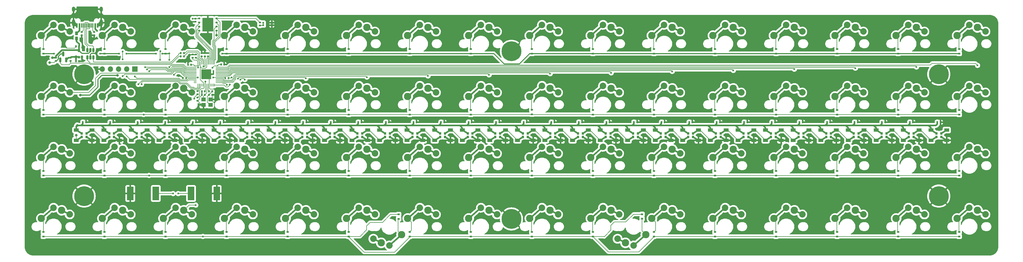
<source format=gbr>
%TF.GenerationSoftware,KiCad,Pcbnew,(6.0.0)*%
%TF.CreationDate,2022-05-03T01:33:48-04:00*%
%TF.ProjectId,HL-2040,484c2d32-3034-4302-9e6b-696361645f70,Mark 2 Rev F*%
%TF.SameCoordinates,Original*%
%TF.FileFunction,Copper,L2,Bot*%
%TF.FilePolarity,Positive*%
%FSLAX46Y46*%
G04 Gerber Fmt 4.6, Leading zero omitted, Abs format (unit mm)*
G04 Created by KiCad (PCBNEW (6.0.0)) date 2022-05-03 01:33:48*
%MOMM*%
%LPD*%
G01*
G04 APERTURE LIST*
G04 Aperture macros list*
%AMRoundRect*
0 Rectangle with rounded corners*
0 $1 Rounding radius*
0 $2 $3 $4 $5 $6 $7 $8 $9 X,Y pos of 4 corners*
0 Add a 4 corners polygon primitive as box body*
4,1,4,$2,$3,$4,$5,$6,$7,$8,$9,$2,$3,0*
0 Add four circle primitives for the rounded corners*
1,1,$1+$1,$2,$3*
1,1,$1+$1,$4,$5*
1,1,$1+$1,$6,$7*
1,1,$1+$1,$8,$9*
0 Add four rect primitives between the rounded corners*
20,1,$1+$1,$2,$3,$4,$5,0*
20,1,$1+$1,$4,$5,$6,$7,0*
20,1,$1+$1,$6,$7,$8,$9,0*
20,1,$1+$1,$8,$9,$2,$3,0*%
%AMFreePoly0*
4,1,45,0.119476,1.136739,0.324630,1.095931,0.518911,1.018420,0.695814,0.906803,0.849415,0.764816,0.974568,0.597216,1.067082,0.409615,1.123860,0.208295,1.143000,0.000000,1.141434,-0.059820,1.111419,-0.266828,1.102864,-0.292030,2.575395,-1.058225,2.651481,-1.119267,2.698415,-1.204778,2.709053,-1.301742,2.681775,-1.395395,2.620733,-1.471481,2.535222,-1.518415,2.438259,-1.529053,
2.344605,-1.501775,0.869677,-0.734333,0.808223,-0.808223,0.647402,-0.941976,0.464900,-1.044182,0.266828,-1.111419,0.059820,-1.141434,-0.149191,-1.133221,-0.353206,-1.087058,-0.545392,-1.004488,-0.719313,-0.888278,-0.869144,-0.742319,-0.989867,-0.571500,-1.077439,-0.381541,-1.128928,-0.178805,-1.142608,0.029920,-1.118023,0.237643,-1.055994,0.437407,-0.958600,0.622522,-0.829103,0.786789,
-0.671839,0.924706,-0.492074,1.031655,-0.295830,1.104053,-0.089679,1.139477,0.119476,1.136739,0.119476,1.136739,$1*%
%AMFreePoly1*
4,1,43,3.919950,3.584524,3.997502,3.525357,4.046509,3.441015,4.059509,3.344340,4.034524,3.250049,3.975356,3.172497,0.900283,0.460621,0.939339,0.387168,0.996650,0.197342,1.016000,0.000000,1.015604,-0.028368,0.990752,-0.225093,0.928162,-0.413244,0.830219,-0.585655,0.700653,-0.735759,0.544400,-0.857837,0.367411,-0.947241,0.176427,-1.000565,-0.021277,-1.015777,-0.218171,-0.992299,
-0.406755,-0.931025,-0.579845,-0.834288,-0.730849,-0.705773,-0.854016,-0.550376,-0.944653,-0.374015,-0.999309,-0.183407,-1.015901,0.014186,-0.993798,0.211238,-0.933842,0.400245,-0.838315,0.574006,-0.710858,0.725904,-0.556324,0.850153,-0.380600,0.942019,-0.190379,0.998004,0.007093,1.015975,0.204295,0.995248,0.393716,0.936613,0.568140,0.842302,0.572783,0.838461,3.644643,3.547502,
3.728985,3.596509,3.825660,3.609509,3.919950,3.584524,3.919950,3.584524,$1*%
%AMFreePoly2*
4,1,11,2.050000,0.700000,1.609078,0.700000,0.750000,0.169394,0.750000,-0.500000,-0.750000,-0.500000,-0.750000,0.500000,0.333781,0.500000,1.350000,1.127665,1.350000,1.400000,2.050000,1.400000,2.050000,0.700000,2.050000,0.700000,$1*%
%AMFreePoly3*
4,1,11,0.750000,-0.169394,1.609078,-0.700000,2.050000,-0.700000,2.050000,-1.400000,1.350000,-1.400000,1.350000,-1.127665,0.333781,-0.500000,-0.750000,-0.500000,-0.750000,0.500000,0.750000,0.500000,0.750000,-0.169394,0.750000,-0.169394,$1*%
%AMFreePoly4*
4,1,11,0.750000,-0.500000,-0.333780,-0.500000,-1.350000,-1.127665,-1.350000,-1.400000,-2.050000,-1.400000,-2.050000,-0.700000,-1.609076,-0.700000,-0.750000,-0.169394,-0.750000,0.500000,0.750000,0.500000,0.750000,-0.500000,0.750000,-0.500000,$1*%
%AMFreePoly5*
4,1,11,-1.350000,1.127665,-0.333780,0.500000,0.750000,0.500000,0.750000,-0.500000,-0.750000,-0.500000,-0.750000,0.169394,-1.609076,0.700000,-2.050000,0.700000,-2.050000,1.400000,-1.350000,1.400000,-1.350000,1.127665,-1.350000,1.127665,$1*%
G04 Aperture macros list end*
%TA.AperFunction,ComponentPad*%
%ADD10FreePoly0,0.000000*%
%TD*%
%TA.AperFunction,ComponentPad*%
%ADD11C,2.032000*%
%TD*%
%TA.AperFunction,SMDPad,CuDef*%
%ADD12C,2.286000*%
%TD*%
%TA.AperFunction,SMDPad,CuDef*%
%ADD13C,2.032000*%
%TD*%
%TA.AperFunction,ComponentPad*%
%ADD14C,2.286000*%
%TD*%
%TA.AperFunction,ComponentPad*%
%ADD15FreePoly1,180.000000*%
%TD*%
%TA.AperFunction,ComponentPad*%
%ADD16C,6.200000*%
%TD*%
%TA.AperFunction,ComponentPad*%
%ADD17R,1.700000X1.700000*%
%TD*%
%TA.AperFunction,ComponentPad*%
%ADD18O,1.700000X1.700000*%
%TD*%
%TA.AperFunction,ComponentPad*%
%ADD19FreePoly0,180.000000*%
%TD*%
%TA.AperFunction,ComponentPad*%
%ADD20FreePoly1,0.000000*%
%TD*%
%TA.AperFunction,SMDPad,CuDef*%
%ADD21RoundRect,0.147500X-0.147500X-0.172500X0.147500X-0.172500X0.147500X0.172500X-0.147500X0.172500X0*%
%TD*%
%TA.AperFunction,SMDPad,CuDef*%
%ADD22RoundRect,0.147500X0.147500X0.172500X-0.147500X0.172500X-0.147500X-0.172500X0.147500X-0.172500X0*%
%TD*%
%TA.AperFunction,SMDPad,CuDef*%
%ADD23RoundRect,0.147500X0.172500X-0.147500X0.172500X0.147500X-0.172500X0.147500X-0.172500X-0.147500X0*%
%TD*%
%TA.AperFunction,SMDPad,CuDef*%
%ADD24RoundRect,0.050000X0.387500X0.050000X-0.387500X0.050000X-0.387500X-0.050000X0.387500X-0.050000X0*%
%TD*%
%TA.AperFunction,SMDPad,CuDef*%
%ADD25RoundRect,0.050000X0.050000X0.387500X-0.050000X0.387500X-0.050000X-0.387500X0.050000X-0.387500X0*%
%TD*%
%TA.AperFunction,SMDPad,CuDef*%
%ADD26R,3.050000X3.050000*%
%TD*%
%TA.AperFunction,SMDPad,CuDef*%
%ADD27R,0.700000X0.600000*%
%TD*%
%TA.AperFunction,SMDPad,CuDef*%
%ADD28RoundRect,0.147500X-0.172500X0.147500X-0.172500X-0.147500X0.172500X-0.147500X0.172500X0.147500X0*%
%TD*%
%TA.AperFunction,SMDPad,CuDef*%
%ADD29RoundRect,0.212500X-0.212500X0.400000X-0.212500X-0.400000X0.212500X-0.400000X0.212500X0.400000X0*%
%TD*%
%TA.AperFunction,SMDPad,CuDef*%
%ADD30R,0.800000X0.900000*%
%TD*%
%TA.AperFunction,SMDPad,CuDef*%
%ADD31R,0.600000X1.450000*%
%TD*%
%TA.AperFunction,SMDPad,CuDef*%
%ADD32R,0.300000X1.450000*%
%TD*%
%TA.AperFunction,ComponentPad*%
%ADD33O,1.000000X1.600000*%
%TD*%
%TA.AperFunction,ComponentPad*%
%ADD34O,1.000000X2.100000*%
%TD*%
%TA.AperFunction,SMDPad,CuDef*%
%ADD35FreePoly2,180.000000*%
%TD*%
%TA.AperFunction,SMDPad,CuDef*%
%ADD36FreePoly3,180.000000*%
%TD*%
%TA.AperFunction,SMDPad,CuDef*%
%ADD37FreePoly4,180.000000*%
%TD*%
%TA.AperFunction,SMDPad,CuDef*%
%ADD38FreePoly5,180.000000*%
%TD*%
%TA.AperFunction,SMDPad,CuDef*%
%ADD39R,2.000000X4.200000*%
%TD*%
%TA.AperFunction,SMDPad,CuDef*%
%ADD40RoundRect,0.125000X0.250000X0.125000X-0.250000X0.125000X-0.250000X-0.125000X0.250000X-0.125000X0*%
%TD*%
%TA.AperFunction,SMDPad,CuDef*%
%ADD41R,3.400000X4.300000*%
%TD*%
%TA.AperFunction,SMDPad,CuDef*%
%ADD42R,0.550000X0.550000*%
%TD*%
%TA.AperFunction,SMDPad,CuDef*%
%ADD43R,1.400000X1.200000*%
%TD*%
%TA.AperFunction,SMDPad,CuDef*%
%ADD44RoundRect,0.150000X0.150000X-0.587500X0.150000X0.587500X-0.150000X0.587500X-0.150000X-0.587500X0*%
%TD*%
%TA.AperFunction,SMDPad,CuDef*%
%ADD45RoundRect,0.150000X0.150000X-0.512500X0.150000X0.512500X-0.150000X0.512500X-0.150000X-0.512500X0*%
%TD*%
%TA.AperFunction,ViaPad*%
%ADD46C,0.800000*%
%TD*%
%TA.AperFunction,ViaPad*%
%ADD47C,0.600000*%
%TD*%
%TA.AperFunction,Conductor*%
%ADD48C,0.200000*%
%TD*%
%TA.AperFunction,Conductor*%
%ADD49C,0.500000*%
%TD*%
%TA.AperFunction,Conductor*%
%ADD50C,0.300000*%
%TD*%
G04 APERTURE END LIST*
D10*
%TO.P,K2,1*%
%TO.N,23*%
X60483750Y-75882500D03*
D11*
X62943750Y-77162500D03*
D12*
X60483750Y-75882500D03*
D13*
%TO.P,K2,2*%
%TO.N,Net-(D2-Pad2)*%
X57943750Y-75062500D03*
D14*
X54133750Y-78422500D03*
D15*
X57943750Y-75062500D03*
%TD*%
D11*
%TO.P,K3,1*%
%TO.N,22*%
X81993750Y-77149800D03*
D12*
X79533750Y-75869800D03*
D10*
X79533750Y-75869800D03*
D13*
%TO.P,K3,2*%
%TO.N,Net-(D3-Pad2)*%
X76993750Y-75049800D03*
D14*
X73183750Y-78409800D03*
D15*
X76993750Y-75049800D03*
%TD*%
D12*
%TO.P,K6,1*%
%TO.N,10*%
X136683750Y-75882500D03*
D10*
X136683750Y-75882500D03*
D11*
X139143750Y-77162500D03*
D13*
%TO.P,K6,2*%
%TO.N,Net-(D6-Pad2)*%
X134143750Y-75062500D03*
D14*
X130333750Y-78422500D03*
D15*
X134143750Y-75062500D03*
%TD*%
D11*
%TO.P,K7,1*%
%TO.N,9*%
X158193750Y-77162500D03*
D10*
X155733750Y-75882500D03*
D12*
X155733750Y-75882500D03*
D14*
%TO.P,K7,2*%
%TO.N,Net-(D7-Pad2)*%
X149383750Y-78422500D03*
D15*
X153193750Y-75062500D03*
D13*
X153193750Y-75062500D03*
%TD*%
D10*
%TO.P,K8,1*%
%TO.N,8*%
X174783750Y-75882500D03*
D12*
X174783750Y-75882500D03*
D11*
X177243750Y-77162500D03*
D14*
%TO.P,K8,2*%
%TO.N,Net-(D8-Pad2)*%
X168433750Y-78422500D03*
D15*
X172243750Y-75062500D03*
D13*
X172243750Y-75062500D03*
%TD*%
D11*
%TO.P,K9,1*%
%TO.N,7*%
X196293750Y-77162500D03*
D12*
X193833750Y-75882500D03*
D10*
X193833750Y-75882500D03*
D15*
%TO.P,K9,2*%
%TO.N,Net-(D9-Pad2)*%
X191293750Y-75062500D03*
D14*
X187483750Y-78422500D03*
D13*
X191293750Y-75062500D03*
%TD*%
D12*
%TO.P,K10,1*%
%TO.N,6*%
X212883750Y-75882500D03*
D11*
X215343750Y-77162500D03*
D10*
X212883750Y-75882500D03*
D14*
%TO.P,K10,2*%
%TO.N,Net-(D10-Pad2)*%
X206533750Y-78422500D03*
D15*
X210343750Y-75062500D03*
D13*
X210343750Y-75062500D03*
%TD*%
D11*
%TO.P,K11,1*%
%TO.N,5*%
X234393750Y-77162500D03*
D12*
X231933750Y-75882500D03*
D10*
X231933750Y-75882500D03*
D14*
%TO.P,K11,2*%
%TO.N,Net-(D11-Pad2)*%
X225583750Y-78422500D03*
D13*
X229393750Y-75062500D03*
D15*
X229393750Y-75062500D03*
%TD*%
D11*
%TO.P,K12,1*%
%TO.N,4*%
X253443750Y-77162500D03*
D10*
X250983750Y-75882500D03*
D12*
X250983750Y-75882500D03*
D14*
%TO.P,K12,2*%
%TO.N,Net-(D12-Pad2)*%
X244633750Y-78422500D03*
D13*
X248443750Y-75062500D03*
D15*
X248443750Y-75062500D03*
%TD*%
D10*
%TO.P,K13,1*%
%TO.N,3*%
X270033750Y-75882500D03*
D11*
X272493750Y-77162500D03*
D12*
X270033750Y-75882500D03*
D13*
%TO.P,K13,2*%
%TO.N,Net-(D13-Pad2)*%
X267493750Y-75062500D03*
D14*
X263683750Y-78422500D03*
D15*
X267493750Y-75062500D03*
%TD*%
D12*
%TO.P,K14,1*%
%TO.N,2*%
X289083750Y-75882500D03*
D10*
X289083750Y-75882500D03*
D11*
X291543750Y-77162500D03*
D15*
%TO.P,K14,2*%
%TO.N,Net-(D14-Pad2)*%
X286543750Y-75062500D03*
D14*
X282733750Y-78422500D03*
D13*
X286543750Y-75062500D03*
%TD*%
D10*
%TO.P,K15,1*%
%TO.N,1*%
X308133750Y-75882500D03*
D11*
X310593750Y-77162500D03*
D12*
X308133750Y-75882500D03*
D15*
%TO.P,K15,2*%
%TO.N,Net-(D15-Pad2)*%
X305593750Y-75062500D03*
D14*
X301783750Y-78422500D03*
D13*
X305593750Y-75062500D03*
%TD*%
D10*
%TO.P,K16,1*%
%TO.N,0*%
X327183750Y-75882500D03*
D11*
X329643750Y-77162500D03*
D12*
X327183750Y-75882500D03*
D13*
%TO.P,K16,2*%
%TO.N,Net-(D16-Pad2)*%
X324643750Y-75062500D03*
D15*
X324643750Y-75062500D03*
D14*
X320833750Y-78422500D03*
%TD*%
D12*
%TO.P,K17,1*%
%TO.N,24*%
X41433750Y-94932500D03*
D10*
X41433750Y-94932500D03*
D11*
X43893750Y-96212500D03*
D14*
%TO.P,K17,2*%
%TO.N,Net-(D17-Pad2)*%
X35083750Y-97472500D03*
D13*
X38893750Y-94112500D03*
D15*
X38893750Y-94112500D03*
%TD*%
D10*
%TO.P,K18,1*%
%TO.N,23*%
X60483750Y-94932500D03*
D12*
X60483750Y-94932500D03*
D11*
X62943750Y-96212500D03*
D14*
%TO.P,K18,2*%
%TO.N,Net-(D18-Pad2)*%
X54133750Y-97472500D03*
D15*
X57943750Y-94112500D03*
D13*
X57943750Y-94112500D03*
%TD*%
D12*
%TO.P,K19,1*%
%TO.N,22*%
X79533750Y-94932500D03*
D10*
X79533750Y-94932500D03*
D11*
X81993750Y-96212500D03*
D15*
%TO.P,K19,2*%
%TO.N,Net-(D19-Pad2)*%
X76993750Y-94112500D03*
D13*
X76993750Y-94112500D03*
D14*
X73183750Y-97472500D03*
%TD*%
D12*
%TO.P,K22,1*%
%TO.N,10*%
X136683750Y-94932500D03*
D10*
X136683750Y-94932500D03*
D11*
X139143750Y-96212500D03*
D15*
%TO.P,K22,2*%
%TO.N,Net-(D22-Pad2)*%
X134143750Y-94112500D03*
D13*
X134143750Y-94112500D03*
D14*
X130333750Y-97472500D03*
%TD*%
D10*
%TO.P,K23,1*%
%TO.N,9*%
X155733750Y-94932500D03*
D11*
X158193750Y-96212500D03*
D12*
X155733750Y-94932500D03*
D13*
%TO.P,K23,2*%
%TO.N,Net-(D23-Pad2)*%
X153193750Y-94112500D03*
D15*
X153193750Y-94112500D03*
D14*
X149383750Y-97472500D03*
%TD*%
D12*
%TO.P,K24,1*%
%TO.N,8*%
X174783750Y-94932500D03*
D11*
X177243750Y-96212500D03*
D10*
X174783750Y-94932500D03*
D15*
%TO.P,K24,2*%
%TO.N,Net-(D24-Pad2)*%
X172243750Y-94112500D03*
D13*
X172243750Y-94112500D03*
D14*
X168433750Y-97472500D03*
%TD*%
D10*
%TO.P,K25,1*%
%TO.N,7*%
X193833750Y-94932500D03*
D11*
X196293750Y-96212500D03*
D12*
X193833750Y-94932500D03*
D14*
%TO.P,K25,2*%
%TO.N,Net-(D25-Pad2)*%
X187483750Y-97472500D03*
D15*
X191293750Y-94112500D03*
D13*
X191293750Y-94112500D03*
%TD*%
D10*
%TO.P,K26,1*%
%TO.N,6*%
X212883750Y-94932500D03*
D12*
X212883750Y-94932500D03*
D11*
X215343750Y-96212500D03*
D15*
%TO.P,K26,2*%
%TO.N,Net-(D26-Pad2)*%
X210343750Y-94112500D03*
D13*
X210343750Y-94112500D03*
D14*
X206533750Y-97472500D03*
%TD*%
D11*
%TO.P,K27,1*%
%TO.N,5*%
X234393750Y-96212500D03*
D10*
X231933750Y-94932500D03*
D12*
X231933750Y-94932500D03*
D13*
%TO.P,K27,2*%
%TO.N,Net-(D27-Pad2)*%
X229393750Y-94112500D03*
D14*
X225583750Y-97472500D03*
D15*
X229393750Y-94112500D03*
%TD*%
D10*
%TO.P,K28,1*%
%TO.N,4*%
X250983750Y-94932500D03*
D12*
X250983750Y-94932500D03*
D11*
X253443750Y-96212500D03*
D14*
%TO.P,K28,2*%
%TO.N,Net-(D28-Pad2)*%
X244633750Y-97472500D03*
D15*
X248443750Y-94112500D03*
D13*
X248443750Y-94112500D03*
%TD*%
D10*
%TO.P,K29,1*%
%TO.N,3*%
X270033750Y-94932500D03*
D11*
X272493750Y-96212500D03*
D12*
X270033750Y-94932500D03*
D15*
%TO.P,K29,2*%
%TO.N,Net-(D29-Pad2)*%
X267493750Y-94112500D03*
D14*
X263683750Y-97472500D03*
D13*
X267493750Y-94112500D03*
%TD*%
D10*
%TO.P,K30,1*%
%TO.N,2*%
X289083750Y-94932500D03*
D12*
X289083750Y-94932500D03*
D11*
X291543750Y-96212500D03*
D15*
%TO.P,K30,2*%
%TO.N,Net-(D30-Pad2)*%
X286543750Y-94112500D03*
D14*
X282733750Y-97472500D03*
D13*
X286543750Y-94112500D03*
%TD*%
D10*
%TO.P,K31,1*%
%TO.N,1*%
X308133750Y-94932500D03*
D11*
X310593750Y-96212500D03*
D12*
X308133750Y-94932500D03*
D13*
%TO.P,K31,2*%
%TO.N,Net-(D31-Pad2)*%
X305593750Y-94112500D03*
D15*
X305593750Y-94112500D03*
D14*
X301783750Y-97472500D03*
%TD*%
D11*
%TO.P,K32,1*%
%TO.N,0*%
X329643750Y-96212500D03*
D10*
X327183750Y-94932500D03*
D12*
X327183750Y-94932500D03*
D15*
%TO.P,K32,2*%
%TO.N,Net-(D32-Pad2)*%
X324643750Y-94112500D03*
D13*
X324643750Y-94112500D03*
D14*
X320833750Y-97472500D03*
%TD*%
D11*
%TO.P,K33,1*%
%TO.N,24*%
X43893750Y-115262500D03*
D12*
X41433750Y-113982500D03*
D10*
X41433750Y-113982500D03*
D14*
%TO.P,K33,2*%
%TO.N,Net-(D33-Pad2)*%
X35083750Y-116522500D03*
D13*
X38893750Y-113162500D03*
D15*
X38893750Y-113162500D03*
%TD*%
D12*
%TO.P,K34,1*%
%TO.N,23*%
X60483750Y-113982500D03*
D11*
X62943750Y-115262500D03*
D10*
X60483750Y-113982500D03*
D13*
%TO.P,K34,2*%
%TO.N,Net-(D34-Pad2)*%
X57943750Y-113162500D03*
D14*
X54133750Y-116522500D03*
D15*
X57943750Y-113162500D03*
%TD*%
D10*
%TO.P,K35,1*%
%TO.N,22*%
X79533750Y-113982500D03*
D11*
X81993750Y-115262500D03*
D12*
X79533750Y-113982500D03*
D15*
%TO.P,K35,2*%
%TO.N,Net-(D35-Pad2)*%
X76993750Y-113162500D03*
D13*
X76993750Y-113162500D03*
D14*
X73183750Y-116522500D03*
%TD*%
D10*
%TO.P,K36,1*%
%TO.N,12*%
X98583750Y-113982500D03*
D12*
X98583750Y-113982500D03*
D11*
X101043750Y-115262500D03*
D13*
%TO.P,K36,2*%
%TO.N,Net-(D36-Pad2)*%
X96043750Y-113162500D03*
D15*
X96043750Y-113162500D03*
D14*
X92233750Y-116522500D03*
%TD*%
D12*
%TO.P,K37,1*%
%TO.N,11*%
X117633750Y-113982500D03*
D10*
X117633750Y-113982500D03*
D11*
X120093750Y-115262500D03*
D15*
%TO.P,K37,2*%
%TO.N,Net-(D37-Pad2)*%
X115093750Y-113162500D03*
D13*
X115093750Y-113162500D03*
D14*
X111283750Y-116522500D03*
%TD*%
D12*
%TO.P,K38,1*%
%TO.N,10*%
X136683750Y-113982500D03*
D10*
X136683750Y-113982500D03*
D11*
X139143750Y-115262500D03*
D15*
%TO.P,K38,2*%
%TO.N,Net-(D38-Pad2)*%
X134143750Y-113162500D03*
D14*
X130333750Y-116522500D03*
D13*
X134143750Y-113162500D03*
%TD*%
D12*
%TO.P,K39,1*%
%TO.N,9*%
X155733750Y-113982500D03*
D11*
X158193750Y-115262500D03*
D10*
X155733750Y-113982500D03*
D13*
%TO.P,K39,2*%
%TO.N,Net-(D39-Pad2)*%
X153193750Y-113162500D03*
D14*
X149383750Y-116522500D03*
D15*
X153193750Y-113162500D03*
%TD*%
D11*
%TO.P,K40,1*%
%TO.N,8*%
X177243750Y-115262500D03*
D12*
X174783750Y-113982500D03*
D10*
X174783750Y-113982500D03*
D15*
%TO.P,K40,2*%
%TO.N,Net-(D40-Pad2)*%
X172243750Y-113162500D03*
D14*
X168433750Y-116522500D03*
D13*
X172243750Y-113162500D03*
%TD*%
D11*
%TO.P,K41,1*%
%TO.N,7*%
X196293750Y-115262500D03*
D12*
X193833750Y-113982500D03*
D10*
X193833750Y-113982500D03*
D15*
%TO.P,K41,2*%
%TO.N,Net-(D41-Pad2)*%
X191293750Y-113162500D03*
D14*
X187483750Y-116522500D03*
D13*
X191293750Y-113162500D03*
%TD*%
D11*
%TO.P,K42,1*%
%TO.N,6*%
X215343750Y-115262500D03*
D10*
X212883750Y-113982500D03*
D12*
X212883750Y-113982500D03*
D15*
%TO.P,K42,2*%
%TO.N,Net-(D42-Pad2)*%
X210343750Y-113162500D03*
D13*
X210343750Y-113162500D03*
D14*
X206533750Y-116522500D03*
%TD*%
D11*
%TO.P,K43,1*%
%TO.N,5*%
X234393750Y-115262500D03*
D10*
X231933750Y-113982500D03*
D12*
X231933750Y-113982500D03*
D13*
%TO.P,K43,2*%
%TO.N,Net-(D43-Pad2)*%
X229393750Y-113162500D03*
D15*
X229393750Y-113162500D03*
D14*
X225583750Y-116522500D03*
%TD*%
D12*
%TO.P,K44,1*%
%TO.N,4*%
X250983750Y-113982500D03*
D11*
X253443750Y-115262500D03*
D10*
X250983750Y-113982500D03*
D14*
%TO.P,K44,2*%
%TO.N,Net-(D44-Pad2)*%
X244633750Y-116522500D03*
D13*
X248443750Y-113162500D03*
D15*
X248443750Y-113162500D03*
%TD*%
D12*
%TO.P,K45,1*%
%TO.N,3*%
X270033750Y-113982500D03*
D10*
X270033750Y-113982500D03*
D11*
X272493750Y-115262500D03*
D14*
%TO.P,K45,2*%
%TO.N,Net-(D45-Pad2)*%
X263683750Y-116522500D03*
D15*
X267493750Y-113162500D03*
D13*
X267493750Y-113162500D03*
%TD*%
D11*
%TO.P,K46,1*%
%TO.N,2*%
X291543750Y-115262500D03*
D12*
X289083750Y-113982500D03*
D10*
X289083750Y-113982500D03*
D13*
%TO.P,K46,2*%
%TO.N,Net-(D46-Pad2)*%
X286543750Y-113162500D03*
D15*
X286543750Y-113162500D03*
D14*
X282733750Y-116522500D03*
%TD*%
D11*
%TO.P,K47,1*%
%TO.N,1*%
X310593750Y-115262500D03*
D10*
X308133750Y-113982500D03*
D12*
X308133750Y-113982500D03*
D15*
%TO.P,K47,2*%
%TO.N,Net-(D47-Pad2)*%
X305593750Y-113162500D03*
D14*
X301783750Y-116522500D03*
D13*
X305593750Y-113162500D03*
%TD*%
D11*
%TO.P,K48,1*%
%TO.N,0*%
X329643750Y-115262500D03*
D12*
X327183750Y-113982500D03*
D10*
X327183750Y-113982500D03*
D13*
%TO.P,K48,2*%
%TO.N,Net-(D48-Pad2)*%
X324643750Y-113162500D03*
D14*
X320833750Y-116522500D03*
D15*
X324643750Y-113162500D03*
%TD*%
D10*
%TO.P,K49,1*%
%TO.N,24*%
X41433750Y-133032500D03*
D12*
X41433750Y-133032500D03*
D11*
X43893750Y-134312500D03*
D15*
%TO.P,K49,2*%
%TO.N,Net-(D49-Pad2)*%
X38893750Y-132212500D03*
D14*
X35083750Y-135572500D03*
D13*
X38893750Y-132212500D03*
%TD*%
D12*
%TO.P,K50,1*%
%TO.N,23*%
X60483750Y-133032500D03*
D10*
X60483750Y-133032500D03*
D11*
X62943750Y-134312500D03*
D13*
%TO.P,K50,2*%
%TO.N,Net-(D50-Pad2)*%
X57943750Y-132212500D03*
D14*
X54133750Y-135572500D03*
D15*
X57943750Y-132212500D03*
%TD*%
D12*
%TO.P,K51,1*%
%TO.N,22*%
X79533750Y-133032500D03*
D11*
X81993750Y-134312500D03*
D10*
X79533750Y-133032500D03*
D15*
%TO.P,K51,2*%
%TO.N,Net-(D51-Pad2)*%
X76993750Y-132212500D03*
D14*
X73183750Y-135572500D03*
D13*
X76993750Y-132212500D03*
%TD*%
D11*
%TO.P,K52,1*%
%TO.N,12*%
X101043750Y-134312500D03*
D10*
X98583750Y-133032500D03*
D12*
X98583750Y-133032500D03*
D15*
%TO.P,K52,2*%
%TO.N,Net-(D52-Pad2)*%
X96043750Y-132212500D03*
D13*
X96043750Y-132212500D03*
D14*
X92233750Y-135572500D03*
%TD*%
D11*
%TO.P,K53,1*%
%TO.N,11*%
X120093750Y-134312500D03*
D10*
X117633750Y-133032500D03*
D12*
X117633750Y-133032500D03*
D13*
%TO.P,K53,2*%
%TO.N,Net-(D53-Pad2)*%
X115093750Y-132212500D03*
D15*
X115093750Y-132212500D03*
D14*
X111283750Y-135572500D03*
%TD*%
D10*
%TO.P,K54,1*%
%TO.N,10*%
X136683750Y-133032500D03*
D11*
X139143750Y-134312500D03*
D12*
X136683750Y-133032500D03*
D15*
%TO.P,K54,2*%
%TO.N,Net-(D54-Pad2)*%
X134143750Y-132212500D03*
D13*
X134143750Y-132212500D03*
D14*
X130333750Y-135572500D03*
%TD*%
D11*
%TO.P,K55,1*%
%TO.N,9*%
X158193750Y-134312500D03*
D12*
X155733750Y-133032500D03*
D10*
X155733750Y-133032500D03*
D14*
%TO.P,K55,2*%
%TO.N,Net-(D55-Pad2)*%
X149383750Y-135572500D03*
D13*
X153193750Y-132212500D03*
D15*
X153193750Y-132212500D03*
%TD*%
D11*
%TO.P,K56,1*%
%TO.N,8*%
X177243750Y-134312500D03*
D10*
X174783750Y-133032500D03*
D12*
X174783750Y-133032500D03*
D13*
%TO.P,K56,2*%
%TO.N,Net-(D56-Pad2)*%
X172243750Y-132212500D03*
D14*
X168433750Y-135572500D03*
D15*
X172243750Y-132212500D03*
%TD*%
D11*
%TO.P,K57,1*%
%TO.N,7*%
X196293750Y-134312500D03*
D10*
X193833750Y-133032500D03*
D12*
X193833750Y-133032500D03*
D14*
%TO.P,K57,2*%
%TO.N,Net-(D57-Pad2)*%
X187483750Y-135572500D03*
D15*
X191293750Y-132212500D03*
D13*
X191293750Y-132212500D03*
%TD*%
D10*
%TO.P,K58,1*%
%TO.N,6*%
X212883750Y-133032500D03*
D11*
X215343750Y-134312500D03*
D12*
X212883750Y-133032500D03*
D13*
%TO.P,K58,2*%
%TO.N,Net-(D58-Pad2)*%
X210343750Y-132212500D03*
D14*
X206533750Y-135572500D03*
D15*
X210343750Y-132212500D03*
%TD*%
D10*
%TO.P,K59,1*%
%TO.N,5*%
X231933750Y-133032500D03*
D11*
X234393750Y-134312500D03*
D12*
X231933750Y-133032500D03*
D15*
%TO.P,K59,2*%
%TO.N,Net-(D59-Pad2)*%
X229393750Y-132212500D03*
D14*
X225583750Y-135572500D03*
D13*
X229393750Y-132212500D03*
%TD*%
D10*
%TO.P,K60,1*%
%TO.N,4*%
X250983750Y-133032500D03*
D11*
X253443750Y-134312500D03*
D12*
X250983750Y-133032500D03*
D15*
%TO.P,K60,2*%
%TO.N,Net-(D60-Pad2)*%
X248443750Y-132212500D03*
D14*
X244633750Y-135572500D03*
D13*
X248443750Y-132212500D03*
%TD*%
D12*
%TO.P,K61,1*%
%TO.N,3*%
X270033750Y-133032500D03*
D11*
X272493750Y-134312500D03*
D10*
X270033750Y-133032500D03*
D15*
%TO.P,K61,2*%
%TO.N,Net-(D61-Pad2)*%
X267493750Y-132212500D03*
D13*
X267493750Y-132212500D03*
D14*
X263683750Y-135572500D03*
%TD*%
D11*
%TO.P,K62,1*%
%TO.N,2*%
X291543750Y-134312500D03*
D10*
X289083750Y-133032500D03*
D12*
X289083750Y-133032500D03*
D13*
%TO.P,K62,2*%
%TO.N,Net-(D62-Pad2)*%
X286543750Y-132212500D03*
D15*
X286543750Y-132212500D03*
D14*
X282733750Y-135572500D03*
%TD*%
D10*
%TO.P,K63,1*%
%TO.N,1*%
X308133750Y-133032500D03*
D11*
X310593750Y-134312500D03*
D12*
X308133750Y-133032500D03*
D15*
%TO.P,K63,2*%
%TO.N,Net-(D63-Pad2)*%
X305593750Y-132212500D03*
D13*
X305593750Y-132212500D03*
D14*
X301783750Y-135572500D03*
%TD*%
D12*
%TO.P,K64,1*%
%TO.N,0*%
X327183750Y-133032500D03*
D11*
X329643750Y-134312500D03*
D10*
X327183750Y-133032500D03*
D14*
%TO.P,K64,2*%
%TO.N,Net-(D64-Pad2)*%
X320833750Y-135572500D03*
D13*
X324643750Y-132212500D03*
D15*
X324643750Y-132212500D03*
%TD*%
D11*
%TO.P,K1,1*%
%TO.N,24*%
X43893750Y-77162500D03*
D10*
X41433750Y-75882500D03*
D12*
X41433750Y-75882500D03*
D14*
%TO.P,K1,2*%
%TO.N,Net-(D1-Pad2)*%
X35083750Y-78422500D03*
D13*
X38893750Y-75062500D03*
D15*
X38893750Y-75062500D03*
%TD*%
D16*
%TO.P,H1,1,1*%
%TO.N,GND*%
X48415700Y-90481800D03*
%TD*%
%TO.P,H2,1,1*%
%TO.N,GND*%
X48415700Y-128579400D03*
%TD*%
%TO.P,H3,1,1*%
%TO.N,GND*%
X181757300Y-83338500D03*
%TD*%
%TO.P,H4,1,1*%
%TO.N,GND*%
X181757300Y-135722700D03*
%TD*%
%TO.P,H5,1,1*%
%TO.N,GND*%
X315098900Y-90481800D03*
%TD*%
%TO.P,H6,1,1*%
%TO.N,GND*%
X315098900Y-128579400D03*
%TD*%
D11*
%TO.P,K4,1*%
%TO.N,12*%
X101043750Y-77162500D03*
D10*
X98583750Y-75882500D03*
D12*
X98583750Y-75882500D03*
D13*
%TO.P,K4,2*%
%TO.N,Net-(D4-Pad2)*%
X96043750Y-75062500D03*
D14*
X92233750Y-78422500D03*
D15*
X96043750Y-75062500D03*
%TD*%
D10*
%TO.P,K5,1*%
%TO.N,11*%
X117633750Y-75882500D03*
D11*
X120093750Y-77162500D03*
D12*
X117633750Y-75882500D03*
D13*
%TO.P,K5,2*%
%TO.N,Net-(D5-Pad2)*%
X115093750Y-75062500D03*
D15*
X115093750Y-75062500D03*
D14*
X111283750Y-78422500D03*
%TD*%
D12*
%TO.P,K21,1*%
%TO.N,11*%
X117633750Y-94932500D03*
D11*
X120093750Y-96212500D03*
D10*
X117633750Y-94932500D03*
D14*
%TO.P,K21,2*%
%TO.N,Net-(D21-Pad2)*%
X111283750Y-97472500D03*
D15*
X115093750Y-94112500D03*
D13*
X115093750Y-94112500D03*
%TD*%
D11*
%TO.P,K20,1*%
%TO.N,12*%
X101043750Y-96212500D03*
D12*
X98583750Y-94932500D03*
D10*
X98583750Y-94932500D03*
D14*
%TO.P,K20,2*%
%TO.N,Net-(D20-Pad2)*%
X92233750Y-97472500D03*
D15*
X96043750Y-94112500D03*
D13*
X96043750Y-94112500D03*
%TD*%
D17*
%TO.P,J1,1,Pin_1*%
%TO.N,21*%
X64262000Y-88900000D03*
D18*
%TO.P,J1,2,Pin_2*%
%TO.N,20*%
X61722000Y-88900000D03*
%TO.P,J1,3,Pin_3*%
%TO.N,VBUS*%
X59182000Y-88900000D03*
%TO.P,J1,4,Pin_4*%
%TO.N,+3V3*%
X56642000Y-88900000D03*
%TO.P,J1,5,Pin_5*%
%TO.N,GND*%
X54102000Y-88900000D03*
%TD*%
D19*
%TO.P,K54.1,1*%
%TO.N,10*%
X141128750Y-143192500D03*
D12*
X141128750Y-143192500D03*
D11*
X138668750Y-141912500D03*
D13*
%TO.P,K54.1,2*%
%TO.N,Net-(D54.1-Pad2)*%
X143668750Y-144012500D03*
D20*
X143668750Y-144012500D03*
D14*
X147478750Y-140652500D03*
%TD*%
D12*
%TO.P,K58.1,1*%
%TO.N,6*%
X217328750Y-143192500D03*
D11*
X214868750Y-141912500D03*
D19*
X217328750Y-143192500D03*
D13*
%TO.P,K58.1,2*%
%TO.N,Net-(D58.1-Pad2)*%
X219868750Y-144012500D03*
D20*
X219868750Y-144012500D03*
D14*
X223678750Y-140652500D03*
%TD*%
D21*
%TO.P,C1,1*%
%TO.N,+3V3*%
X91158200Y-87477600D03*
%TO.P,C1,2*%
%TO.N,GND*%
X92128200Y-87477600D03*
%TD*%
D22*
%TO.P,C2,1*%
%TO.N,+3V3*%
X86108400Y-95808800D03*
%TO.P,C2,2*%
%TO.N,GND*%
X85138400Y-95808800D03*
%TD*%
D21*
%TO.P,C3,1*%
%TO.N,+3V3*%
X92479000Y-91694000D03*
%TO.P,C3,2*%
%TO.N,GND*%
X93449000Y-91694000D03*
%TD*%
D23*
%TO.P,C6,1*%
%TO.N,+3V3*%
X82296000Y-85321000D03*
%TO.P,C6,2*%
%TO.N,GND*%
X82296000Y-84351000D03*
%TD*%
%TO.P,C8,1*%
%TO.N,+3V3*%
X85090000Y-84886800D03*
%TO.P,C8,2*%
%TO.N,GND*%
X85090000Y-83916800D03*
%TD*%
D24*
%TO.P,U0,1,IOVDD*%
%TO.N,+3V3*%
X89924500Y-87887500D03*
%TO.P,U0,2,GPIO0*%
%TO.N,0*%
X89924500Y-88287500D03*
%TO.P,U0,3,GPIO1*%
%TO.N,1*%
X89924500Y-88687500D03*
%TO.P,U0,4,GPIO2*%
%TO.N,2*%
X89924500Y-89087500D03*
%TO.P,U0,5,GPIO3*%
%TO.N,3*%
X89924500Y-89487500D03*
%TO.P,U0,6,GPIO4*%
%TO.N,4*%
X89924500Y-89887500D03*
%TO.P,U0,7,GPIO5*%
%TO.N,5*%
X89924500Y-90287500D03*
%TO.P,U0,8,GPIO6*%
%TO.N,6*%
X89924500Y-90687500D03*
%TO.P,U0,9,GPIO7*%
%TO.N,7*%
X89924500Y-91087500D03*
%TO.P,U0,10,IOVDD*%
%TO.N,+3V3*%
X89924500Y-91487500D03*
%TO.P,U0,11,GPIO8*%
%TO.N,8*%
X89924500Y-91887500D03*
%TO.P,U0,12,GPIO9*%
%TO.N,9*%
X89924500Y-92287500D03*
%TO.P,U0,13,GPIO10*%
%TO.N,10*%
X89924500Y-92687500D03*
%TO.P,U0,14,GPIO11*%
%TO.N,11*%
X89924500Y-93087500D03*
D25*
%TO.P,U0,15,GPIO12*%
%TO.N,12*%
X89087000Y-93925000D03*
%TO.P,U0,16,GPIO13*%
%TO.N,13*%
X88687000Y-93925000D03*
%TO.P,U0,17,GPIO14*%
%TO.N,14*%
X88287000Y-93925000D03*
%TO.P,U0,18,GPIO15*%
%TO.N,15*%
X87887000Y-93925000D03*
%TO.P,U0,19,TESTEN*%
%TO.N,GND*%
X87487000Y-93925000D03*
%TO.P,U0,20,XIN*%
%TO.N,XTAL-*%
X87087000Y-93925000D03*
%TO.P,U0,21,XOUT*%
%TO.N,XTAL+*%
X86687000Y-93925000D03*
%TO.P,U0,22,IOVDD*%
%TO.N,+3V3*%
X86287000Y-93925000D03*
%TO.P,U0,23,DVDD*%
%TO.N,+1V1*%
X85887000Y-93925000D03*
%TO.P,U0,24,SWCLK*%
%TO.N,unconnected-(U0-Pad24)*%
X85487000Y-93925000D03*
%TO.P,U0,25,SWDIO*%
%TO.N,unconnected-(U0-Pad25)*%
X85087000Y-93925000D03*
%TO.P,U0,26,RUN*%
%TO.N,~{RESET}*%
X84687000Y-93925000D03*
%TO.P,U0,27,GPIO16*%
%TO.N,16*%
X84287000Y-93925000D03*
%TO.P,U0,28,GPIO17*%
%TO.N,17*%
X83887000Y-93925000D03*
D24*
%TO.P,U0,29,GPIO18*%
%TO.N,18*%
X83049500Y-93087500D03*
%TO.P,U0,30,GPIO19*%
%TO.N,19*%
X83049500Y-92687500D03*
%TO.P,U0,31,GPIO20*%
%TO.N,20*%
X83049500Y-92287500D03*
%TO.P,U0,32,GPIO21*%
%TO.N,21*%
X83049500Y-91887500D03*
%TO.P,U0,33,IOVDD*%
%TO.N,+3V3*%
X83049500Y-91487500D03*
%TO.P,U0,34,GPIO22*%
%TO.N,22*%
X83049500Y-91087500D03*
%TO.P,U0,35,GPIO23*%
%TO.N,23*%
X83049500Y-90687500D03*
%TO.P,U0,36,GPIO24*%
%TO.N,24*%
X83049500Y-90287500D03*
%TO.P,U0,37,GPIO25*%
%TO.N,25*%
X83049500Y-89887500D03*
%TO.P,U0,38,GPIO26/ADC0*%
%TO.N,26{slash}A0*%
X83049500Y-89487500D03*
%TO.P,U0,39,GPIO27/ADC1*%
%TO.N,27{slash}A1*%
X83049500Y-89087500D03*
%TO.P,U0,40,GPIO28/ADC2*%
%TO.N,28{slash}A2*%
X83049500Y-88687500D03*
%TO.P,U0,41,GPIO29/ADC3*%
%TO.N,29{slash}A3*%
X83049500Y-88287500D03*
%TO.P,U0,42,IOVDD*%
%TO.N,+3V3*%
X83049500Y-87887500D03*
D25*
%TO.P,U0,43,ADC_AVDD*%
X83887000Y-87050000D03*
%TO.P,U0,44,VREG_VIN*%
X84287000Y-87050000D03*
%TO.P,U0,45,VREG_VOUT*%
%TO.N,+1V1*%
X84687000Y-87050000D03*
%TO.P,U0,46,USB_DM*%
%TO.N,DR-*%
X85087000Y-87050000D03*
%TO.P,U0,47,USB_DP*%
%TO.N,DR+*%
X85487000Y-87050000D03*
%TO.P,U0,48,USB_VDD*%
%TO.N,+3V3*%
X85887000Y-87050000D03*
%TO.P,U0,49,IOVDD*%
X86287000Y-87050000D03*
%TO.P,U0,50,DVDD*%
%TO.N,+1V1*%
X86687000Y-87050000D03*
%TO.P,U0,51,QSPI_SD3*%
%TO.N,SD3*%
X87087000Y-87050000D03*
%TO.P,U0,52,QSPI_SCLK*%
%TO.N,CLOCK*%
X87487000Y-87050000D03*
%TO.P,U0,53,QSPI_SD0*%
%TO.N,SD0*%
X87887000Y-87050000D03*
%TO.P,U0,54,QSPI_SD2*%
%TO.N,SD2*%
X88287000Y-87050000D03*
%TO.P,U0,55,QSPI_SD1*%
%TO.N,SD1*%
X88687000Y-87050000D03*
%TO.P,U0,56,QSPI_SS_N*%
%TO.N,CS*%
X89087000Y-87050000D03*
D26*
%TO.P,U0,57,GND*%
%TO.N,GND*%
X86487000Y-90487500D03*
%TD*%
D23*
%TO.P,C7,1*%
%TO.N,+3V3*%
X83312000Y-85321000D03*
%TO.P,C7,2*%
%TO.N,GND*%
X83312000Y-84351000D03*
%TD*%
D27*
%TO.P,D1,1,K*%
%TO.N,28{slash}A2*%
X35718750Y-84043750D03*
%TO.P,D1,2,A*%
%TO.N,Net-(D1-Pad2)*%
X35718750Y-82643750D03*
%TD*%
%TO.P,D2,1,K*%
%TO.N,28{slash}A2*%
X54768750Y-84043750D03*
%TO.P,D2,2,A*%
%TO.N,Net-(D2-Pad2)*%
X54768750Y-82643750D03*
%TD*%
%TO.P,D3,1,K*%
%TO.N,28{slash}A2*%
X73818750Y-84043750D03*
%TO.P,D3,2,A*%
%TO.N,Net-(D3-Pad2)*%
X73818750Y-82643750D03*
%TD*%
%TO.P,D4,1,K*%
%TO.N,28{slash}A2*%
X92868750Y-84043750D03*
%TO.P,D4,2,A*%
%TO.N,Net-(D4-Pad2)*%
X92868750Y-82643750D03*
%TD*%
%TO.P,D5,1,K*%
%TO.N,28{slash}A2*%
X111918750Y-84043750D03*
%TO.P,D5,2,A*%
%TO.N,Net-(D5-Pad2)*%
X111918750Y-82643750D03*
%TD*%
%TO.P,D6,1,K*%
%TO.N,28{slash}A2*%
X130968750Y-84043750D03*
%TO.P,D6,2,A*%
%TO.N,Net-(D6-Pad2)*%
X130968750Y-82643750D03*
%TD*%
%TO.P,D7,1,K*%
%TO.N,28{slash}A2*%
X150018750Y-84043750D03*
%TO.P,D7,2,A*%
%TO.N,Net-(D7-Pad2)*%
X150018750Y-82643750D03*
%TD*%
%TO.P,D8,1,K*%
%TO.N,28{slash}A2*%
X169068750Y-84043750D03*
%TO.P,D8,2,A*%
%TO.N,Net-(D8-Pad2)*%
X169068750Y-82643750D03*
%TD*%
%TO.P,D9,1,K*%
%TO.N,28{slash}A2*%
X188118750Y-84043750D03*
%TO.P,D9,2,A*%
%TO.N,Net-(D9-Pad2)*%
X188118750Y-82643750D03*
%TD*%
%TO.P,D10,1,K*%
%TO.N,28{slash}A2*%
X207168750Y-84043750D03*
%TO.P,D10,2,A*%
%TO.N,Net-(D10-Pad2)*%
X207168750Y-82643750D03*
%TD*%
%TO.P,D11,1,K*%
%TO.N,28{slash}A2*%
X226218750Y-84043750D03*
%TO.P,D11,2,A*%
%TO.N,Net-(D11-Pad2)*%
X226218750Y-82643750D03*
%TD*%
%TO.P,D12,1,K*%
%TO.N,28{slash}A2*%
X245268750Y-84043750D03*
%TO.P,D12,2,A*%
%TO.N,Net-(D12-Pad2)*%
X245268750Y-82643750D03*
%TD*%
%TO.P,D13,1,K*%
%TO.N,28{slash}A2*%
X264318750Y-84043750D03*
%TO.P,D13,2,A*%
%TO.N,Net-(D13-Pad2)*%
X264318750Y-82643750D03*
%TD*%
%TO.P,D14,1,K*%
%TO.N,28{slash}A2*%
X283368750Y-84043750D03*
%TO.P,D14,2,A*%
%TO.N,Net-(D14-Pad2)*%
X283368750Y-82643750D03*
%TD*%
%TO.P,D15,1,K*%
%TO.N,28{slash}A2*%
X302418750Y-84043750D03*
%TO.P,D15,2,A*%
%TO.N,Net-(D15-Pad2)*%
X302418750Y-82643750D03*
%TD*%
%TO.P,D16,1,K*%
%TO.N,28{slash}A2*%
X321468750Y-84043750D03*
%TO.P,D16,2,A*%
%TO.N,Net-(D16-Pad2)*%
X321468750Y-82643750D03*
%TD*%
%TO.P,D17,1,K*%
%TO.N,27{slash}A1*%
X35718750Y-103093750D03*
%TO.P,D17,2,A*%
%TO.N,Net-(D17-Pad2)*%
X35718750Y-101693750D03*
%TD*%
%TO.P,D18,1,K*%
%TO.N,27{slash}A1*%
X54768750Y-103093750D03*
%TO.P,D18,2,A*%
%TO.N,Net-(D18-Pad2)*%
X54768750Y-101693750D03*
%TD*%
%TO.P,D19,1,K*%
%TO.N,27{slash}A1*%
X73818750Y-103093750D03*
%TO.P,D19,2,A*%
%TO.N,Net-(D19-Pad2)*%
X73818750Y-101693750D03*
%TD*%
%TO.P,D20,1,K*%
%TO.N,27{slash}A1*%
X92868750Y-103093750D03*
%TO.P,D20,2,A*%
%TO.N,Net-(D20-Pad2)*%
X92868750Y-101693750D03*
%TD*%
%TO.P,D21,1,K*%
%TO.N,27{slash}A1*%
X111918750Y-103093750D03*
%TO.P,D21,2,A*%
%TO.N,Net-(D21-Pad2)*%
X111918750Y-101693750D03*
%TD*%
%TO.P,D22,1,K*%
%TO.N,27{slash}A1*%
X130968750Y-103093750D03*
%TO.P,D22,2,A*%
%TO.N,Net-(D22-Pad2)*%
X130968750Y-101693750D03*
%TD*%
%TO.P,D23,1,K*%
%TO.N,27{slash}A1*%
X150018750Y-103093750D03*
%TO.P,D23,2,A*%
%TO.N,Net-(D23-Pad2)*%
X150018750Y-101693750D03*
%TD*%
%TO.P,D24,1,K*%
%TO.N,27{slash}A1*%
X169068750Y-103093750D03*
%TO.P,D24,2,A*%
%TO.N,Net-(D24-Pad2)*%
X169068750Y-101693750D03*
%TD*%
%TO.P,D25,1,K*%
%TO.N,27{slash}A1*%
X188118750Y-103031250D03*
%TO.P,D25,2,A*%
%TO.N,Net-(D25-Pad2)*%
X188118750Y-101631250D03*
%TD*%
%TO.P,D26,1,K*%
%TO.N,27{slash}A1*%
X207168750Y-103106250D03*
%TO.P,D26,2,A*%
%TO.N,Net-(D26-Pad2)*%
X207168750Y-101706250D03*
%TD*%
%TO.P,D27,1,K*%
%TO.N,27{slash}A1*%
X226218750Y-103093750D03*
%TO.P,D27,2,A*%
%TO.N,Net-(D27-Pad2)*%
X226218750Y-101693750D03*
%TD*%
%TO.P,D28,1,K*%
%TO.N,27{slash}A1*%
X245268750Y-103093750D03*
%TO.P,D28,2,A*%
%TO.N,Net-(D28-Pad2)*%
X245268750Y-101693750D03*
%TD*%
%TO.P,D29,1,K*%
%TO.N,27{slash}A1*%
X264318750Y-103093750D03*
%TO.P,D29,2,A*%
%TO.N,Net-(D29-Pad2)*%
X264318750Y-101693750D03*
%TD*%
%TO.P,D30,1,K*%
%TO.N,27{slash}A1*%
X283368750Y-103093750D03*
%TO.P,D30,2,A*%
%TO.N,Net-(D30-Pad2)*%
X283368750Y-101693750D03*
%TD*%
%TO.P,D31,1,K*%
%TO.N,27{slash}A1*%
X302418750Y-103093750D03*
%TO.P,D31,2,A*%
%TO.N,Net-(D31-Pad2)*%
X302418750Y-101693750D03*
%TD*%
%TO.P,D32,1,K*%
%TO.N,27{slash}A1*%
X321468750Y-103093750D03*
%TO.P,D32,2,A*%
%TO.N,Net-(D32-Pad2)*%
X321468750Y-101693750D03*
%TD*%
%TO.P,D33,1,K*%
%TO.N,26{slash}A0*%
X35718750Y-122143750D03*
%TO.P,D33,2,A*%
%TO.N,Net-(D33-Pad2)*%
X35718750Y-120743750D03*
%TD*%
%TO.P,D34,1,K*%
%TO.N,26{slash}A0*%
X54768750Y-122143750D03*
%TO.P,D34,2,A*%
%TO.N,Net-(D34-Pad2)*%
X54768750Y-120743750D03*
%TD*%
%TO.P,D35,1,K*%
%TO.N,26{slash}A0*%
X73818750Y-122143750D03*
%TO.P,D35,2,A*%
%TO.N,Net-(D35-Pad2)*%
X73818750Y-120743750D03*
%TD*%
%TO.P,D36,1,K*%
%TO.N,26{slash}A0*%
X92868750Y-122143750D03*
%TO.P,D36,2,A*%
%TO.N,Net-(D36-Pad2)*%
X92868750Y-120743750D03*
%TD*%
%TO.P,D37,1,K*%
%TO.N,26{slash}A0*%
X111918750Y-122143750D03*
%TO.P,D37,2,A*%
%TO.N,Net-(D37-Pad2)*%
X111918750Y-120743750D03*
%TD*%
%TO.P,D38,1,K*%
%TO.N,26{slash}A0*%
X130968750Y-122143750D03*
%TO.P,D38,2,A*%
%TO.N,Net-(D38-Pad2)*%
X130968750Y-120743750D03*
%TD*%
%TO.P,D39,1,K*%
%TO.N,26{slash}A0*%
X150018750Y-122143750D03*
%TO.P,D39,2,A*%
%TO.N,Net-(D39-Pad2)*%
X150018750Y-120743750D03*
%TD*%
%TO.P,D40,1,K*%
%TO.N,26{slash}A0*%
X169068750Y-122143750D03*
%TO.P,D40,2,A*%
%TO.N,Net-(D40-Pad2)*%
X169068750Y-120743750D03*
%TD*%
%TO.P,D41,1,K*%
%TO.N,26{slash}A0*%
X188118750Y-122143750D03*
%TO.P,D41,2,A*%
%TO.N,Net-(D41-Pad2)*%
X188118750Y-120743750D03*
%TD*%
%TO.P,D42,1,K*%
%TO.N,26{slash}A0*%
X207168750Y-122143750D03*
%TO.P,D42,2,A*%
%TO.N,Net-(D42-Pad2)*%
X207168750Y-120743750D03*
%TD*%
%TO.P,D43,1,K*%
%TO.N,26{slash}A0*%
X226218750Y-122143750D03*
%TO.P,D43,2,A*%
%TO.N,Net-(D43-Pad2)*%
X226218750Y-120743750D03*
%TD*%
%TO.P,D44,1,K*%
%TO.N,26{slash}A0*%
X245268750Y-122143750D03*
%TO.P,D44,2,A*%
%TO.N,Net-(D44-Pad2)*%
X245268750Y-120743750D03*
%TD*%
%TO.P,D45,1,K*%
%TO.N,26{slash}A0*%
X264318750Y-122143750D03*
%TO.P,D45,2,A*%
%TO.N,Net-(D45-Pad2)*%
X264318750Y-120743750D03*
%TD*%
%TO.P,D46,1,K*%
%TO.N,26{slash}A0*%
X283368750Y-122143750D03*
%TO.P,D46,2,A*%
%TO.N,Net-(D46-Pad2)*%
X283368750Y-120743750D03*
%TD*%
%TO.P,D47,1,K*%
%TO.N,26{slash}A0*%
X302418750Y-122143750D03*
%TO.P,D47,2,A*%
%TO.N,Net-(D47-Pad2)*%
X302418750Y-120743750D03*
%TD*%
%TO.P,D48,1,K*%
%TO.N,26{slash}A0*%
X321468750Y-122143750D03*
%TO.P,D48,2,A*%
%TO.N,Net-(D48-Pad2)*%
X321468750Y-120743750D03*
%TD*%
%TO.P,D49,1,K*%
%TO.N,25*%
X35718750Y-141193750D03*
%TO.P,D49,2,A*%
%TO.N,Net-(D49-Pad2)*%
X35718750Y-139793750D03*
%TD*%
%TO.P,D50,1,K*%
%TO.N,25*%
X54768750Y-141193750D03*
%TO.P,D50,2,A*%
%TO.N,Net-(D50-Pad2)*%
X54768750Y-139793750D03*
%TD*%
%TO.P,D51,1,K*%
%TO.N,25*%
X73818750Y-141193750D03*
%TO.P,D51,2,A*%
%TO.N,Net-(D51-Pad2)*%
X73818750Y-139793750D03*
%TD*%
%TO.P,D52,1,K*%
%TO.N,25*%
X92868750Y-141193750D03*
%TO.P,D52,2,A*%
%TO.N,Net-(D52-Pad2)*%
X92868750Y-139793750D03*
%TD*%
%TO.P,D53,1,K*%
%TO.N,25*%
X111918750Y-141193750D03*
%TO.P,D53,2,A*%
%TO.N,Net-(D53-Pad2)*%
X111918750Y-139793750D03*
%TD*%
%TO.P,D54,1,K*%
%TO.N,25*%
X130968750Y-141193750D03*
%TO.P,D54,2,A*%
%TO.N,Net-(D54-Pad2)*%
X130968750Y-139793750D03*
%TD*%
%TO.P,D55,1,K*%
%TO.N,25*%
X150018750Y-141193750D03*
%TO.P,D55,2,A*%
%TO.N,Net-(D55-Pad2)*%
X150018750Y-139793750D03*
%TD*%
%TO.P,D56,1,K*%
%TO.N,25*%
X169068750Y-141193750D03*
%TO.P,D56,2,A*%
%TO.N,Net-(D56-Pad2)*%
X169068750Y-139793750D03*
%TD*%
%TO.P,D57,1,K*%
%TO.N,25*%
X188118750Y-141193750D03*
%TO.P,D57,2,A*%
%TO.N,Net-(D57-Pad2)*%
X188118750Y-139793750D03*
%TD*%
%TO.P,D58,1,K*%
%TO.N,25*%
X207168750Y-141193750D03*
%TO.P,D58,2,A*%
%TO.N,Net-(D58-Pad2)*%
X207168750Y-139793750D03*
%TD*%
%TO.P,D59,1,K*%
%TO.N,25*%
X226218750Y-141193750D03*
%TO.P,D59,2,A*%
%TO.N,Net-(D59-Pad2)*%
X226218750Y-139793750D03*
%TD*%
%TO.P,D60,1,K*%
%TO.N,25*%
X245268750Y-141193750D03*
%TO.P,D60,2,A*%
%TO.N,Net-(D60-Pad2)*%
X245268750Y-139793750D03*
%TD*%
%TO.P,D61,1,K*%
%TO.N,25*%
X264318750Y-141193750D03*
%TO.P,D61,2,A*%
%TO.N,Net-(D61-Pad2)*%
X264318750Y-139793750D03*
%TD*%
%TO.P,D62,1,K*%
%TO.N,25*%
X283368750Y-141193750D03*
%TO.P,D62,2,A*%
%TO.N,Net-(D62-Pad2)*%
X283368750Y-139793750D03*
%TD*%
%TO.P,D63,1,K*%
%TO.N,25*%
X302418750Y-141193750D03*
%TO.P,D63,2,A*%
%TO.N,Net-(D63-Pad2)*%
X302418750Y-139793750D03*
%TD*%
%TO.P,D64,1,K*%
%TO.N,25*%
X321468750Y-141193750D03*
%TO.P,D64,2,A*%
%TO.N,Net-(D64-Pad2)*%
X321468750Y-139793750D03*
%TD*%
D23*
%TO.P,RC2,1*%
%TO.N,GND*%
X51593750Y-78272500D03*
%TO.P,RC2,2*%
%TO.N,Net-(J0-PadB5)*%
X51593750Y-77302500D03*
%TD*%
D28*
%TO.P,RC1,1*%
%TO.N,Net-(J0-PadA5)*%
X47625000Y-77302500D03*
%TO.P,RC1,2*%
%TO.N,GND*%
X47625000Y-78272500D03*
%TD*%
D21*
%TO.P,RD1,1*%
%TO.N,DB+*%
X78581250Y-83916800D03*
%TO.P,RD1,2*%
%TO.N,DR+*%
X79551250Y-83916800D03*
%TD*%
D29*
%TO.P,F0,1*%
%TO.N,vUSB*%
X46069250Y-77737000D03*
%TO.P,F0,2*%
%TO.N,VBUS*%
X46069250Y-79362000D03*
%TD*%
D30*
%TO.P,U1,1,GND*%
%TO.N,GND*%
X47781250Y-85124800D03*
%TO.P,U1,2,VO*%
%TO.N,+3V3*%
X45881250Y-85124800D03*
%TO.P,U1,3,VI*%
%TO.N,VBUS*%
X46831250Y-83124800D03*
%TD*%
D22*
%TO.P,LC1,1*%
%TO.N,GND*%
X48992475Y-105480000D03*
%TO.P,LC1,2*%
%TO.N,VBUS*%
X48022475Y-105480000D03*
%TD*%
%TO.P,C4,1*%
%TO.N,+3V3*%
X80241000Y-91690000D03*
%TO.P,C4,2*%
%TO.N,GND*%
X79271000Y-91690000D03*
%TD*%
D31*
%TO.P,J0,A1,GND*%
%TO.N,GND*%
X46153000Y-75292000D03*
%TO.P,J0,A4,VBUS*%
%TO.N,vUSB*%
X46953000Y-75292000D03*
D32*
%TO.P,J0,A5,CC1*%
%TO.N,Net-(J0-PadA5)*%
X48153000Y-75292000D03*
%TO.P,J0,A6,D+*%
%TO.N,D+*%
X49153000Y-75292000D03*
%TO.P,J0,A7,D-*%
%TO.N,D-*%
X49653000Y-75292000D03*
%TO.P,J0,A8,SBU1*%
%TO.N,unconnected-(J0-PadA8)*%
X50653000Y-75292000D03*
D31*
%TO.P,J0,A9,VBUS*%
%TO.N,vUSB*%
X51853000Y-75292000D03*
%TO.P,J0,A12,GND*%
%TO.N,GND*%
X52653000Y-75292000D03*
%TO.P,J0,B1,GND*%
X52653000Y-75292000D03*
%TO.P,J0,B4,VBUS*%
%TO.N,vUSB*%
X51853000Y-75292000D03*
D32*
%TO.P,J0,B5,CC2*%
%TO.N,Net-(J0-PadB5)*%
X51153000Y-75292000D03*
%TO.P,J0,B6,D+*%
%TO.N,D+*%
X50153000Y-75292000D03*
%TO.P,J0,B7,D-*%
%TO.N,D-*%
X48653000Y-75292000D03*
%TO.P,J0,B8,SBU2*%
%TO.N,unconnected-(J0-PadB8)*%
X47653000Y-75292000D03*
D31*
%TO.P,J0,B9,VBUS*%
%TO.N,vUSB*%
X46953000Y-75292000D03*
%TO.P,J0,B12,GND*%
%TO.N,GND*%
X46153000Y-75292000D03*
D33*
%TO.P,J0,S1,SHIELD*%
X45083000Y-70197000D03*
D34*
X45083000Y-74377000D03*
D33*
X53723000Y-70197000D03*
D34*
X53723000Y-74377000D03*
%TD*%
D22*
%TO.P,LC3,1*%
%TO.N,GND*%
X66104700Y-105480000D03*
%TO.P,LC3,2*%
%TO.N,VBUS*%
X65134700Y-105480000D03*
%TD*%
%TO.P,LC10,1*%
%TO.N,GND*%
X126327275Y-105480000D03*
%TO.P,LC10,2*%
%TO.N,VBUS*%
X125357275Y-105480000D03*
%TD*%
%TO.P,LC12,1*%
%TO.N,GND*%
X143533725Y-105480000D03*
%TO.P,LC12,2*%
%TO.N,VBUS*%
X142563725Y-105480000D03*
%TD*%
%TO.P,LC6,1*%
%TO.N,GND*%
X91914375Y-105480000D03*
%TO.P,LC6,2*%
%TO.N,VBUS*%
X90944375Y-105480000D03*
%TD*%
%TO.P,LC8,1*%
%TO.N,GND*%
X109120825Y-105480000D03*
%TO.P,LC8,2*%
%TO.N,VBUS*%
X108150825Y-105480000D03*
%TD*%
%TO.P,LC9,1*%
%TO.N,GND*%
X117724050Y-105480000D03*
%TO.P,LC9,2*%
%TO.N,VBUS*%
X116754050Y-105480000D03*
%TD*%
%TO.P,LC7,1*%
%TO.N,GND*%
X100517600Y-105480000D03*
%TO.P,LC7,2*%
%TO.N,VBUS*%
X99547600Y-105480000D03*
%TD*%
%TO.P,LC5,1*%
%TO.N,GND*%
X83311150Y-105480000D03*
%TO.P,LC5,2*%
%TO.N,VBUS*%
X82341150Y-105480000D03*
%TD*%
%TO.P,LC11,1*%
%TO.N,GND*%
X134930500Y-105480000D03*
%TO.P,LC11,2*%
%TO.N,VBUS*%
X133960500Y-105480000D03*
%TD*%
%TO.P,LC13,1*%
%TO.N,GND*%
X152136950Y-105480000D03*
%TO.P,LC13,2*%
%TO.N,VBUS*%
X151166950Y-105480000D03*
%TD*%
%TO.P,LC4,1*%
%TO.N,GND*%
X74707925Y-105480000D03*
%TO.P,LC4,2*%
%TO.N,VBUS*%
X73737925Y-105480000D03*
%TD*%
%TO.P,LC14,1*%
%TO.N,GND*%
X160740175Y-105480000D03*
%TO.P,LC14,2*%
%TO.N,VBUS*%
X159770175Y-105480000D03*
%TD*%
%TO.P,LC15,1*%
%TO.N,GND*%
X169343400Y-105480000D03*
%TO.P,LC15,2*%
%TO.N,VBUS*%
X168373400Y-105480000D03*
%TD*%
%TO.P,LC16,1*%
%TO.N,GND*%
X177946625Y-105480000D03*
%TO.P,LC16,2*%
%TO.N,VBUS*%
X176976625Y-105480000D03*
%TD*%
%TO.P,LC17,1*%
%TO.N,GND*%
X186549850Y-105480000D03*
%TO.P,LC17,2*%
%TO.N,VBUS*%
X185579850Y-105480000D03*
%TD*%
%TO.P,LC18,1*%
%TO.N,GND*%
X195153075Y-105480000D03*
%TO.P,LC18,2*%
%TO.N,VBUS*%
X194183075Y-105480000D03*
%TD*%
%TO.P,LC19,1*%
%TO.N,GND*%
X203756300Y-105480000D03*
%TO.P,LC19,2*%
%TO.N,VBUS*%
X202786300Y-105480000D03*
%TD*%
%TO.P,LC20,1*%
%TO.N,GND*%
X212359525Y-105480000D03*
%TO.P,LC20,2*%
%TO.N,VBUS*%
X211389525Y-105480000D03*
%TD*%
%TO.P,LC21,1*%
%TO.N,GND*%
X220950475Y-105480000D03*
%TO.P,LC21,2*%
%TO.N,VBUS*%
X219980475Y-105480000D03*
%TD*%
%TO.P,LC22,1*%
%TO.N,GND*%
X229565975Y-105480000D03*
%TO.P,LC22,2*%
%TO.N,VBUS*%
X228595975Y-105480000D03*
%TD*%
%TO.P,LC23,1*%
%TO.N,GND*%
X238169200Y-105480000D03*
%TO.P,LC23,2*%
%TO.N,VBUS*%
X237199200Y-105480000D03*
%TD*%
%TO.P,LC24,1*%
%TO.N,GND*%
X246772425Y-105480000D03*
%TO.P,LC24,2*%
%TO.N,VBUS*%
X245802425Y-105480000D03*
%TD*%
%TO.P,LC25,1*%
%TO.N,GND*%
X255341275Y-105480000D03*
%TO.P,LC25,2*%
%TO.N,VBUS*%
X254371275Y-105480000D03*
%TD*%
%TO.P,LC26,1*%
%TO.N,GND*%
X263978875Y-105480000D03*
%TO.P,LC26,2*%
%TO.N,VBUS*%
X263008875Y-105480000D03*
%TD*%
%TO.P,LC27,1*%
%TO.N,GND*%
X272582100Y-105480000D03*
%TO.P,LC27,2*%
%TO.N,VBUS*%
X271612100Y-105480000D03*
%TD*%
%TO.P,LC28,1*%
%TO.N,GND*%
X281185325Y-105480000D03*
%TO.P,LC28,2*%
%TO.N,VBUS*%
X280215325Y-105480000D03*
%TD*%
%TO.P,LC29,1*%
%TO.N,GND*%
X289788550Y-105480000D03*
%TO.P,LC29,2*%
%TO.N,VBUS*%
X288818550Y-105480000D03*
%TD*%
%TO.P,LC30,1*%
%TO.N,GND*%
X298319900Y-105480000D03*
%TO.P,LC30,2*%
%TO.N,VBUS*%
X297349900Y-105480000D03*
%TD*%
%TO.P,LC31,1*%
%TO.N,GND*%
X306995000Y-105480000D03*
%TO.P,LC31,2*%
%TO.N,VBUS*%
X306025000Y-105480000D03*
%TD*%
%TO.P,LC32,1*%
%TO.N,GND*%
X315598225Y-105480000D03*
%TO.P,LC32,2*%
%TO.N,VBUS*%
X314628225Y-105480000D03*
%TD*%
D35*
%TO.P,LD16,1,DOUT*%
%TO.N,DAT*%
X179917125Y-107937500D03*
D36*
%TO.P,LD16,2,GND*%
%TO.N,GND*%
X179917125Y-111137500D03*
D37*
%TO.P,LD16,3,DIN*%
%TO.N,Net-(LD15-Pad1)*%
X175017125Y-111137500D03*
D38*
%TO.P,LD16,4,VDD*%
%TO.N,VBUS*%
X175017125Y-107937500D03*
%TD*%
D35*
%TO.P,LD17,1,DOUT*%
%TO.N,Net-(LD17-Pad1)*%
X188520350Y-107937500D03*
D36*
%TO.P,LD17,2,GND*%
%TO.N,GND*%
X188520350Y-111137500D03*
D37*
%TO.P,LD17,3,DIN*%
%TO.N,DAT*%
X183620350Y-111137500D03*
D38*
%TO.P,LD17,4,VDD*%
%TO.N,VBUS*%
X183620350Y-107937500D03*
%TD*%
D35*
%TO.P,LD18,1,DOUT*%
%TO.N,Net-(LD18-Pad1)*%
X197123575Y-107937500D03*
D36*
%TO.P,LD18,2,GND*%
%TO.N,GND*%
X197123575Y-111137500D03*
D37*
%TO.P,LD18,3,DIN*%
%TO.N,Net-(LD17-Pad1)*%
X192223575Y-111137500D03*
D38*
%TO.P,LD18,4,VDD*%
%TO.N,VBUS*%
X192223575Y-107937500D03*
%TD*%
D35*
%TO.P,LD19,1,DOUT*%
%TO.N,Net-(LD19-Pad1)*%
X205726800Y-107937500D03*
D36*
%TO.P,LD19,2,GND*%
%TO.N,GND*%
X205726800Y-111137500D03*
D37*
%TO.P,LD19,3,DIN*%
%TO.N,Net-(LD18-Pad1)*%
X200826800Y-111137500D03*
D38*
%TO.P,LD19,4,VDD*%
%TO.N,VBUS*%
X200826800Y-107937500D03*
%TD*%
D35*
%TO.P,LD20,1,DOUT*%
%TO.N,Net-(LD20-Pad1)*%
X214330025Y-107937500D03*
D36*
%TO.P,LD20,2,GND*%
%TO.N,GND*%
X214330025Y-111137500D03*
D37*
%TO.P,LD20,3,DIN*%
%TO.N,Net-(LD19-Pad1)*%
X209430025Y-111137500D03*
D38*
%TO.P,LD20,4,VDD*%
%TO.N,VBUS*%
X209430025Y-107937500D03*
%TD*%
D35*
%TO.P,LD21,1,DOUT*%
%TO.N,Net-(LD21-Pad1)*%
X222933250Y-107937500D03*
D36*
%TO.P,LD21,2,GND*%
%TO.N,GND*%
X222933250Y-111137500D03*
D37*
%TO.P,LD21,3,DIN*%
%TO.N,Net-(LD20-Pad1)*%
X218033250Y-111137500D03*
D38*
%TO.P,LD21,4,VDD*%
%TO.N,VBUS*%
X218033250Y-107937500D03*
%TD*%
D35*
%TO.P,LD22,1,DOUT*%
%TO.N,Net-(LD22-Pad1)*%
X231536475Y-107937500D03*
D36*
%TO.P,LD22,2,GND*%
%TO.N,GND*%
X231536475Y-111137500D03*
D37*
%TO.P,LD22,3,DIN*%
%TO.N,Net-(LD21-Pad1)*%
X226636475Y-111137500D03*
D38*
%TO.P,LD22,4,VDD*%
%TO.N,VBUS*%
X226636475Y-107937500D03*
%TD*%
D35*
%TO.P,LD23,1,DOUT*%
%TO.N,Net-(LD23-Pad1)*%
X240139700Y-107937500D03*
D36*
%TO.P,LD23,2,GND*%
%TO.N,GND*%
X240139700Y-111137500D03*
D37*
%TO.P,LD23,3,DIN*%
%TO.N,Net-(LD22-Pad1)*%
X235239700Y-111137500D03*
D38*
%TO.P,LD23,4,VDD*%
%TO.N,VBUS*%
X235239700Y-107937500D03*
%TD*%
D35*
%TO.P,LD24,1,DOUT*%
%TO.N,Net-(LD24-Pad1)*%
X248742925Y-107937500D03*
D36*
%TO.P,LD24,2,GND*%
%TO.N,GND*%
X248742925Y-111137500D03*
D37*
%TO.P,LD24,3,DIN*%
%TO.N,Net-(LD23-Pad1)*%
X243842925Y-111137500D03*
D38*
%TO.P,LD24,4,VDD*%
%TO.N,VBUS*%
X243842925Y-107937500D03*
%TD*%
D35*
%TO.P,LD25,1,DOUT*%
%TO.N,Net-(LD25-Pad1)*%
X257380525Y-107937500D03*
D36*
%TO.P,LD25,2,GND*%
%TO.N,GND*%
X257380525Y-111137500D03*
D37*
%TO.P,LD25,3,DIN*%
%TO.N,Net-(LD24-Pad1)*%
X252480525Y-111137500D03*
D38*
%TO.P,LD25,4,VDD*%
%TO.N,VBUS*%
X252480525Y-107937500D03*
%TD*%
D35*
%TO.P,LD26,1,DOUT*%
%TO.N,Net-(LD26-Pad1)*%
X265949375Y-107937500D03*
D36*
%TO.P,LD26,2,GND*%
%TO.N,GND*%
X265949375Y-111137500D03*
D37*
%TO.P,LD26,3,DIN*%
%TO.N,Net-(LD25-Pad1)*%
X261049375Y-111137500D03*
D38*
%TO.P,LD26,4,VDD*%
%TO.N,VBUS*%
X261049375Y-107937500D03*
%TD*%
D35*
%TO.P,LD27,1,DOUT*%
%TO.N,Net-(LD27-Pad1)*%
X274552600Y-107937500D03*
D36*
%TO.P,LD27,2,GND*%
%TO.N,GND*%
X274552600Y-111137500D03*
D37*
%TO.P,LD27,3,DIN*%
%TO.N,Net-(LD26-Pad1)*%
X269652600Y-111137500D03*
D38*
%TO.P,LD27,4,VDD*%
%TO.N,VBUS*%
X269652600Y-107937500D03*
%TD*%
D35*
%TO.P,LD28,1,DOUT*%
%TO.N,Net-(LD28-Pad1)*%
X283155825Y-107937500D03*
D36*
%TO.P,LD28,2,GND*%
%TO.N,GND*%
X283155825Y-111137500D03*
D37*
%TO.P,LD28,3,DIN*%
%TO.N,Net-(LD27-Pad1)*%
X278255825Y-111137500D03*
D38*
%TO.P,LD28,4,VDD*%
%TO.N,VBUS*%
X278255825Y-107937500D03*
%TD*%
D35*
%TO.P,LD29,1,DOUT*%
%TO.N,Net-(LD29-Pad1)*%
X291759050Y-107937500D03*
D36*
%TO.P,LD29,2,GND*%
%TO.N,GND*%
X291759050Y-111137500D03*
D37*
%TO.P,LD29,3,DIN*%
%TO.N,Net-(LD28-Pad1)*%
X286859050Y-111137500D03*
D38*
%TO.P,LD29,4,VDD*%
%TO.N,VBUS*%
X286859050Y-107937500D03*
%TD*%
D35*
%TO.P,LD30,1,DOUT*%
%TO.N,Net-(LD30-Pad1)*%
X300434150Y-107937500D03*
D36*
%TO.P,LD30,2,GND*%
%TO.N,GND*%
X300434150Y-111137500D03*
D37*
%TO.P,LD30,3,DIN*%
%TO.N,Net-(LD29-Pad1)*%
X295534150Y-111137500D03*
D38*
%TO.P,LD30,4,VDD*%
%TO.N,VBUS*%
X295534150Y-107937500D03*
%TD*%
D35*
%TO.P,LD32,1,DOUT*%
%TO.N,DAT2*%
X317568725Y-107937500D03*
D36*
%TO.P,LD32,2,GND*%
%TO.N,GND*%
X317568725Y-111137500D03*
D37*
%TO.P,LD32,3,DIN*%
%TO.N,Net-(LD31-Pad1)*%
X312668725Y-111137500D03*
D38*
%TO.P,LD32,4,VDD*%
%TO.N,VBUS*%
X312668725Y-107937500D03*
%TD*%
D35*
%TO.P,LD31,1,DOUT*%
%TO.N,Net-(LD31-Pad1)*%
X308965500Y-107937500D03*
D36*
%TO.P,LD31,2,GND*%
%TO.N,GND*%
X308965500Y-111137500D03*
D37*
%TO.P,LD31,3,DIN*%
%TO.N,Net-(LD30-Pad1)*%
X304065500Y-111137500D03*
D38*
%TO.P,LD31,4,VDD*%
%TO.N,VBUS*%
X304065500Y-107937500D03*
%TD*%
D35*
%TO.P,LD15,1,DOUT*%
%TO.N,Net-(LD15-Pad1)*%
X171313900Y-107937500D03*
D36*
%TO.P,LD15,2,GND*%
%TO.N,GND*%
X171313900Y-111137500D03*
D37*
%TO.P,LD15,3,DIN*%
%TO.N,Net-(LD14-Pad1)*%
X166413900Y-111137500D03*
D38*
%TO.P,LD15,4,VDD*%
%TO.N,VBUS*%
X166413900Y-107937500D03*
%TD*%
D35*
%TO.P,LD14,1,DOUT*%
%TO.N,Net-(LD14-Pad1)*%
X162710675Y-107937500D03*
D36*
%TO.P,LD14,2,GND*%
%TO.N,GND*%
X162710675Y-111137500D03*
D37*
%TO.P,LD14,3,DIN*%
%TO.N,Net-(LD13-Pad1)*%
X157810675Y-111137500D03*
D38*
%TO.P,LD14,4,VDD*%
%TO.N,VBUS*%
X157810675Y-107937500D03*
%TD*%
D35*
%TO.P,LD12,1,DOUT*%
%TO.N,Net-(LD12-Pad1)*%
X145504225Y-107937500D03*
D36*
%TO.P,LD12,2,GND*%
%TO.N,GND*%
X145504225Y-111137500D03*
D37*
%TO.P,LD12,3,DIN*%
%TO.N,Net-(LD11-Pad1)*%
X140604225Y-111137500D03*
D38*
%TO.P,LD12,4,VDD*%
%TO.N,VBUS*%
X140604225Y-107937500D03*
%TD*%
D35*
%TO.P,LD10,1,DOUT*%
%TO.N,Net-(LD10-Pad1)*%
X128297775Y-107937500D03*
D36*
%TO.P,LD10,2,GND*%
%TO.N,GND*%
X128297775Y-111137500D03*
D37*
%TO.P,LD10,3,DIN*%
%TO.N,Net-(LD10-Pad3)*%
X123397775Y-111137500D03*
D38*
%TO.P,LD10,4,VDD*%
%TO.N,VBUS*%
X123397775Y-107937500D03*
%TD*%
D35*
%TO.P,LD13,1,DOUT*%
%TO.N,Net-(LD13-Pad1)*%
X154107450Y-107937500D03*
D36*
%TO.P,LD13,2,GND*%
%TO.N,GND*%
X154107450Y-111137500D03*
D37*
%TO.P,LD13,3,DIN*%
%TO.N,Net-(LD12-Pad1)*%
X149207450Y-111137500D03*
D38*
%TO.P,LD13,4,VDD*%
%TO.N,VBUS*%
X149207450Y-107937500D03*
%TD*%
D35*
%TO.P,LD5,1,DOUT*%
%TO.N,Net-(LD5-Pad1)*%
X85281650Y-107937500D03*
D36*
%TO.P,LD5,2,GND*%
%TO.N,GND*%
X85281650Y-111137500D03*
D37*
%TO.P,LD5,3,DIN*%
%TO.N,Net-(LD4-Pad1)*%
X80381650Y-111137500D03*
D38*
%TO.P,LD5,4,VDD*%
%TO.N,VBUS*%
X80381650Y-107937500D03*
%TD*%
D35*
%TO.P,LD11,1,DOUT*%
%TO.N,Net-(LD11-Pad1)*%
X136901000Y-107937500D03*
D36*
%TO.P,LD11,2,GND*%
%TO.N,GND*%
X136901000Y-111137500D03*
D37*
%TO.P,LD11,3,DIN*%
%TO.N,Net-(LD10-Pad1)*%
X132001000Y-111137500D03*
D38*
%TO.P,LD11,4,VDD*%
%TO.N,VBUS*%
X132001000Y-107937500D03*
%TD*%
D35*
%TO.P,LD6,1,DOUT*%
%TO.N,Net-(LD6-Pad1)*%
X93884875Y-107937500D03*
D36*
%TO.P,LD6,2,GND*%
%TO.N,GND*%
X93884875Y-111137500D03*
D37*
%TO.P,LD6,3,DIN*%
%TO.N,Net-(LD5-Pad1)*%
X88984875Y-111137500D03*
D38*
%TO.P,LD6,4,VDD*%
%TO.N,VBUS*%
X88984875Y-107937500D03*
%TD*%
D35*
%TO.P,LD7,1,DOUT*%
%TO.N,Net-(LD7-Pad1)*%
X102488100Y-107937500D03*
D36*
%TO.P,LD7,2,GND*%
%TO.N,GND*%
X102488100Y-111137500D03*
D37*
%TO.P,LD7,3,DIN*%
%TO.N,Net-(LD6-Pad1)*%
X97588100Y-111137500D03*
D38*
%TO.P,LD7,4,VDD*%
%TO.N,VBUS*%
X97588100Y-107937500D03*
%TD*%
D35*
%TO.P,LD8,1,DOUT*%
%TO.N,Net-(LD8-Pad1)*%
X111091325Y-107937500D03*
D36*
%TO.P,LD8,2,GND*%
%TO.N,GND*%
X111091325Y-111137500D03*
D37*
%TO.P,LD8,3,DIN*%
%TO.N,Net-(LD7-Pad1)*%
X106191325Y-111137500D03*
D38*
%TO.P,LD8,4,VDD*%
%TO.N,VBUS*%
X106191325Y-107937500D03*
%TD*%
D35*
%TO.P,LD9,1,DOUT*%
%TO.N,Net-(LD10-Pad3)*%
X119694550Y-107937500D03*
D36*
%TO.P,LD9,2,GND*%
%TO.N,GND*%
X119694550Y-111137500D03*
D37*
%TO.P,LD9,3,DIN*%
%TO.N,Net-(LD8-Pad1)*%
X114794550Y-111137500D03*
D38*
%TO.P,LD9,4,VDD*%
%TO.N,VBUS*%
X114794550Y-107937500D03*
%TD*%
D35*
%TO.P,LD2,1,DOUT*%
%TO.N,Net-(LD2-Pad1)*%
X59471975Y-107937500D03*
D36*
%TO.P,LD2,2,GND*%
%TO.N,GND*%
X59471975Y-111137500D03*
D37*
%TO.P,LD2,3,DIN*%
%TO.N,Net-(LD1-Pad1)*%
X54571975Y-111137500D03*
D38*
%TO.P,LD2,4,VDD*%
%TO.N,VBUS*%
X54571975Y-107937500D03*
%TD*%
D35*
%TO.P,LD1,1,DOUT*%
%TO.N,Net-(LD1-Pad1)*%
X50868750Y-107937500D03*
D36*
%TO.P,LD1,2,GND*%
%TO.N,GND*%
X50868750Y-111137500D03*
D37*
%TO.P,LD1,3,DIN*%
%TO.N,LED*%
X45968750Y-111137500D03*
D38*
%TO.P,LD1,4,VDD*%
%TO.N,VBUS*%
X45968750Y-107937500D03*
%TD*%
D35*
%TO.P,LD3,1,DOUT*%
%TO.N,Net-(LD3-Pad1)*%
X68075200Y-107937500D03*
D36*
%TO.P,LD3,2,GND*%
%TO.N,GND*%
X68075200Y-111137500D03*
D37*
%TO.P,LD3,3,DIN*%
%TO.N,Net-(LD2-Pad1)*%
X63175200Y-111137500D03*
D38*
%TO.P,LD3,4,VDD*%
%TO.N,VBUS*%
X63175200Y-107937500D03*
%TD*%
D35*
%TO.P,LD4,1,DOUT*%
%TO.N,Net-(LD4-Pad1)*%
X76678425Y-107937500D03*
D36*
%TO.P,LD4,2,GND*%
%TO.N,GND*%
X76678425Y-111137500D03*
D37*
%TO.P,LD4,3,DIN*%
%TO.N,Net-(LD3-Pad1)*%
X71778425Y-111137500D03*
D38*
%TO.P,LD4,4,VDD*%
%TO.N,VBUS*%
X71778425Y-107937500D03*
%TD*%
D22*
%TO.P,LC2,1*%
%TO.N,GND*%
X57501475Y-105480000D03*
%TO.P,LC2,2*%
%TO.N,VBUS*%
X56531475Y-105480000D03*
%TD*%
%TO.P,C5,1*%
%TO.N,+3V3*%
X81815800Y-87503000D03*
%TO.P,C5,2*%
%TO.N,GND*%
X80845800Y-87503000D03*
%TD*%
D39*
%TO.P,TX0,1,1*%
%TO.N,16*%
X81788000Y-127762000D03*
%TO.P,TX0,2,2*%
%TO.N,GND*%
X89788000Y-127762000D03*
%TD*%
%TO.P,TX1,1,1*%
%TO.N,17*%
X70802000Y-127762000D03*
%TO.P,TX1,2,2*%
%TO.N,GND*%
X62802000Y-127762000D03*
%TD*%
D28*
%TO.P,CF1,1*%
%TO.N,+3V3*%
X83100000Y-73115000D03*
%TO.P,CF1,2*%
%TO.N,GND*%
X83100000Y-74085000D03*
%TD*%
D23*
%TO.P,C10,1*%
%TO.N,+1V1*%
X87122000Y-84886800D03*
%TO.P,C10,2*%
%TO.N,GND*%
X87122000Y-83916800D03*
%TD*%
D28*
%TO.P,C11,1*%
%TO.N,+1V1*%
X83820000Y-97813000D03*
%TO.P,C11,2*%
%TO.N,GND*%
X83820000Y-98783000D03*
%TD*%
D40*
%TO.P,U3,1,~{CS}*%
%TO.N,CS*%
X89700000Y-73095000D03*
%TO.P,U3,2,DO(IO1)*%
%TO.N,SD1*%
X89700000Y-74365000D03*
%TO.P,U3,3,IO2*%
%TO.N,SD2*%
X89700000Y-75635000D03*
%TO.P,U3,4,GND*%
%TO.N,GND*%
X89700000Y-76905000D03*
%TO.P,U3,5,DI(IO0)*%
%TO.N,SD0*%
X84300000Y-76905000D03*
%TO.P,U3,6,CLK*%
%TO.N,CLOCK*%
X84300000Y-75635000D03*
%TO.P,U3,7,IO3*%
%TO.N,SD3*%
X84300000Y-74365000D03*
%TO.P,U3,8,VCC*%
%TO.N,+3V3*%
X84300000Y-73095000D03*
D41*
%TO.P,U3,9,EP*%
%TO.N,GND*%
X87000000Y-75000000D03*
%TD*%
D42*
%TO.P,S2,1,A*%
%TO.N,GND*%
X106989000Y-75178000D03*
X106989000Y-74428000D03*
%TO.P,S2,2,B*%
%TO.N,Net-(RF1-Pad2)*%
X104339000Y-75178000D03*
X104339000Y-74428000D03*
%TD*%
D27*
%TO.P,D58.1,1,K*%
%TO.N,25*%
X222504000Y-134237500D03*
%TO.P,D58.1,2,A*%
%TO.N,Net-(D58.1-Pad2)*%
X222504000Y-135637500D03*
%TD*%
D43*
%TO.P,Y0,1,1*%
%TO.N,Net-(CX2-Pad2)*%
X87841000Y-100037000D03*
%TO.P,Y0,2,2*%
%TO.N,GND*%
X85641000Y-100037000D03*
%TO.P,Y0,3,3*%
%TO.N,XTAL+*%
X85641000Y-98337000D03*
%TO.P,Y0,4,4*%
%TO.N,GND*%
X87841000Y-98337000D03*
%TD*%
D23*
%TO.P,RR1,1*%
%TO.N,+3V3*%
X83820000Y-96751000D03*
%TO.P,RR1,2*%
%TO.N,~{RESET}*%
X83820000Y-95781000D03*
%TD*%
D44*
%TO.P,Q0,1,G*%
%TO.N,+3V3*%
X42860000Y-86027500D03*
%TO.P,Q0,2,S*%
%TO.N,29{slash}A3*%
X40960000Y-86027500D03*
%TO.P,Q0,3,D*%
%TO.N,LED*%
X41910000Y-84152500D03*
%TD*%
D45*
%TO.P,U2,1,I/O1*%
%TO.N,DB+*%
X51343600Y-85262300D03*
%TO.P,U2,2,GND*%
%TO.N,GND*%
X50393600Y-85262300D03*
%TO.P,U2,3,I/O2*%
%TO.N,DB-*%
X49443600Y-85262300D03*
%TO.P,U2,4,I/O2*%
%TO.N,D-*%
X49443600Y-82987300D03*
%TO.P,U2,5,VBUS*%
%TO.N,VBUS*%
X50393600Y-82987300D03*
%TO.P,U2,6,I/O1*%
%TO.N,D+*%
X51343600Y-82987300D03*
%TD*%
D28*
%TO.P,RQ0,1*%
%TO.N,+3V3*%
X44196000Y-85367000D03*
%TO.P,RQ0,2*%
%TO.N,29{slash}A3*%
X44196000Y-86337000D03*
%TD*%
D21*
%TO.P,RD0,1*%
%TO.N,DB-*%
X78581250Y-84932800D03*
%TO.P,RD0,2*%
%TO.N,DR-*%
X79551250Y-84932800D03*
%TD*%
D28*
%TO.P,RF1,1*%
%TO.N,CS*%
X103251000Y-74318000D03*
%TO.P,RF1,2*%
%TO.N,Net-(RF1-Pad2)*%
X103251000Y-75288000D03*
%TD*%
D27*
%TO.P,D54.1,1,K*%
%TO.N,25*%
X146558000Y-134301000D03*
%TO.P,D54.1,2,A*%
%TO.N,Net-(D54.1-Pad2)*%
X146558000Y-135701000D03*
%TD*%
D22*
%TO.P,CX2,1*%
%TO.N,GND*%
X88343600Y-96901000D03*
%TO.P,CX2,2*%
%TO.N,Net-(CX2-Pad2)*%
X87373600Y-96901000D03*
%TD*%
%TO.P,CP2,1*%
%TO.N,GND*%
X46840000Y-86436200D03*
%TO.P,CP2,2*%
%TO.N,+3V3*%
X45870000Y-86436200D03*
%TD*%
D23*
%TO.P,C9,1*%
%TO.N,+3V3*%
X86106000Y-84886800D03*
%TO.P,C9,2*%
%TO.N,GND*%
X86106000Y-83916800D03*
%TD*%
D21*
%TO.P,CP1,1*%
%TO.N,GND*%
X45844600Y-81813400D03*
%TO.P,CP1,2*%
%TO.N,VBUS*%
X46814600Y-81813400D03*
%TD*%
D22*
%TO.P,CX1,1*%
%TO.N,XTAL+*%
X86108400Y-96901000D03*
%TO.P,CX1,2*%
%TO.N,GND*%
X85138400Y-96901000D03*
%TD*%
D28*
%TO.P,RQ1,1*%
%TO.N,VBUS*%
X39624000Y-85367000D03*
%TO.P,RQ1,2*%
%TO.N,LED*%
X39624000Y-86337000D03*
%TD*%
D21*
%TO.P,RX1,1*%
%TO.N,XTAL-*%
X87373600Y-95808800D03*
%TO.P,RX1,2*%
%TO.N,Net-(CX2-Pad2)*%
X88343600Y-95808800D03*
%TD*%
D46*
%TO.N,GND*%
X188518800Y-109524800D03*
D47*
X72000000Y-75250000D03*
X70866000Y-95250000D03*
D46*
X197154800Y-109524800D03*
D47*
X145256250Y-135731250D03*
D46*
X80899000Y-86487000D03*
X162712400Y-109524800D03*
D47*
X92900000Y-87475000D03*
X86500000Y-89500000D03*
D46*
X48200000Y-86275000D03*
X179933600Y-109524800D03*
X205740000Y-109524800D03*
X308965600Y-109524800D03*
D47*
X221456250Y-135731250D03*
D46*
X145491200Y-109524800D03*
D47*
X77851000Y-91059000D03*
D46*
X81280000Y-84455000D03*
D47*
X87500000Y-90500000D03*
X92710000Y-74930000D03*
D46*
X52400000Y-83200000D03*
X89700000Y-78300000D03*
X128270000Y-109474000D03*
X84800000Y-82800000D03*
D47*
X94475000Y-91500000D03*
D46*
X50850800Y-109524800D03*
X93878400Y-109524800D03*
X154127200Y-109524800D03*
X47625000Y-79629000D03*
D47*
X217487500Y-140493750D03*
X87500000Y-89500000D03*
D46*
X222910400Y-109524800D03*
X68072000Y-109524800D03*
X274574000Y-109524800D03*
D47*
X85500000Y-89500000D03*
X140493750Y-140493750D03*
D46*
X257403600Y-109524800D03*
X300431200Y-109524800D03*
D47*
X85500000Y-90500000D03*
X50165000Y-78359000D03*
D46*
X94488000Y-86487000D03*
X136906000Y-109524800D03*
D47*
X85500000Y-91500000D03*
X90551000Y-94869000D03*
D46*
X283159200Y-109524800D03*
X85293200Y-109524800D03*
D47*
X87487000Y-91487500D03*
X41910000Y-78740000D03*
D46*
X240131600Y-109524800D03*
X119735600Y-109474000D03*
X291795200Y-109524800D03*
D47*
X208280000Y-136271000D03*
D46*
X86868000Y-78740000D03*
X76657200Y-109524800D03*
X102463600Y-109524800D03*
X59486800Y-109524800D03*
X111099600Y-109524800D03*
X214274400Y-109524800D03*
X231495600Y-109524800D03*
X317601600Y-109524800D03*
X171297600Y-109524800D03*
D47*
X86487000Y-90487500D03*
D46*
X265938000Y-109524800D03*
X248716800Y-109524800D03*
D47*
X86500000Y-91500000D03*
D46*
%TO.N,VBUS*%
X38500000Y-85350000D03*
X58801000Y-90869500D03*
X47244000Y-97028000D03*
X46278800Y-106476800D03*
D47*
%TO.N,vUSB*%
X46953000Y-76491000D03*
X52451000Y-76962000D03*
%TO.N,0*%
X327183750Y-87725250D03*
%TO.N,1*%
X308133750Y-88233250D03*
%TO.N,2*%
X289083750Y-88614250D03*
%TO.N,3*%
X270033750Y-88931750D03*
%TO.N,4*%
X250983750Y-89312750D03*
%TO.N,5*%
X231933750Y-89630250D03*
%TO.N,6*%
X212883750Y-90074750D03*
%TO.N,7*%
X193833750Y-90328750D03*
%TO.N,8*%
X174783750Y-90709750D03*
%TO.N,9*%
X155733750Y-91027250D03*
%TO.N,10*%
X136683750Y-91408250D03*
%TO.N,11*%
X96393000Y-91821000D03*
X117633750Y-91789250D03*
X92983812Y-93765037D03*
%TO.N,12*%
X98583750Y-92170250D03*
X97155000Y-92202000D03*
X93853000Y-93726000D03*
%TO.N,16*%
X77787500Y-127793750D03*
X66360000Y-93630000D03*
%TO.N,17*%
X76200000Y-127793750D03*
X65321363Y-93666356D03*
%TO.N,20*%
X61722000Y-91186000D03*
%TO.N,21*%
X64262000Y-91186000D03*
%TO.N,22*%
X76422250Y-90709750D03*
X83260000Y-131400000D03*
X72231250Y-83343750D03*
X72136000Y-85979000D03*
%TO.N,23*%
X60483750Y-91122500D03*
X60480000Y-85890000D03*
X60480000Y-83400000D03*
%TO.N,26{slash}A0*%
X68703750Y-122143750D03*
X68090000Y-88960000D03*
%TO.N,27{slash}A1*%
X67010000Y-103093750D03*
X67437000Y-88265000D03*
%TO.N,+3V3*%
X82300000Y-73125000D03*
X88487500Y-88462500D03*
X88750000Y-91500000D03*
D46*
X46775000Y-85150000D03*
D47*
X83994195Y-88380805D03*
X86300000Y-92775000D03*
X85700000Y-88050000D03*
X82775000Y-98100000D03*
X83900000Y-91487500D03*
D46*
%TO.N,LED*%
X45975000Y-109550000D03*
X37650500Y-86904938D03*
D47*
%TO.N,28{slash}A2*%
X53400000Y-84050000D03*
X39000000Y-84050000D03*
X61606250Y-84043750D03*
X75050000Y-88324020D03*
X59336250Y-84043750D03*
X72801250Y-84043750D03*
X91500000Y-84050000D03*
X75050000Y-84000000D03*
X75050000Y-85980000D03*
X70896250Y-84043750D03*
%TO.N,25*%
X85496250Y-141193750D03*
X68740000Y-89560000D03*
%TD*%
D48*
%TO.N,GND*%
X45844600Y-81813400D02*
X45844600Y-82044400D01*
X85641000Y-100037000D02*
X85074000Y-100037000D01*
X45844600Y-82044400D02*
X45473040Y-82415960D01*
X93449000Y-91694000D02*
X94281000Y-91694000D01*
X89662500Y-78262500D02*
X89700000Y-78300000D01*
D49*
X47781250Y-85124800D02*
X47781250Y-85856250D01*
D50*
X92897400Y-87477600D02*
X92900000Y-87475000D01*
D48*
X86106000Y-83916800D02*
X86106000Y-83306000D01*
D49*
X53723000Y-70197000D02*
X53723000Y-74377000D01*
X53723000Y-74377000D02*
X53568000Y-74377000D01*
X45083000Y-70197000D02*
X45083000Y-74377000D01*
D48*
X87487000Y-93925000D02*
X87487000Y-91487500D01*
D50*
X52400000Y-83300000D02*
X52400000Y-83200000D01*
D48*
X88343600Y-96901000D02*
X88343600Y-97834400D01*
X87487000Y-94853000D02*
X87487000Y-93925000D01*
X85852000Y-101219000D02*
X85641000Y-101008000D01*
D50*
X50750507Y-83999320D02*
X51700680Y-83999320D01*
D48*
X85700000Y-82900000D02*
X85600000Y-82800000D01*
X45473040Y-82415960D02*
X42918960Y-82415960D01*
X85074000Y-100037000D02*
X83820000Y-98783000D01*
X81384000Y-84351000D02*
X81280000Y-84455000D01*
X84455000Y-98171000D02*
X84455000Y-97743006D01*
D49*
X53568000Y-74377000D02*
X52653000Y-75292000D01*
D48*
X85600000Y-82800000D02*
X84800000Y-82800000D01*
D50*
X50393600Y-84356227D02*
X50750507Y-83999320D01*
D48*
X87122000Y-83916800D02*
X85090000Y-83916800D01*
X85138400Y-97059606D02*
X85138400Y-96901000D01*
X90230720Y-95189280D02*
X87823280Y-95189280D01*
D49*
X47781250Y-85856250D02*
X48200000Y-86275000D01*
D48*
X87487000Y-91487500D02*
X86487000Y-90487500D01*
D50*
X50393600Y-85262300D02*
X50393600Y-84356227D01*
D48*
X80845800Y-87503000D02*
X80845800Y-86540200D01*
X85641000Y-101008000D02*
X85641000Y-100037000D01*
X42918960Y-82415960D02*
X41910000Y-81407000D01*
X83843000Y-98783000D02*
X84455000Y-98171000D01*
X90551000Y-94869000D02*
X90230720Y-95189280D01*
D50*
X51700680Y-83999320D02*
X52400000Y-83300000D01*
D48*
X87841000Y-98337000D02*
X87923000Y-98337000D01*
X41910000Y-81407000D02*
X41910000Y-78740000D01*
X86868000Y-78740000D02*
X87000000Y-78608000D01*
D49*
X48038800Y-86436200D02*
X48200000Y-86275000D01*
D48*
X83820000Y-98783000D02*
X83843000Y-98783000D01*
X88343600Y-97834400D02*
X87841000Y-98337000D01*
X88646000Y-101219000D02*
X85852000Y-101219000D01*
X94281000Y-91694000D02*
X94475000Y-91500000D01*
X86106000Y-83306000D02*
X85700000Y-82900000D01*
X85138400Y-96901000D02*
X85138400Y-95808800D01*
X89027000Y-99441000D02*
X89027000Y-100838000D01*
D49*
X46840000Y-86436200D02*
X48038800Y-86436200D01*
X45083000Y-74377000D02*
X45238000Y-74377000D01*
D48*
X89662500Y-76905000D02*
X89662500Y-78262500D01*
X84455000Y-97743006D02*
X85138400Y-97059606D01*
X82296000Y-84351000D02*
X81384000Y-84351000D01*
X80845800Y-86540200D02*
X80899000Y-86487000D01*
D50*
X77851000Y-91059000D02*
X78640000Y-91059000D01*
D49*
X45238000Y-74377000D02*
X46153000Y-75292000D01*
D50*
X92128200Y-87477600D02*
X92897400Y-87477600D01*
D48*
X89027000Y-100838000D02*
X88646000Y-101219000D01*
X87823280Y-95189280D02*
X87487000Y-94853000D01*
X87923000Y-98337000D02*
X89027000Y-99441000D01*
D50*
X78640000Y-91059000D02*
X79271000Y-91690000D01*
D49*
%TO.N,VBUS*%
X65150000Y-105465000D02*
X65150000Y-105960000D01*
X133960000Y-105967920D02*
X133458200Y-106469720D01*
X142560000Y-105957920D02*
X142058200Y-106459720D01*
X123374519Y-107230021D02*
X122632219Y-106487721D01*
X125347957Y-105470320D02*
X125347957Y-105965320D01*
X114799050Y-107228689D02*
X114056750Y-106486389D01*
X211385000Y-105465227D02*
X211385000Y-105960227D01*
X314628225Y-106059275D02*
X314628225Y-105480000D01*
X200824395Y-107230144D02*
X200082095Y-106487844D01*
X39624000Y-85367000D02*
X38517000Y-85367000D01*
X46069250Y-80232250D02*
X46863000Y-81026000D01*
X254366965Y-105976341D02*
X253865165Y-106478141D01*
X168375000Y-105475000D02*
X168375000Y-105970000D01*
X306021965Y-105472920D02*
X306021965Y-105967920D01*
X297336965Y-105472920D02*
X297336965Y-105967920D01*
X46278800Y-106476800D02*
X184708800Y-106476800D01*
X228515000Y-105970227D02*
X228013200Y-106472027D01*
X88972816Y-107230144D02*
X88230516Y-106487844D01*
X184708800Y-106476800D02*
X303323200Y-106476800D01*
X48025000Y-105970000D02*
X47523200Y-106471800D01*
D50*
X52705000Y-92075000D02*
X52705000Y-94488000D01*
D49*
X183624592Y-107231353D02*
X182882292Y-106489053D01*
X286845510Y-107227048D02*
X286103210Y-106484748D01*
X142560000Y-105462920D02*
X142560000Y-105957920D01*
X226624272Y-107231439D02*
X225881972Y-106489139D01*
X71774629Y-107947570D02*
X71774629Y-107229170D01*
X202785000Y-105970227D02*
X202283200Y-106472027D01*
X219995000Y-105960227D02*
X219493200Y-106462027D01*
X151170000Y-105957920D02*
X150668200Y-106459720D01*
X218023939Y-107949111D02*
X218023939Y-107230711D01*
X280206965Y-105957920D02*
X279705165Y-106459720D01*
X305523200Y-106476800D02*
X311876800Y-106476800D01*
X252474111Y-107231192D02*
X251731811Y-106488892D01*
X243825000Y-107231600D02*
X243082700Y-106489300D01*
X245796604Y-105471464D02*
X245796604Y-105966464D01*
D50*
X50165000Y-97028000D02*
X47244000Y-97028000D01*
D49*
X46863000Y-81026000D02*
X46863000Y-81765000D01*
X269648223Y-107230304D02*
X268905923Y-106488004D01*
X46814600Y-81813400D02*
X46814600Y-83108150D01*
X185545000Y-105978648D02*
X185043200Y-106480448D01*
X237196965Y-105472693D02*
X237196965Y-105967693D01*
D50*
X58801000Y-90869500D02*
X53910500Y-90869500D01*
D49*
X46814600Y-83108150D02*
X46831250Y-83124800D01*
X168375000Y-105472920D02*
X168375000Y-105967920D01*
X99550000Y-105472693D02*
X99550000Y-105967693D01*
D50*
X53910500Y-90869500D02*
X52705000Y-92075000D01*
D49*
X65150000Y-105960000D02*
X64648200Y-106461800D01*
X114799050Y-107947089D02*
X114799050Y-107228689D01*
X56550000Y-105475000D02*
X56550000Y-105970000D01*
X288816965Y-105957920D02*
X288315165Y-106459720D01*
X194172957Y-105472627D02*
X194172957Y-105967627D01*
X303323200Y-106476800D02*
X305523200Y-106476800D01*
X45968750Y-106786850D02*
X46278800Y-106476800D01*
X97571929Y-107945757D02*
X97571929Y-107227357D01*
X252474111Y-107949592D02*
X252474111Y-107231192D01*
X176974639Y-105968771D02*
X176472839Y-106470571D01*
X63174148Y-107231599D02*
X62431848Y-106489299D01*
X194172957Y-105967627D02*
X193671157Y-106469427D01*
X123374519Y-107948421D02*
X123374519Y-107230021D01*
X125347957Y-105965320D02*
X124846157Y-106467120D01*
X159690000Y-105472920D02*
X159690000Y-105967920D01*
X97571929Y-107227357D02*
X96829629Y-106485057D01*
X262994922Y-105965320D02*
X262493122Y-106467120D01*
X185545000Y-105483648D02*
X185545000Y-105978648D01*
X116720000Y-105976341D02*
X116218200Y-106478141D01*
X235223667Y-107230748D02*
X234481367Y-106488448D01*
X183624592Y-107949753D02*
X183624592Y-107231353D01*
X306021965Y-105967920D02*
X305520165Y-106469720D01*
X228515000Y-105475227D02*
X228515000Y-105970227D01*
X237200000Y-105475227D02*
X237200000Y-105970227D01*
D50*
X50393600Y-83406227D02*
X49800507Y-83999320D01*
D49*
X80372416Y-107945109D02*
X80372416Y-107226709D01*
X304065500Y-107219100D02*
X303323200Y-106476800D01*
X56550000Y-105970000D02*
X56048200Y-106471800D01*
D48*
X184712448Y-106480448D02*
X184708800Y-106476800D01*
D49*
X243825000Y-107950000D02*
X243825000Y-107231600D01*
X140597570Y-107948791D02*
X140597570Y-107230391D01*
X237196965Y-105967693D02*
X236695165Y-106469493D01*
X149199519Y-107948297D02*
X149199519Y-107229897D01*
X311876800Y-106476800D02*
X314210700Y-106476800D01*
X82280000Y-105475000D02*
X82280000Y-105970000D01*
X133960000Y-105472920D02*
X133960000Y-105967920D01*
X106174272Y-107949893D02*
X106174272Y-107231493D01*
X90965000Y-105475000D02*
X90965000Y-105970000D01*
X157797459Y-107947446D02*
X157797459Y-107229046D01*
X46069250Y-79362000D02*
X46069250Y-80232250D01*
X261048667Y-107949999D02*
X261048667Y-107231599D01*
X297336965Y-105967920D02*
X296835165Y-106469720D01*
X295525000Y-107950000D02*
X295525000Y-107231600D01*
X168375000Y-105970000D02*
X167873200Y-106471800D01*
X271606965Y-105472920D02*
X271606965Y-105967920D01*
X202785000Y-105475227D02*
X202785000Y-105970227D01*
X192222138Y-107945479D02*
X192222138Y-107227079D01*
X54573297Y-107231599D02*
X53830997Y-106489299D01*
X261048667Y-107231599D02*
X260306367Y-106489299D01*
X151170000Y-105462920D02*
X151170000Y-105957920D01*
X295525000Y-107231600D02*
X294782700Y-106489300D01*
X314210700Y-106476800D02*
X314628225Y-106059275D01*
X312668725Y-107937500D02*
X312668725Y-107268725D01*
X262994922Y-105470320D02*
X262994922Y-105965320D01*
X254366965Y-105481341D02*
X254366965Y-105976341D01*
X166399765Y-107949592D02*
X166399765Y-107231192D01*
X106174272Y-107231493D02*
X105431972Y-106489193D01*
X131997570Y-107228689D02*
X131255270Y-106486389D01*
X235223667Y-107949148D02*
X235223667Y-107230748D01*
X219995000Y-105465227D02*
X219995000Y-105960227D01*
X166399765Y-107231192D02*
X165657465Y-106488892D01*
X168375000Y-105967920D02*
X167873200Y-106469720D01*
X108149639Y-105966464D02*
X107647839Y-106468264D01*
X90965000Y-105970000D02*
X90463200Y-106471800D01*
X73760000Y-105465000D02*
X73760000Y-105960000D01*
X237200000Y-105970227D02*
X236698200Y-106472027D01*
X211385000Y-105960227D02*
X210883200Y-106462027D01*
X218023939Y-107230711D02*
X217281639Y-106488411D01*
X73760000Y-105960000D02*
X73258200Y-106461800D01*
X82280000Y-105970000D02*
X81778200Y-106471800D01*
X288816965Y-105462920D02*
X288816965Y-105957920D01*
X149199519Y-107229897D02*
X148457219Y-106487597D01*
X80372416Y-107226709D02*
X79630116Y-106484409D01*
X226624272Y-107949839D02*
X226624272Y-107231439D01*
X140597570Y-107230391D02*
X139855270Y-106488091D01*
X38517000Y-85367000D02*
X38500000Y-85350000D01*
X176974639Y-105473771D02*
X176974639Y-105968771D01*
X46831250Y-83124800D02*
X46671930Y-82965480D01*
X88972816Y-107948544D02*
X88972816Y-107230144D01*
X245796604Y-105966464D02*
X245294804Y-106468264D01*
X159690000Y-105967920D02*
X159188200Y-106469720D01*
X209424592Y-107230058D02*
X208682292Y-106487758D01*
X46863000Y-81765000D02*
X46814600Y-81813400D01*
X200824395Y-107948544D02*
X200824395Y-107230144D01*
D50*
X49800507Y-83999320D02*
X47705770Y-83999320D01*
D49*
X46671930Y-82965480D02*
X41494520Y-82965480D01*
D50*
X50393600Y-82987300D02*
X50393600Y-83406227D01*
X52705000Y-94488000D02*
X50165000Y-97028000D01*
D49*
X304065500Y-107937500D02*
X304065500Y-107219100D01*
X157797459Y-107229046D02*
X157055159Y-106486746D01*
X71774629Y-107229170D02*
X71032329Y-106486870D01*
X45968750Y-107937500D02*
X45968750Y-106786850D01*
X192222138Y-107227079D02*
X191479838Y-106484779D01*
D48*
X185043200Y-106480448D02*
X184712448Y-106480448D01*
D49*
X280206965Y-105462920D02*
X280206965Y-105957920D01*
X63174148Y-107949999D02*
X63174148Y-107231599D01*
X312668725Y-107268725D02*
X311876800Y-106476800D01*
X48025000Y-105475000D02*
X48025000Y-105970000D01*
X108149639Y-105471464D02*
X108149639Y-105966464D01*
X278247927Y-107230144D02*
X277505627Y-106487844D01*
X99550000Y-105967693D02*
X99048200Y-106469493D01*
X131997570Y-107947089D02*
X131997570Y-107228689D01*
X286845510Y-107945448D02*
X286845510Y-107227048D01*
X278247927Y-107948544D02*
X278247927Y-107230144D01*
D50*
X47705770Y-83999320D02*
X46831250Y-83124800D01*
D49*
X271606965Y-105967920D02*
X271105165Y-106469720D01*
X41494520Y-82965480D02*
X39624000Y-84836000D01*
X39624000Y-84836000D02*
X39624000Y-85367000D01*
X174998137Y-107231106D02*
X174255837Y-106488806D01*
X209424592Y-107948458D02*
X209424592Y-107230058D01*
X269648223Y-107948704D02*
X269648223Y-107230304D01*
X174998137Y-107949506D02*
X174998137Y-107231106D01*
X54573297Y-107949999D02*
X54573297Y-107231599D01*
X116720000Y-105481341D02*
X116720000Y-105976341D01*
D48*
%TO.N,Net-(D1-Pad2)*%
X35083750Y-78422500D02*
X35718750Y-79057500D01*
X35718750Y-79057500D02*
X35718750Y-82643750D01*
%TO.N,Net-(D2-Pad2)*%
X54737000Y-79121000D02*
X54737000Y-82707250D01*
X54102000Y-78486000D02*
X54737000Y-79121000D01*
%TO.N,Net-(D3-Pad2)*%
X73118727Y-78450850D02*
X73753727Y-79085850D01*
X73753727Y-79085850D02*
X73753727Y-82672100D01*
%TO.N,Net-(D4-Pad2)*%
X92202000Y-78486000D02*
X92837000Y-79121000D01*
X92837000Y-79121000D02*
X92837000Y-82707250D01*
%TO.N,Net-(D5-Pad2)*%
X111252000Y-78486000D02*
X111887000Y-79121000D01*
X111887000Y-79121000D02*
X111887000Y-82707250D01*
%TO.N,Net-(D6-Pad2)*%
X130905250Y-79184500D02*
X130905250Y-82770750D01*
X130270250Y-78549500D02*
X130905250Y-79184500D01*
%TO.N,Net-(D7-Pad2)*%
X149286977Y-78514350D02*
X149921977Y-79149350D01*
X149921977Y-79149350D02*
X149921977Y-82735600D01*
%TO.N,Net-(D8-Pad2)*%
X168370250Y-78549500D02*
X169005250Y-79184500D01*
X169005250Y-79184500D02*
X169005250Y-82770750D01*
%TO.N,Net-(D9-Pad2)*%
X188070681Y-79109283D02*
X188070681Y-82695533D01*
X187435681Y-78474283D02*
X188070681Y-79109283D01*
%TO.N,Net-(D10-Pad2)*%
X207088931Y-79172783D02*
X207088931Y-82759033D01*
X206453931Y-78537783D02*
X207088931Y-79172783D01*
%TO.N,Net-(D11-Pad2)*%
X225470658Y-78502633D02*
X226105658Y-79137633D01*
X226105658Y-79137633D02*
X226105658Y-82723883D01*
%TO.N,Net-(D12-Pad2)*%
X245188931Y-79172783D02*
X245188931Y-82759033D01*
X244553931Y-78537783D02*
X245188931Y-79172783D01*
%TO.N,Net-(D13-Pad2)*%
X264270681Y-79106982D02*
X264270681Y-82693232D01*
X263635681Y-78471982D02*
X264270681Y-79106982D01*
%TO.N,Net-(D14-Pad2)*%
X283288931Y-79170482D02*
X283288931Y-82756732D01*
X282653931Y-78535482D02*
X283288931Y-79170482D01*
%TO.N,Net-(D15-Pad2)*%
X302305658Y-79135332D02*
X302305658Y-82721582D01*
X301670658Y-78500332D02*
X302305658Y-79135332D01*
%TO.N,Net-(D16-Pad2)*%
X321388931Y-79170482D02*
X321388931Y-82756732D01*
X320753931Y-78535482D02*
X321388931Y-79170482D01*
%TO.N,Net-(D17-Pad2)*%
X35687000Y-98171000D02*
X35687000Y-101757250D01*
X35052000Y-97536000D02*
X35687000Y-98171000D01*
%TO.N,Net-(D18-Pad2)*%
X54070250Y-97599500D02*
X54705250Y-98234500D01*
X54705250Y-98234500D02*
X54705250Y-101820750D01*
%TO.N,Net-(D19-Pad2)*%
X73721977Y-98199350D02*
X73721977Y-101785600D01*
X73086977Y-97564350D02*
X73721977Y-98199350D01*
%TO.N,Net-(D20-Pad2)*%
X92170250Y-97599500D02*
X92805250Y-98234500D01*
X92805250Y-98234500D02*
X92805250Y-101820750D01*
%TO.N,Net-(D21-Pad2)*%
X111220250Y-97599500D02*
X111855250Y-98234500D01*
X111855250Y-98234500D02*
X111855250Y-101820750D01*
%TO.N,Net-(D22-Pad2)*%
X130873500Y-98298000D02*
X130873500Y-101884250D01*
X130238500Y-97663000D02*
X130873500Y-98298000D01*
%TO.N,Net-(D23-Pad2)*%
X149255227Y-97627850D02*
X149890227Y-98262850D01*
X149890227Y-98262850D02*
X149890227Y-101849100D01*
%TO.N,Net-(D24-Pad2)*%
X168338500Y-97663000D02*
X168973500Y-98298000D01*
X168973500Y-98298000D02*
X168973500Y-101884250D01*
%TO.N,Net-(D25-Pad2)*%
X187403931Y-97587783D02*
X188038931Y-98222783D01*
X188038931Y-98222783D02*
X188038931Y-101809033D01*
%TO.N,Net-(D26-Pad2)*%
X206422181Y-97651283D02*
X207057181Y-98286283D01*
X207057181Y-98286283D02*
X207057181Y-101872533D01*
%TO.N,Net-(D27-Pad2)*%
X225438908Y-97616133D02*
X226073908Y-98251133D01*
X226073908Y-98251133D02*
X226073908Y-101837383D01*
%TO.N,Net-(D28-Pad2)*%
X244522181Y-97651283D02*
X245157181Y-98286283D01*
X245157181Y-98286283D02*
X245157181Y-101872533D01*
%TO.N,Net-(D29-Pad2)*%
X263603931Y-97585482D02*
X264238931Y-98220482D01*
X264238931Y-98220482D02*
X264238931Y-101806732D01*
%TO.N,Net-(D30-Pad2)*%
X282622181Y-97648982D02*
X283257181Y-98283982D01*
X283257181Y-98283982D02*
X283257181Y-101870232D01*
%TO.N,Net-(D31-Pad2)*%
X302273908Y-98248832D02*
X302273908Y-101835082D01*
X301638908Y-97613832D02*
X302273908Y-98248832D01*
%TO.N,Net-(D32-Pad2)*%
X321357181Y-98283982D02*
X321357181Y-101870232D01*
X320722181Y-97648982D02*
X321357181Y-98283982D01*
%TO.N,Net-(D33-Pad2)*%
X35687000Y-117221000D02*
X35687000Y-120807250D01*
X35052000Y-116586000D02*
X35687000Y-117221000D01*
%TO.N,Net-(D34-Pad2)*%
X54070250Y-116649500D02*
X54705250Y-117284500D01*
X54705250Y-117284500D02*
X54705250Y-120870750D01*
%TO.N,Net-(D35-Pad2)*%
X73721977Y-117249350D02*
X73721977Y-120835600D01*
X73086977Y-116614350D02*
X73721977Y-117249350D01*
%TO.N,Net-(D36-Pad2)*%
X92170250Y-116649500D02*
X92805250Y-117284500D01*
X92805250Y-117284500D02*
X92805250Y-120870750D01*
%TO.N,Net-(D37-Pad2)*%
X111220250Y-116649500D02*
X111855250Y-117284500D01*
X111855250Y-117284500D02*
X111855250Y-120870750D01*
%TO.N,Net-(D38-Pad2)*%
X130238500Y-116713000D02*
X130873500Y-117348000D01*
X130873500Y-117348000D02*
X130873500Y-120934250D01*
%TO.N,Net-(D39-Pad2)*%
X149255227Y-116677850D02*
X149890227Y-117312850D01*
X149890227Y-117312850D02*
X149890227Y-120899100D01*
%TO.N,Net-(D40-Pad2)*%
X168973500Y-117348000D02*
X168973500Y-120934250D01*
X168338500Y-116713000D02*
X168973500Y-117348000D01*
%TO.N,Net-(D41-Pad2)*%
X187403931Y-116637783D02*
X188038931Y-117272783D01*
X188038931Y-117272783D02*
X188038931Y-120859033D01*
%TO.N,Net-(D42-Pad2)*%
X206422181Y-116701283D02*
X207057181Y-117336283D01*
X207057181Y-117336283D02*
X207057181Y-120922533D01*
%TO.N,Net-(D43-Pad2)*%
X226073908Y-117301133D02*
X226073908Y-120887383D01*
X225438908Y-116666133D02*
X226073908Y-117301133D01*
%TO.N,Net-(D44-Pad2)*%
X245157181Y-117336283D02*
X245157181Y-120922533D01*
X244522181Y-116701283D02*
X245157181Y-117336283D01*
%TO.N,Net-(D45-Pad2)*%
X263603931Y-116635482D02*
X264238931Y-117270482D01*
X264238931Y-117270482D02*
X264238931Y-120856732D01*
%TO.N,Net-(D46-Pad2)*%
X283257181Y-117333982D02*
X283257181Y-120920232D01*
X282622181Y-116698982D02*
X283257181Y-117333982D01*
%TO.N,Net-(D47-Pad2)*%
X302273908Y-117298832D02*
X302273908Y-120885082D01*
X301638908Y-116663832D02*
X302273908Y-117298832D01*
%TO.N,Net-(D48-Pad2)*%
X321357181Y-117333982D02*
X321357181Y-120920232D01*
X320722181Y-116698982D02*
X321357181Y-117333982D01*
%TO.N,D+*%
X51300000Y-81900000D02*
X51021850Y-81621850D01*
X49128000Y-80771700D02*
X49128000Y-76404501D01*
X50153000Y-76166022D02*
X50153000Y-75292000D01*
X49128000Y-76404501D02*
X49153000Y-76379501D01*
X49153000Y-75292000D02*
X49153000Y-76217000D01*
X49202511Y-76266511D02*
X50052511Y-76266511D01*
X51343600Y-82987300D02*
X51300000Y-82943700D01*
X50052511Y-76266511D02*
X50153000Y-76166022D01*
X49978150Y-81621850D02*
X49128000Y-80771700D01*
X49153000Y-76217000D02*
X49202511Y-76266511D01*
X51021850Y-81621850D02*
X49978150Y-81621850D01*
X51300000Y-82943700D02*
X51300000Y-81900000D01*
X49153000Y-76379501D02*
X49153000Y-75292000D01*
%TO.N,D-*%
X48678000Y-76404501D02*
X48653000Y-76379501D01*
X48702511Y-74317489D02*
X49552511Y-74317489D01*
X48653000Y-76379501D02*
X48653000Y-75292000D01*
X49552511Y-74317489D02*
X49653000Y-74417978D01*
X49653000Y-74417978D02*
X49653000Y-75292000D01*
X48678000Y-80958097D02*
X48678000Y-76404501D01*
X49443600Y-82987300D02*
X49443600Y-81723697D01*
X48653000Y-74367000D02*
X48702511Y-74317489D01*
X49443600Y-81723697D02*
X48678000Y-80958097D01*
X48653000Y-75292000D02*
X48653000Y-74367000D01*
%TO.N,Net-(D49-Pad2)*%
X35052000Y-135636000D02*
X35687000Y-136271000D01*
X35687000Y-136271000D02*
X35687000Y-139857250D01*
%TO.N,Net-(D50-Pad2)*%
X54070250Y-135699500D02*
X54705250Y-136334500D01*
X54705250Y-136334500D02*
X54705250Y-139920750D01*
%TO.N,Net-(D51-Pad2)*%
X73721977Y-136299350D02*
X73721977Y-139885600D01*
X73086977Y-135664350D02*
X73721977Y-136299350D01*
%TO.N,Net-(D52-Pad2)*%
X92805250Y-136334500D02*
X92805250Y-139920750D01*
X92170250Y-135699500D02*
X92805250Y-136334500D01*
%TO.N,Net-(D53-Pad2)*%
X111220250Y-135699500D02*
X111855250Y-136334500D01*
X111855250Y-136334500D02*
X111855250Y-139920750D01*
%TO.N,Net-(D54-Pad2)*%
X130873500Y-136398000D02*
X130873500Y-139984250D01*
X130238500Y-135763000D02*
X130873500Y-136398000D01*
%TO.N,Net-(D55-Pad2)*%
X150526750Y-139285750D02*
X150018750Y-139793750D01*
X150526750Y-136715500D02*
X150526750Y-139285750D01*
X149383750Y-135572500D02*
X150526750Y-136715500D01*
%TO.N,Net-(D56-Pad2)*%
X168973500Y-136398000D02*
X168973500Y-139984250D01*
X168338500Y-135763000D02*
X168973500Y-136398000D01*
%TO.N,Net-(D57-Pad2)*%
X187403931Y-135687783D02*
X188038931Y-136322783D01*
X188038931Y-136322783D02*
X188038931Y-139909033D01*
%TO.N,Net-(D58-Pad2)*%
X206422181Y-135751283D02*
X207057181Y-136386283D01*
X207057181Y-136386283D02*
X207057181Y-139972533D01*
%TO.N,Net-(D59-Pad2)*%
X226726750Y-139285750D02*
X226218750Y-139793750D01*
X225583750Y-135572500D02*
X226726750Y-136715500D01*
X226726750Y-136715500D02*
X226726750Y-139285750D01*
%TO.N,Net-(D60-Pad2)*%
X244522181Y-135751283D02*
X245157181Y-136386283D01*
X245157181Y-136386283D02*
X245157181Y-139972533D01*
%TO.N,Net-(D61-Pad2)*%
X264238931Y-136320482D02*
X264238931Y-139906732D01*
X263603931Y-135685482D02*
X264238931Y-136320482D01*
%TO.N,Net-(D62-Pad2)*%
X282622181Y-135748982D02*
X283257181Y-136383982D01*
X283257181Y-136383982D02*
X283257181Y-139970232D01*
%TO.N,Net-(D63-Pad2)*%
X301638908Y-135713832D02*
X302273908Y-136348832D01*
X302273908Y-136348832D02*
X302273908Y-139935082D01*
%TO.N,Net-(D64-Pad2)*%
X321357181Y-136383982D02*
X321357181Y-139970232D01*
X320722181Y-135748982D02*
X321357181Y-136383982D01*
%TO.N,Net-(J0-PadB5)*%
X51153000Y-76861750D02*
X51593750Y-77302500D01*
X51153000Y-75292000D02*
X51153000Y-76861750D01*
%TO.N,Net-(J0-PadA5)*%
X48153000Y-76774500D02*
X47625000Y-77302500D01*
X48153000Y-75292000D02*
X48153000Y-76774500D01*
%TO.N,DAT*%
X179917125Y-107937500D02*
X180420350Y-107937500D01*
X180420350Y-107937500D02*
X183620350Y-111137500D01*
%TO.N,Net-(LD1-Pad1)*%
X51371975Y-107937500D02*
X54571975Y-111137500D01*
X50868750Y-107937500D02*
X51371975Y-107937500D01*
%TO.N,Net-(LD2-Pad1)*%
X59975200Y-107937500D02*
X63175200Y-111137500D01*
X59471975Y-107937500D02*
X59975200Y-107937500D01*
%TO.N,Net-(LD3-Pad1)*%
X68075200Y-107937500D02*
X68578425Y-107937500D01*
X68578425Y-107937500D02*
X71778425Y-111137500D01*
%TO.N,Net-(LD4-Pad1)*%
X76678425Y-107937500D02*
X77181650Y-107937500D01*
X77181650Y-107937500D02*
X80381650Y-111137500D01*
%TO.N,Net-(LD5-Pad1)*%
X85281650Y-107937500D02*
X85784875Y-107937500D01*
X85784875Y-107937500D02*
X88984875Y-111137500D01*
%TO.N,Net-(LD6-Pad1)*%
X94388100Y-107937500D02*
X97588100Y-111137500D01*
X93884875Y-107937500D02*
X94388100Y-107937500D01*
%TO.N,Net-(LD7-Pad1)*%
X102488100Y-107937500D02*
X102991325Y-107937500D01*
X102991325Y-107937500D02*
X106191325Y-111137500D01*
%TO.N,Net-(LD8-Pad1)*%
X111091325Y-107937500D02*
X111594550Y-107937500D01*
X111594550Y-107937500D02*
X114794550Y-111137500D01*
%TO.N,Net-(LD10-Pad3)*%
X119694550Y-107937500D02*
X120197775Y-107937500D01*
X120197775Y-107937500D02*
X123397775Y-111137500D01*
%TO.N,Net-(LD10-Pad1)*%
X128801000Y-107937500D02*
X132001000Y-111137500D01*
X128297775Y-107937500D02*
X128801000Y-107937500D01*
%TO.N,Net-(LD11-Pad1)*%
X136901000Y-107937500D02*
X137404225Y-107937500D01*
X137404225Y-107937500D02*
X140604225Y-111137500D01*
%TO.N,Net-(LD12-Pad1)*%
X145504225Y-107937500D02*
X146007450Y-107937500D01*
X146007450Y-107937500D02*
X149207450Y-111137500D01*
%TO.N,Net-(LD13-Pad1)*%
X154610675Y-107937500D02*
X157810675Y-111137500D01*
X154107450Y-107937500D02*
X154610675Y-107937500D01*
%TO.N,Net-(LD14-Pad1)*%
X163213900Y-107937500D02*
X166413900Y-111137500D01*
X162710675Y-107937500D02*
X163213900Y-107937500D01*
%TO.N,Net-(LD15-Pad1)*%
X171313900Y-107937500D02*
X171817125Y-107937500D01*
X171817125Y-107937500D02*
X175017125Y-111137500D01*
%TO.N,Net-(LD17-Pad1)*%
X188520350Y-107937500D02*
X189023575Y-107937500D01*
X189023575Y-107937500D02*
X192223575Y-111137500D01*
%TO.N,Net-(LD18-Pad1)*%
X197626800Y-107937500D02*
X200826800Y-111137500D01*
X197123575Y-107937500D02*
X197626800Y-107937500D01*
%TO.N,Net-(LD19-Pad1)*%
X206230025Y-107937500D02*
X209430025Y-111137500D01*
X205726800Y-107937500D02*
X206230025Y-107937500D01*
%TO.N,Net-(LD20-Pad1)*%
X214833250Y-107937500D02*
X218033250Y-111137500D01*
X214330025Y-107937500D02*
X214833250Y-107937500D01*
%TO.N,Net-(LD21-Pad1)*%
X223436475Y-107937500D02*
X226636475Y-111137500D01*
X222933250Y-107937500D02*
X223436475Y-107937500D01*
%TO.N,Net-(LD22-Pad1)*%
X232039700Y-107937500D02*
X235239700Y-111137500D01*
X231536475Y-107937500D02*
X232039700Y-107937500D01*
%TO.N,Net-(LD23-Pad1)*%
X240642925Y-107937500D02*
X243842925Y-111137500D01*
X240139700Y-107937500D02*
X240642925Y-107937500D01*
%TO.N,Net-(LD24-Pad1)*%
X248742925Y-107937500D02*
X249280525Y-107937500D01*
X249280525Y-107937500D02*
X252480525Y-111137500D01*
%TO.N,Net-(LD25-Pad1)*%
X257849375Y-107937500D02*
X261049375Y-111137500D01*
X257380525Y-107937500D02*
X257849375Y-107937500D01*
%TO.N,Net-(LD26-Pad1)*%
X265949375Y-107937500D02*
X266452600Y-107937500D01*
X266452600Y-107937500D02*
X269652600Y-111137500D01*
%TO.N,Net-(LD27-Pad1)*%
X274552600Y-107937500D02*
X275055825Y-107937500D01*
X275055825Y-107937500D02*
X278255825Y-111137500D01*
%TO.N,Net-(LD28-Pad1)*%
X283155825Y-107937500D02*
X283659050Y-107937500D01*
X283659050Y-107937500D02*
X286859050Y-111137500D01*
%TO.N,Net-(LD29-Pad1)*%
X291759050Y-107937500D02*
X292334150Y-107937500D01*
X292334150Y-107937500D02*
X295534150Y-111137500D01*
%TO.N,Net-(LD30-Pad1)*%
X300434150Y-107937500D02*
X300865500Y-107937500D01*
X300865500Y-107937500D02*
X304065500Y-111137500D01*
%TO.N,Net-(LD31-Pad1)*%
X309468725Y-107937500D02*
X312668725Y-111137500D01*
X308965500Y-107937500D02*
X309468725Y-107937500D01*
D49*
%TO.N,vUSB*%
X51853000Y-76364000D02*
X52451000Y-76962000D01*
X46953000Y-75292000D02*
X46953000Y-76491000D01*
X51853000Y-75292000D02*
X51853000Y-76364000D01*
X46953000Y-76853250D02*
X46069250Y-77737000D01*
X46953000Y-76491000D02*
X46953000Y-76853250D01*
D48*
%TO.N,~{RESET}*%
X83820000Y-95644704D02*
X83820000Y-95781000D01*
X84687000Y-93925000D02*
X84687000Y-94777704D01*
X84687000Y-94777704D02*
X83820000Y-95644704D01*
%TO.N,+1V1*%
X85719000Y-93212000D02*
X85887000Y-93380000D01*
X85194928Y-88662989D02*
X86237011Y-88662989D01*
X84963000Y-94996000D02*
X85598000Y-94996000D01*
X84389520Y-95569480D02*
X84963000Y-94996000D01*
X84389520Y-97243480D02*
X84389520Y-95569480D01*
X84687000Y-88155061D02*
X84662489Y-88179572D01*
X84687000Y-88155061D02*
X85194928Y-88662989D01*
X87122000Y-85217000D02*
X86687000Y-85652000D01*
X84687000Y-87050000D02*
X84687000Y-88155061D01*
X84662489Y-88179572D02*
X84662489Y-92162489D01*
X85712000Y-93212000D02*
X85719000Y-93212000D01*
X86687000Y-87050000D02*
X86687000Y-88213000D01*
X84662489Y-92162489D02*
X85712000Y-93212000D01*
X83820000Y-97813000D02*
X84389520Y-97243480D01*
X86687000Y-85652000D02*
X86687000Y-87050000D01*
X87122000Y-84886800D02*
X87122000Y-85217000D01*
X85887000Y-94707000D02*
X85887000Y-93925000D01*
X85887000Y-93380000D02*
X85887000Y-93925000D01*
X85598000Y-94996000D02*
X85887000Y-94707000D01*
X86687000Y-88213000D02*
X86237011Y-88662989D01*
%TO.N,XTAL+*%
X85641000Y-98337000D02*
X85641000Y-97368400D01*
X85641000Y-97368400D02*
X86108400Y-96901000D01*
X86687000Y-93925000D02*
X86687000Y-96322400D01*
X86687000Y-96322400D02*
X86108400Y-96901000D01*
%TO.N,Net-(CX2-Pad2)*%
X88343600Y-95931000D02*
X87373600Y-96901000D01*
X88343600Y-95808800D02*
X88343600Y-95931000D01*
X86841489Y-99236511D02*
X86841489Y-97433111D01*
X86841489Y-97433111D02*
X87373600Y-96901000D01*
X87641978Y-100037000D02*
X86841489Y-99236511D01*
X87841000Y-100037000D02*
X87641978Y-100037000D01*
%TO.N,CS*%
X89489120Y-81735939D02*
X89256030Y-81502849D01*
X102028000Y-73095000D02*
X103251000Y-74318000D01*
X89256030Y-81502849D02*
X89256030Y-80422151D01*
X90800000Y-78878181D02*
X90800000Y-74232500D01*
X89662500Y-73095000D02*
X102028000Y-73095000D01*
X89256030Y-80422151D02*
X90800000Y-78878181D01*
X89489119Y-85872629D02*
X89489120Y-81735939D01*
X89087000Y-87050000D02*
X89087000Y-86274749D01*
X90800000Y-74232500D02*
X89662500Y-73095000D01*
X89087000Y-86274749D02*
X89489119Y-85872629D01*
%TO.N,DB+*%
X51343600Y-86525903D02*
X51343600Y-85262300D01*
X78564450Y-83900000D02*
X78200000Y-83900000D01*
X75606800Y-86675000D02*
X51492697Y-86675000D01*
X51492697Y-86675000D02*
X51343600Y-86525903D01*
X77890900Y-84390900D02*
X75606800Y-86675000D01*
X78581250Y-83916800D02*
X78564450Y-83900000D01*
X78200000Y-83900000D02*
X77890900Y-84209100D01*
X77890900Y-84209100D02*
X77890900Y-84390900D01*
%TO.N,DR-*%
X85087000Y-87050000D02*
X85061999Y-87024999D01*
X85061999Y-86523199D02*
X83976000Y-85437200D01*
X83976000Y-84040200D02*
X83599800Y-83664000D01*
X80820050Y-83664000D02*
X79551250Y-84932800D01*
X85061999Y-87024999D02*
X85061999Y-86523199D01*
X83599800Y-83664000D02*
X80820050Y-83664000D01*
X83976000Y-85437200D02*
X83976000Y-84040200D01*
%TO.N,DB-*%
X50475000Y-87125000D02*
X49443600Y-86093600D01*
X77984100Y-84934100D02*
X75793200Y-87125000D01*
X75793200Y-87125000D02*
X50475000Y-87125000D01*
X49443600Y-86093600D02*
X49443600Y-85262300D01*
X78581250Y-84932800D02*
X78579950Y-84934100D01*
X78579950Y-84934100D02*
X77984100Y-84934100D01*
%TO.N,Net-(RF1-Pad2)*%
X104229000Y-75288000D02*
X104339000Y-75178000D01*
X103251000Y-75288000D02*
X104229000Y-75288000D01*
X104339000Y-75178000D02*
X104339000Y-74428000D01*
%TO.N,XTAL-*%
X87087000Y-95522200D02*
X87373600Y-95808800D01*
X87087000Y-93925000D02*
X87087000Y-95522200D01*
%TO.N,SD1*%
X89139600Y-81880715D02*
X88906511Y-81647626D01*
X88687000Y-86180454D02*
X89139599Y-85727854D01*
X88687000Y-87050000D02*
X88687000Y-86180454D01*
X88906511Y-81647626D02*
X88906511Y-80277374D01*
X88906511Y-80277374D02*
X90450480Y-78733405D01*
X90450480Y-75152980D02*
X89662500Y-74365000D01*
X89139599Y-85727854D02*
X89139600Y-81880715D01*
X90450480Y-78733405D02*
X90450480Y-75152980D01*
%TO.N,SD2*%
X89700000Y-75635000D02*
X89000489Y-76334511D01*
X88916795Y-79772795D02*
X88556991Y-80132598D01*
X88556991Y-80132598D02*
X88556991Y-81866911D01*
X89000489Y-76334511D02*
X89000489Y-79689101D01*
X88287000Y-86086159D02*
X88287000Y-87050000D01*
X88790080Y-82100000D02*
X88790079Y-85583079D01*
X88556991Y-81866911D02*
X88790080Y-82100000D01*
X88790079Y-85583079D02*
X88287000Y-86086159D01*
X89000489Y-79689101D02*
X88916795Y-79772795D01*
X88975480Y-79714109D02*
X88916795Y-79772795D01*
%TO.N,SD0*%
X83999040Y-78504744D02*
X88440560Y-82946264D01*
X84337500Y-77262500D02*
X83999040Y-77600960D01*
X88440560Y-82946264D02*
X88440559Y-85438304D01*
X87887000Y-85991863D02*
X87887000Y-87050000D01*
X88440559Y-85438304D02*
X87887000Y-85991863D01*
X83999040Y-77600960D02*
X83999040Y-78504744D01*
X84337500Y-76905000D02*
X84337500Y-77262500D01*
%TO.N,CLOCK*%
X84337500Y-75962500D02*
X83649520Y-76650480D01*
X84337500Y-75635000D02*
X84337500Y-75962500D01*
X87487000Y-85897567D02*
X88091040Y-85293526D01*
X87487000Y-87050000D02*
X87487000Y-85897567D01*
X88091040Y-83091040D02*
X83649520Y-78649520D01*
X88091040Y-85293526D02*
X88091040Y-83091040D01*
X83649520Y-78649520D02*
X83649520Y-76650480D01*
%TO.N,SD3*%
X87741520Y-85148751D02*
X87087000Y-85803271D01*
X83300000Y-78800000D02*
X87741520Y-83241520D01*
X87087000Y-85803271D02*
X87087000Y-87050000D01*
X84337500Y-74662500D02*
X83300000Y-75700000D01*
X83300000Y-75700000D02*
X83300000Y-78800000D01*
X87741520Y-83241520D02*
X87741520Y-85148751D01*
X84337500Y-74365000D02*
X84337500Y-74662500D01*
%TO.N,0*%
X93833480Y-87649520D02*
X312400480Y-87649520D01*
X93195500Y-88287500D02*
X93833480Y-87649520D01*
X89924500Y-88287500D02*
X93195500Y-88287500D01*
X326540789Y-87082289D02*
X327183750Y-87725250D01*
X312967711Y-87082289D02*
X326540789Y-87082289D01*
X312400480Y-87649520D02*
X312967711Y-87082289D01*
%TO.N,1*%
X93303500Y-88687500D02*
X93991960Y-87999040D01*
X93991960Y-87999040D02*
X307899540Y-87999040D01*
X89924500Y-88687500D02*
X93303500Y-88687500D01*
X307899540Y-87999040D02*
X308133750Y-88233250D01*
%TO.N,2*%
X288818060Y-88348560D02*
X289083750Y-88614250D01*
X89924500Y-89087500D02*
X93397796Y-89087500D01*
X93397796Y-89087500D02*
X94136735Y-88348560D01*
X94136735Y-88348560D02*
X288818060Y-88348560D01*
%TO.N,3*%
X89924500Y-89487500D02*
X93492091Y-89487500D01*
X94281511Y-88698080D02*
X269800080Y-88698080D01*
X269800080Y-88698080D02*
X270033750Y-88931750D01*
X93492091Y-89487500D02*
X94281511Y-88698080D01*
%TO.N,4*%
X250718600Y-89047600D02*
X250983750Y-89312750D01*
X94426286Y-89047600D02*
X250718600Y-89047600D01*
X89924500Y-89887500D02*
X93586387Y-89887500D01*
X93586387Y-89887500D02*
X94426286Y-89047600D01*
%TO.N,5*%
X89924500Y-90287500D02*
X93680682Y-90287500D01*
X94571062Y-89397120D02*
X231700620Y-89397120D01*
X231700620Y-89397120D02*
X231933750Y-89630250D01*
X93680682Y-90287500D02*
X94571062Y-89397120D01*
%TO.N,6*%
X212555640Y-89746640D02*
X212883750Y-90074750D01*
X89924500Y-90687500D02*
X93774977Y-90687500D01*
X94715837Y-89746640D02*
X212555640Y-89746640D01*
X93774977Y-90687500D02*
X94715837Y-89746640D01*
%TO.N,7*%
X193601160Y-90096160D02*
X193833750Y-90328750D01*
X93239980Y-91037020D02*
X93919752Y-91037020D01*
X89924500Y-91087500D02*
X93189500Y-91087500D01*
X94860612Y-90096160D02*
X193601160Y-90096160D01*
X93919752Y-91037020D02*
X94860612Y-90096160D01*
X93189500Y-91087500D02*
X93239980Y-91037020D01*
%TO.N,8*%
X91791029Y-91887500D02*
X92232529Y-92329000D01*
X94493838Y-92329000D02*
X95074511Y-91748327D01*
X89924500Y-91887500D02*
X91791029Y-91887500D01*
X95074511Y-91107489D02*
X95736320Y-90445680D01*
X174519680Y-90445680D02*
X174783750Y-90709750D01*
X95736320Y-90445680D02*
X174519680Y-90445680D01*
X92232529Y-92329000D02*
X94493838Y-92329000D01*
X95074511Y-91748327D02*
X95074511Y-91107489D01*
%TO.N,9*%
X95881096Y-90795200D02*
X155501700Y-90795200D01*
X89924500Y-92287500D02*
X91696733Y-92287500D01*
X155501700Y-90795200D02*
X155733750Y-91027250D01*
X95424031Y-91252265D02*
X95881096Y-90795200D01*
X91696733Y-92287500D02*
X92087752Y-92678519D01*
X95424031Y-91893102D02*
X95424031Y-91252265D01*
X92087752Y-92678519D02*
X94638615Y-92678519D01*
X94638615Y-92678519D02*
X95424031Y-91893102D01*
%TO.N,10*%
X91602437Y-92687500D02*
X91942977Y-93028039D01*
X96025872Y-91144720D02*
X136420220Y-91144720D01*
X95773551Y-92037877D02*
X95773550Y-91397042D01*
X94783392Y-93028038D02*
X95773551Y-92037877D01*
X95773550Y-91397042D02*
X96025872Y-91144720D01*
X89924500Y-92687500D02*
X91602437Y-92687500D01*
X136420220Y-91144720D02*
X136683750Y-91408250D01*
X92232529Y-93028038D02*
X94783392Y-93028038D01*
X91942977Y-93028039D02*
X92232529Y-93028038D01*
%TO.N,11*%
X117338740Y-91494240D02*
X116459000Y-91494240D01*
X92596333Y-93377558D02*
X91798203Y-93377559D01*
X116459000Y-91494240D02*
X96719760Y-91494240D01*
X117633750Y-91789250D02*
X117338740Y-91494240D01*
X91508143Y-93087500D02*
X91798201Y-93377558D01*
X92983812Y-93765037D02*
X92596333Y-93377558D01*
X89924500Y-93087500D02*
X91508143Y-93087500D01*
X96719760Y-91494240D02*
X96393000Y-91821000D01*
%TO.N,12*%
X97513240Y-91843760D02*
X97155000Y-92202000D01*
X97790000Y-91843760D02*
X97513240Y-91843760D01*
X93853000Y-93853000D02*
X93345000Y-94361000D01*
X93218000Y-94488000D02*
X92710000Y-94488000D01*
X98257260Y-91843760D02*
X97790000Y-91843760D01*
X93345000Y-94361000D02*
X93218000Y-94488000D01*
X98583750Y-92170250D02*
X98257260Y-91843760D01*
X93853000Y-93726000D02*
X93853000Y-93853000D01*
X89087000Y-93925000D02*
X92147000Y-93925000D01*
X92147000Y-93925000D02*
X92265500Y-94043500D01*
X92710000Y-94488000D02*
X92265500Y-94043500D01*
%TO.N,16*%
X84287000Y-94683408D02*
X84287000Y-93925000D01*
X77653041Y-92826959D02*
X78366081Y-93540000D01*
X81788000Y-127762000D02*
X77819250Y-127762000D01*
X77819250Y-127762000D02*
X77787500Y-127793750D01*
X66360000Y-93630000D02*
X66360000Y-93122015D01*
X66655056Y-92826959D02*
X77653041Y-92826959D01*
X82876480Y-95236480D02*
X83733928Y-95236480D01*
X66360000Y-93122015D02*
X66655056Y-92826959D01*
X81720000Y-94880000D02*
X82520000Y-94880000D01*
X83733928Y-95236480D02*
X84287000Y-94683408D01*
X78366081Y-93540000D02*
X80380000Y-93540000D01*
X82520000Y-94880000D02*
X82876480Y-95236480D01*
X80380000Y-93540000D02*
X81720000Y-94880000D01*
%TO.N,17*%
X66510280Y-92477439D02*
X65321363Y-93666356D01*
X80524775Y-93190480D02*
X81864776Y-94530480D01*
X74937439Y-92477439D02*
X77797816Y-92477439D01*
X82664777Y-94530481D02*
X83017352Y-94883056D01*
X83593056Y-94883056D02*
X83887000Y-94589112D01*
X78510857Y-93190480D02*
X80524775Y-93190480D01*
X78035188Y-92714812D02*
X78510857Y-93190480D01*
X83017352Y-94883056D02*
X83593056Y-94883056D01*
X76168250Y-127762000D02*
X76200000Y-127793750D01*
X81864776Y-94530480D02*
X82664777Y-94530481D01*
X70802000Y-127762000D02*
X76168250Y-127762000D01*
X83887000Y-94589112D02*
X83887000Y-93925000D01*
X74937439Y-92477439D02*
X66510280Y-92477439D01*
X77797816Y-92477439D02*
X78035188Y-92714812D01*
%TO.N,20*%
X80695960Y-92659040D02*
X78473712Y-92659040D01*
X77942591Y-92127919D02*
X75311000Y-92127919D01*
X83049500Y-92287500D02*
X81067500Y-92287500D01*
X81067500Y-92287500D02*
X80695960Y-92659040D01*
X62663919Y-92127919D02*
X61722000Y-91186000D01*
X75311000Y-92127919D02*
X62663919Y-92127919D01*
X78473712Y-92659040D02*
X77942591Y-92127919D01*
%TO.N,21*%
X64262000Y-91186000D02*
X64854399Y-91778399D01*
X64854399Y-91778399D02*
X78087366Y-91778399D01*
X80029480Y-92309520D02*
X80537480Y-92309520D01*
X80537480Y-92309520D02*
X80959500Y-91887500D01*
X83049500Y-91887500D02*
X82108500Y-91887500D01*
X80959500Y-91887500D02*
X82108500Y-91887500D01*
X78087366Y-91778399D02*
X78618488Y-92309520D01*
X78618488Y-92309520D02*
X80029480Y-92309520D01*
%TO.N,22*%
X72136000Y-83439000D02*
X72136000Y-85979000D01*
X77210840Y-89921160D02*
X78461091Y-89921160D01*
X81166250Y-131400000D02*
X79533750Y-133032500D01*
X79627431Y-91087500D02*
X83049500Y-91087500D01*
X76422250Y-90709750D02*
X77210840Y-89921160D01*
X72231250Y-83343750D02*
X72136000Y-83439000D01*
X78461091Y-89921160D02*
X79627431Y-91087500D01*
X83260000Y-131400000D02*
X81166250Y-131400000D01*
%TO.N,23*%
X60480000Y-85890000D02*
X60480000Y-83400000D01*
X61086730Y-90519520D02*
X75701673Y-90519519D01*
X79721726Y-90687500D02*
X83049500Y-90687500D01*
X60483750Y-91122500D02*
X61086730Y-90519520D01*
X76649552Y-89571640D02*
X78605866Y-89571640D01*
X75701673Y-90519519D02*
X76649552Y-89571640D01*
X78605866Y-89571640D02*
X79721726Y-90687500D01*
%TO.N,24*%
X75556896Y-90170000D02*
X53620000Y-90170000D01*
X43893750Y-96212500D02*
X49827500Y-96212500D01*
X52000000Y-91790000D02*
X52000000Y-94040000D01*
X49827500Y-96212500D02*
X52000000Y-94040000D01*
X53620000Y-90170000D02*
X52000000Y-91790000D01*
X78750642Y-89222120D02*
X76504776Y-89222120D01*
X76504776Y-89222120D02*
X75556896Y-90170000D01*
X83049500Y-90287500D02*
X79816022Y-90287500D01*
X79816022Y-90287500D02*
X78750642Y-89222120D01*
%TO.N,26{slash}A0*%
X68370480Y-88679520D02*
X68090000Y-88960000D01*
X79043556Y-88526443D02*
X79040193Y-88523080D01*
X74675223Y-89299519D02*
X74055224Y-88679520D01*
X75424775Y-89299520D02*
X74675223Y-89299519D01*
X83049500Y-89487500D02*
X80004613Y-89487500D01*
X80004613Y-89487500D02*
X79043556Y-88526443D01*
X79040193Y-88523080D02*
X76201216Y-88523080D01*
X321468750Y-122143750D02*
X68703750Y-122143750D01*
X76201216Y-88523080D02*
X75424775Y-89299520D01*
X74055224Y-88679520D02*
X68370480Y-88679520D01*
X68703750Y-122143750D02*
X35718750Y-122143750D01*
%TO.N,27{slash}A1*%
X83049500Y-89087500D02*
X80098909Y-89087500D01*
X73250000Y-88330000D02*
X67502000Y-88330000D01*
X67502000Y-88330000D02*
X67437000Y-88265000D01*
X74200000Y-88330000D02*
X73250000Y-88330000D01*
X35718750Y-103093750D02*
X67066250Y-103093750D01*
X80098909Y-89087500D02*
X79184969Y-88173560D01*
X77510000Y-88173560D02*
X76056440Y-88173560D01*
X67066250Y-103093750D02*
X321468750Y-103093750D01*
X75280000Y-88950000D02*
X74820000Y-88950000D01*
X74820000Y-88950000D02*
X74200000Y-88330000D01*
X76056440Y-88173560D02*
X75280000Y-88950000D01*
X79184969Y-88173560D02*
X77510000Y-88173560D01*
%TO.N,29{slash}A3*%
X50330225Y-87474520D02*
X49911424Y-87055720D01*
X44200000Y-86341000D02*
X44196000Y-86337000D01*
X49911424Y-87055720D02*
X44205720Y-87055720D01*
X79474520Y-87474520D02*
X50330225Y-87474520D01*
X80287500Y-88287500D02*
X79474520Y-87474520D01*
X44200000Y-87050000D02*
X44200000Y-86341000D01*
X44205720Y-87055720D02*
X44200000Y-87050000D01*
X40960000Y-86960000D02*
X41500000Y-87500000D01*
X41500000Y-87500000D02*
X43750000Y-87500000D01*
X43750000Y-87500000D02*
X44200000Y-87050000D01*
X83049500Y-88287500D02*
X80287500Y-88287500D01*
X40960000Y-86027500D02*
X40960000Y-86960000D01*
%TO.N,+3V3*%
X85090000Y-85420504D02*
X85887000Y-86217504D01*
D49*
X43520500Y-85367000D02*
X42860000Y-86027500D01*
D48*
X83100000Y-73115000D02*
X84317500Y-73115000D01*
D49*
X46749800Y-85124800D02*
X46775000Y-85150000D01*
D48*
X83049500Y-87887500D02*
X83887500Y-87887500D01*
X83049500Y-91487500D02*
X83900000Y-91487500D01*
X82296000Y-85725000D02*
X82296000Y-85321000D01*
D49*
X45881250Y-85124800D02*
X46749800Y-85124800D01*
D48*
X85887000Y-87050000D02*
X85887000Y-87863000D01*
X83887500Y-87887500D02*
X83887500Y-87050500D01*
X85887000Y-87863000D02*
X85700000Y-88050000D01*
D49*
X45881250Y-85124800D02*
X44438200Y-85124800D01*
D48*
X89924500Y-91487500D02*
X92272500Y-91487500D01*
X86175000Y-88050000D02*
X85700000Y-88050000D01*
X86287000Y-95630200D02*
X86108400Y-95808800D01*
X81815800Y-87503000D02*
X82665000Y-87503000D01*
X88762500Y-91487500D02*
X88750000Y-91500000D01*
X82665000Y-87503000D02*
X83049500Y-87887500D01*
X83994195Y-87994195D02*
X83994195Y-88380805D01*
X82677000Y-86106000D02*
X82296000Y-85725000D01*
X86287000Y-93925000D02*
X86287000Y-95630200D01*
X83887500Y-87050500D02*
X83887000Y-87050000D01*
X89087500Y-87887500D02*
X88500000Y-88475000D01*
D49*
X44438200Y-85124800D02*
X44196000Y-85367000D01*
D48*
X85090000Y-84886800D02*
X85090000Y-85420504D01*
X84287000Y-87713000D02*
X84287000Y-87050000D01*
X86287000Y-92788000D02*
X86300000Y-92775000D01*
X80443500Y-91487500D02*
X80241000Y-91690000D01*
X90334400Y-87477600D02*
X89924500Y-87887500D01*
X85887000Y-86217504D02*
X85887000Y-87050000D01*
X83887500Y-87887500D02*
X83994195Y-87994195D01*
X86287000Y-93925000D02*
X86287000Y-92788000D01*
D49*
X45881250Y-86424950D02*
X45870000Y-86436200D01*
D48*
X86287000Y-87938000D02*
X86175000Y-88050000D01*
X86287000Y-87050000D02*
X86287000Y-87938000D01*
X83049500Y-91487500D02*
X80443500Y-91487500D01*
X89924500Y-87887500D02*
X89087500Y-87887500D01*
X82775000Y-97796000D02*
X83820000Y-96751000D01*
X83887000Y-86427000D02*
X83566000Y-86106000D01*
X91158200Y-87477600D02*
X90334400Y-87477600D01*
X92272500Y-91487500D02*
X92479000Y-91694000D01*
X83312000Y-85321000D02*
X83365505Y-85321000D01*
X86287000Y-86033000D02*
X86106000Y-85852000D01*
X83100000Y-73115000D02*
X82310000Y-73115000D01*
X83566000Y-86106000D02*
X82677000Y-86106000D01*
D49*
X45881250Y-85124800D02*
X45881250Y-86424950D01*
D48*
X86287000Y-87050000D02*
X86287000Y-86033000D01*
X82775000Y-98100000D02*
X82775000Y-97796000D01*
D49*
X44196000Y-85367000D02*
X43520500Y-85367000D01*
D48*
X89924500Y-91487500D02*
X88762500Y-91487500D01*
X86106000Y-85852000D02*
X86106000Y-84886800D01*
X82310000Y-73115000D02*
X82300000Y-73125000D01*
X84287000Y-86242495D02*
X84287000Y-87050000D01*
X83887000Y-87050000D02*
X83887000Y-86427000D01*
X84005805Y-87994195D02*
X84287000Y-87713000D01*
X83365505Y-85321000D02*
X84287000Y-86242495D01*
D50*
%TO.N,LED*%
X40360480Y-84947370D02*
X41155350Y-84152500D01*
D48*
X45968750Y-109556250D02*
X45975000Y-109550000D01*
D50*
X40360480Y-85750520D02*
X40360480Y-84947370D01*
D48*
X39056062Y-86904938D02*
X39624000Y-86337000D01*
X37650500Y-86904938D02*
X39056062Y-86904938D01*
D50*
X39774000Y-86337000D02*
X40360480Y-85750520D01*
X39624000Y-86337000D02*
X39774000Y-86337000D01*
D48*
X45968750Y-111137500D02*
X45968750Y-109556250D01*
D50*
X41155350Y-84152500D02*
X41910000Y-84152500D01*
D48*
%TO.N,DR+*%
X79930853Y-83916800D02*
X79551250Y-83916800D01*
X84426000Y-83853800D02*
X83786200Y-83214000D01*
X85487000Y-87050000D02*
X85512001Y-87024999D01*
X85512001Y-87024999D02*
X85512001Y-86336801D01*
X83786200Y-83214000D02*
X80633653Y-83214000D01*
X80633653Y-83214000D02*
X79930853Y-83916800D01*
X85512001Y-86336801D02*
X84426000Y-85250800D01*
X84426000Y-85250800D02*
X84426000Y-83853800D01*
D50*
%TO.N,28{slash}A2*%
X54762500Y-84050000D02*
X54768750Y-84043750D01*
D48*
X83047000Y-88690000D02*
X83049500Y-88687500D01*
X75050000Y-88324020D02*
X75050000Y-88240000D01*
X79329744Y-87824040D02*
X80195704Y-88690000D01*
D50*
X75006250Y-84043750D02*
X75050000Y-84000000D01*
X72801250Y-84043750D02*
X73818750Y-84043750D01*
D48*
X75050000Y-84000000D02*
X75050000Y-85980000D01*
X75465960Y-87824040D02*
X79329744Y-87824040D01*
D50*
X176243750Y-84043750D02*
X179450000Y-87250000D01*
X179450000Y-87250000D02*
X184200000Y-87250000D01*
X53400000Y-84050000D02*
X54762500Y-84050000D01*
X92868750Y-84043750D02*
X169068750Y-84043750D01*
X92862500Y-84050000D02*
X92868750Y-84043750D01*
D48*
X80195704Y-88690000D02*
X83047000Y-88690000D01*
D50*
X187406250Y-84043750D02*
X188118750Y-84043750D01*
X38993750Y-84043750D02*
X39000000Y-84050000D01*
X54768750Y-84043750D02*
X59336250Y-84043750D01*
X91500000Y-84050000D02*
X92862500Y-84050000D01*
D48*
X75050000Y-88240000D02*
X75465960Y-87824040D01*
D50*
X184200000Y-87250000D02*
X187406250Y-84043750D01*
X35718750Y-84043750D02*
X38993750Y-84043750D01*
X61606250Y-84043750D02*
X70896250Y-84043750D01*
X73818750Y-84043750D02*
X75006250Y-84043750D01*
X188118750Y-84043750D02*
X321468750Y-84043750D01*
X169068750Y-84043750D02*
X176243750Y-84043750D01*
D48*
%TO.N,25*%
X76360000Y-88872600D02*
X75583561Y-89649039D01*
X212025000Y-146050000D02*
X207168750Y-141193750D01*
X136567171Y-139116315D02*
X136567171Y-137886010D01*
X83049500Y-89887500D02*
X79910317Y-89887500D01*
X226218750Y-141287500D02*
X221456250Y-146050000D01*
X35718750Y-141193750D02*
X85496250Y-141193750D01*
X217424000Y-136652000D02*
X213868000Y-136652000D01*
X226218750Y-141193750D02*
X226218750Y-141287500D01*
X134489736Y-141193750D02*
X136567171Y-139116315D01*
X144053014Y-134301000D02*
X146558000Y-134301000D01*
X78895417Y-88872600D02*
X76360000Y-88872600D01*
X135825000Y-146143750D02*
X130968750Y-141287500D01*
X219838500Y-134237500D02*
X217424000Y-136652000D01*
X207168750Y-141198600D02*
X210689736Y-141198600D01*
X222504000Y-134237500D02*
X219838500Y-134237500D01*
X150018750Y-141193750D02*
X207168750Y-141193750D01*
X213868000Y-136652000D02*
X212767171Y-137752829D01*
X85496250Y-141193750D02*
X130968750Y-141193750D01*
X69270960Y-89029040D02*
X68740000Y-89560000D01*
X145256250Y-146143750D02*
X135825000Y-146143750D01*
X130968750Y-141193750D02*
X134489736Y-141193750D01*
X75583561Y-89649039D02*
X74530446Y-89649038D01*
X136567171Y-137886010D02*
X137645201Y-136807980D01*
X221456250Y-146050000D02*
X212025000Y-146050000D01*
X226218750Y-141193750D02*
X321468750Y-141193750D01*
X141546034Y-136807980D02*
X144053014Y-134301000D01*
X73910448Y-89029040D02*
X69270960Y-89029040D01*
X137645201Y-136807980D02*
X141546034Y-136807980D01*
X212767171Y-137752829D02*
X212767171Y-139210065D01*
X74530446Y-89649038D02*
X73910448Y-89029040D01*
X212767171Y-139210065D02*
X210689736Y-141287500D01*
X150018750Y-141381250D02*
X145256250Y-146143750D01*
X79910317Y-89887500D02*
X78895417Y-88872600D01*
%TO.N,Net-(D54.1-Pad2)*%
X146406030Y-139579780D02*
X147478750Y-140652500D01*
X146406030Y-135852970D02*
X146406030Y-139579780D01*
X146558000Y-135701000D02*
X146406030Y-135852970D01*
%TO.N,Net-(D58.1-Pad2)*%
X222504000Y-139477750D02*
X223678750Y-140652500D01*
X222504000Y-135637500D02*
X222504000Y-139477750D01*
%TD*%
%TA.AperFunction,Conductor*%
%TO.N,GND*%
G36*
X52727403Y-69393752D02*
G01*
X52773896Y-69447408D01*
X52784000Y-69517682D01*
X52779384Y-69537849D01*
X52734119Y-69680541D01*
X52731570Y-69692532D01*
X52715393Y-69836761D01*
X52715000Y-69843785D01*
X52715000Y-69924885D01*
X52719475Y-69940124D01*
X52720865Y-69941329D01*
X52728548Y-69943000D01*
X53851000Y-69943000D01*
X53919121Y-69963002D01*
X53965614Y-70016658D01*
X53977000Y-70069000D01*
X53977000Y-71454924D01*
X53980973Y-71468455D01*
X53988769Y-71469576D01*
X54018083Y-71460948D01*
X54089080Y-71460902D01*
X54148830Y-71499247D01*
X54178387Y-71563962D01*
X54180905Y-71581545D01*
X54191521Y-71604895D01*
X54197964Y-71622407D01*
X54205012Y-71647065D01*
X54220774Y-71672048D01*
X54228904Y-71687114D01*
X54241133Y-71714010D01*
X54257874Y-71733439D01*
X54268979Y-71748447D01*
X54282660Y-71770131D01*
X54289388Y-71776073D01*
X54304796Y-71789681D01*
X54316840Y-71801873D01*
X54336119Y-71824247D01*
X54343647Y-71829126D01*
X54343650Y-71829129D01*
X54357639Y-71838196D01*
X54372513Y-71849486D01*
X54391728Y-71866456D01*
X54399854Y-71870271D01*
X54399855Y-71870272D01*
X54405521Y-71872932D01*
X54418466Y-71879010D01*
X54433435Y-71887324D01*
X54458227Y-71903393D01*
X54475150Y-71908454D01*
X54482790Y-71910739D01*
X54500236Y-71917401D01*
X54523448Y-71928299D01*
X54552630Y-71932843D01*
X54569349Y-71936626D01*
X54589036Y-71942514D01*
X54589039Y-71942515D01*
X54597641Y-71945087D01*
X54606616Y-71945142D01*
X54606617Y-71945142D01*
X54613310Y-71945183D01*
X54632056Y-71945297D01*
X54632828Y-71945330D01*
X54633923Y-71945500D01*
X54664798Y-71945500D01*
X54665568Y-71945502D01*
X54739216Y-71945952D01*
X54739217Y-71945952D01*
X54743152Y-71945976D01*
X54744496Y-71945592D01*
X54745841Y-71945500D01*
X330944422Y-71945500D01*
X330963807Y-71947000D01*
X330978608Y-71949305D01*
X330978611Y-71949305D01*
X330987480Y-71950686D01*
X330996382Y-71949522D01*
X330996384Y-71949522D01*
X331000712Y-71948956D01*
X331005445Y-71948337D01*
X331028843Y-71947471D01*
X331285300Y-71961874D01*
X331299329Y-71963454D01*
X331580242Y-72011183D01*
X331594007Y-72014324D01*
X331867815Y-72093207D01*
X331881135Y-72097868D01*
X332144385Y-72206910D01*
X332157108Y-72213037D01*
X332265986Y-72273212D01*
X332406488Y-72350865D01*
X332418451Y-72358382D01*
X332461347Y-72388818D01*
X332619572Y-72501084D01*
X332650823Y-72523258D01*
X332661870Y-72532067D01*
X332806161Y-72661013D01*
X332874328Y-72721931D01*
X332884319Y-72731922D01*
X333074182Y-72944379D01*
X333082991Y-72955425D01*
X333124197Y-73013500D01*
X333247868Y-73187799D01*
X333255385Y-73199762D01*
X333295267Y-73271923D01*
X333378536Y-73422585D01*
X333393211Y-73449138D01*
X333399340Y-73461865D01*
X333508382Y-73725115D01*
X333513043Y-73738435D01*
X333591925Y-74012240D01*
X333595067Y-74026008D01*
X333642604Y-74305787D01*
X333642795Y-74306914D01*
X333644376Y-74320950D01*
X333648379Y-74392223D01*
X333658370Y-74570122D01*
X333657068Y-74596568D01*
X333656946Y-74597350D01*
X333656946Y-74597356D01*
X333655564Y-74606230D01*
X333656729Y-74615137D01*
X333659686Y-74637751D01*
X333660750Y-74654089D01*
X333660750Y-144413172D01*
X333659250Y-144432556D01*
X333655564Y-144456230D01*
X333656728Y-144465132D01*
X333656728Y-144465134D01*
X333657913Y-144474192D01*
X333658779Y-144497593D01*
X333646764Y-144711549D01*
X333644377Y-144754045D01*
X333642796Y-144768079D01*
X333596085Y-145043003D01*
X333595069Y-145048985D01*
X333591926Y-145062757D01*
X333513043Y-145336565D01*
X333508382Y-145349885D01*
X333431601Y-145535250D01*
X333399342Y-145613131D01*
X333393211Y-145625862D01*
X333255385Y-145875238D01*
X333247868Y-145887201D01*
X333082992Y-146119573D01*
X333074182Y-146130621D01*
X332884319Y-146343078D01*
X332874329Y-146353068D01*
X332700430Y-146508474D01*
X332661871Y-146542932D01*
X332650825Y-146551741D01*
X332579659Y-146602235D01*
X332418451Y-146716618D01*
X332406488Y-146724135D01*
X332348068Y-146756423D01*
X332157108Y-146861963D01*
X332144385Y-146868090D01*
X331881135Y-146977132D01*
X331867815Y-146981793D01*
X331594007Y-147060676D01*
X331580242Y-147063817D01*
X331299329Y-147111546D01*
X331285300Y-147113126D01*
X331196966Y-147118087D01*
X331036128Y-147127120D01*
X331009682Y-147125818D01*
X331008900Y-147125696D01*
X331008894Y-147125696D01*
X331000020Y-147124314D01*
X330968499Y-147128436D01*
X330952161Y-147129500D01*
X32593078Y-147129500D01*
X32573693Y-147128000D01*
X32558892Y-147125695D01*
X32558889Y-147125695D01*
X32550020Y-147124314D01*
X32541118Y-147125478D01*
X32541116Y-147125478D01*
X32536788Y-147126044D01*
X32532055Y-147126663D01*
X32508657Y-147127529D01*
X32252200Y-147113126D01*
X32238171Y-147111546D01*
X31957258Y-147063817D01*
X31943493Y-147060676D01*
X31669685Y-146981793D01*
X31656365Y-146977132D01*
X31393115Y-146868090D01*
X31380392Y-146861963D01*
X31189432Y-146756423D01*
X31131012Y-146724135D01*
X31119049Y-146716618D01*
X30957841Y-146602235D01*
X30886675Y-146551741D01*
X30875629Y-146542932D01*
X30837071Y-146508474D01*
X30663171Y-146353068D01*
X30653181Y-146343078D01*
X30463318Y-146130621D01*
X30454508Y-146119573D01*
X30289632Y-145887201D01*
X30282115Y-145875238D01*
X30144289Y-145625862D01*
X30138158Y-145613131D01*
X30105899Y-145535250D01*
X30029118Y-145349885D01*
X30024457Y-145336565D01*
X29945574Y-145062757D01*
X29942431Y-145048985D01*
X29941415Y-145043003D01*
X29894704Y-144768079D01*
X29893123Y-144754045D01*
X29879337Y-144508568D01*
X29880659Y-144484696D01*
X29880579Y-144484689D01*
X29880789Y-144482347D01*
X29880886Y-144480596D01*
X29881015Y-144479832D01*
X29881015Y-144479827D01*
X29881821Y-144475039D01*
X29881974Y-144462500D01*
X29878023Y-144434912D01*
X29876750Y-144417049D01*
X29876750Y-138047093D01*
X32023589Y-138047093D01*
X32023789Y-138052422D01*
X32023789Y-138052423D01*
X32026970Y-138137138D01*
X32032398Y-138281716D01*
X32033493Y-138286934D01*
X32079410Y-138505771D01*
X32080612Y-138511501D01*
X32166852Y-138729877D01*
X32190064Y-138768129D01*
X32284619Y-138923950D01*
X32288654Y-138930600D01*
X32442535Y-139107932D01*
X32452612Y-139116194D01*
X32619966Y-139253417D01*
X32619972Y-139253421D01*
X32624094Y-139256801D01*
X32628730Y-139259440D01*
X32628733Y-139259442D01*
X32728146Y-139316031D01*
X32828140Y-139372951D01*
X33048839Y-139453061D01*
X33054088Y-139454010D01*
X33054091Y-139454011D01*
X33112927Y-139464650D01*
X33279880Y-139494840D01*
X33284019Y-139495035D01*
X33284026Y-139495036D01*
X33302990Y-139495930D01*
X33302999Y-139495930D01*
X33304479Y-139496000D01*
X33869500Y-139496000D01*
X33950849Y-139489097D01*
X34039187Y-139481602D01*
X34039191Y-139481601D01*
X34044498Y-139481151D01*
X34049653Y-139479813D01*
X34049659Y-139479812D01*
X34266585Y-139423509D01*
X34266584Y-139423509D01*
X34271756Y-139422167D01*
X34276622Y-139419975D01*
X34276625Y-139419974D01*
X34480967Y-139327924D01*
X34480970Y-139327923D01*
X34485828Y-139325734D01*
X34500241Y-139316031D01*
X34519993Y-139302733D01*
X34680591Y-139194612D01*
X34684451Y-139190930D01*
X34688614Y-139187583D01*
X34689679Y-139188908D01*
X34746014Y-139159855D01*
X34816690Y-139166593D01*
X34872504Y-139210472D01*
X34895734Y-139277560D01*
X34887860Y-139327803D01*
X34867005Y-139383434D01*
X34860250Y-139445616D01*
X34860250Y-140141884D01*
X34867005Y-140204066D01*
X34918135Y-140340455D01*
X34923520Y-140347640D01*
X34923521Y-140347642D01*
X34976390Y-140418185D01*
X35001238Y-140484692D01*
X34986185Y-140554074D01*
X34976390Y-140569315D01*
X34953149Y-140600326D01*
X34918135Y-140647045D01*
X34867005Y-140783434D01*
X34860250Y-140845616D01*
X34860250Y-141541884D01*
X34867005Y-141604066D01*
X34918135Y-141740455D01*
X35005489Y-141857011D01*
X35122045Y-141944365D01*
X35258434Y-141995495D01*
X35320616Y-142002250D01*
X36116884Y-142002250D01*
X36179066Y-141995495D01*
X36315455Y-141944365D01*
X36432011Y-141857011D01*
X36437392Y-141849831D01*
X36443742Y-141843481D01*
X36445377Y-141845116D01*
X36492109Y-141810171D01*
X36536079Y-141802250D01*
X53951421Y-141802250D01*
X54019542Y-141822252D01*
X54043082Y-141844157D01*
X54043758Y-141843481D01*
X54050108Y-141849831D01*
X54055489Y-141857011D01*
X54172045Y-141944365D01*
X54308434Y-141995495D01*
X54370616Y-142002250D01*
X55166884Y-142002250D01*
X55229066Y-141995495D01*
X55365455Y-141944365D01*
X55482011Y-141857011D01*
X55487392Y-141849831D01*
X55493742Y-141843481D01*
X55495377Y-141845116D01*
X55542109Y-141810171D01*
X55586079Y-141802250D01*
X73001421Y-141802250D01*
X73069542Y-141822252D01*
X73093082Y-141844157D01*
X73093758Y-141843481D01*
X73100108Y-141849831D01*
X73105489Y-141857011D01*
X73222045Y-141944365D01*
X73358434Y-141995495D01*
X73420616Y-142002250D01*
X74216884Y-142002250D01*
X74279066Y-141995495D01*
X74415455Y-141944365D01*
X74532011Y-141857011D01*
X74537392Y-141849831D01*
X74543742Y-141843481D01*
X74545377Y-141845116D01*
X74592109Y-141810171D01*
X74636079Y-141802250D01*
X84911949Y-141802250D01*
X84980942Y-141822818D01*
X85117991Y-141912500D01*
X85129409Y-141919972D01*
X85136013Y-141922428D01*
X85136015Y-141922429D01*
X85292808Y-141980740D01*
X85292810Y-141980740D01*
X85299418Y-141983198D01*
X85383245Y-141994383D01*
X85472230Y-142006257D01*
X85472234Y-142006257D01*
X85479211Y-142007188D01*
X85486222Y-142006550D01*
X85486226Y-142006550D01*
X85638171Y-141992721D01*
X85659850Y-141990748D01*
X85666552Y-141988570D01*
X85666554Y-141988570D01*
X85825659Y-141936874D01*
X85825662Y-141936873D01*
X85832358Y-141934697D01*
X85988162Y-141841819D01*
X85993263Y-141836962D01*
X85998876Y-141832701D01*
X85999635Y-141833702D01*
X86056340Y-141804512D01*
X86080110Y-141802250D01*
X92051421Y-141802250D01*
X92119542Y-141822252D01*
X92143082Y-141844157D01*
X92143758Y-141843481D01*
X92150108Y-141849831D01*
X92155489Y-141857011D01*
X92272045Y-141944365D01*
X92408434Y-141995495D01*
X92470616Y-142002250D01*
X93266884Y-142002250D01*
X93329066Y-141995495D01*
X93465455Y-141944365D01*
X93582011Y-141857011D01*
X93587392Y-141849831D01*
X93593742Y-141843481D01*
X93595377Y-141845116D01*
X93642109Y-141810171D01*
X93686079Y-141802250D01*
X111101421Y-141802250D01*
X111169542Y-141822252D01*
X111193082Y-141844157D01*
X111193758Y-141843481D01*
X111200108Y-141849831D01*
X111205489Y-141857011D01*
X111322045Y-141944365D01*
X111458434Y-141995495D01*
X111520616Y-142002250D01*
X112316884Y-142002250D01*
X112379066Y-141995495D01*
X112515455Y-141944365D01*
X112632011Y-141857011D01*
X112637392Y-141849831D01*
X112643742Y-141843481D01*
X112645377Y-141845116D01*
X112692109Y-141810171D01*
X112736079Y-141802250D01*
X130151421Y-141802250D01*
X130219542Y-141822252D01*
X130243082Y-141844157D01*
X130243758Y-141843481D01*
X130250108Y-141849831D01*
X130255489Y-141857011D01*
X130372045Y-141944365D01*
X130508434Y-141995495D01*
X130570616Y-142002250D01*
X130770761Y-142002250D01*
X130838882Y-142022252D01*
X130859856Y-142039155D01*
X135360685Y-146539984D01*
X135371552Y-146552375D01*
X135391013Y-146577737D01*
X135397563Y-146582763D01*
X135422921Y-146602221D01*
X135422937Y-146602235D01*
X135471735Y-146639678D01*
X135518124Y-146675274D01*
X135666149Y-146736588D01*
X135825000Y-146757501D01*
X135856699Y-146753328D01*
X135873144Y-146752250D01*
X145208114Y-146752250D01*
X145224557Y-146753328D01*
X145256250Y-146757500D01*
X145264439Y-146756422D01*
X145296124Y-146752251D01*
X145296134Y-146752250D01*
X145296135Y-146752250D01*
X145395707Y-146739141D01*
X145406914Y-146737666D01*
X145406916Y-146737665D01*
X145415101Y-146736588D01*
X145563126Y-146675274D01*
X145578143Y-146663751D01*
X145658319Y-146602230D01*
X145658325Y-146602224D01*
X145658329Y-146602221D01*
X145690237Y-146577737D01*
X145695267Y-146571182D01*
X145709702Y-146552371D01*
X145720569Y-146539980D01*
X150221394Y-142039155D01*
X150283706Y-142005129D01*
X150310489Y-142002250D01*
X150416884Y-142002250D01*
X150479066Y-141995495D01*
X150615455Y-141944365D01*
X150732011Y-141857011D01*
X150737392Y-141849831D01*
X150743742Y-141843481D01*
X150745377Y-141845116D01*
X150792109Y-141810171D01*
X150836079Y-141802250D01*
X168251421Y-141802250D01*
X168319542Y-141822252D01*
X168343082Y-141844157D01*
X168343758Y-141843481D01*
X168350108Y-141849831D01*
X168355489Y-141857011D01*
X168472045Y-141944365D01*
X168608434Y-141995495D01*
X168670616Y-142002250D01*
X169466884Y-142002250D01*
X169529066Y-141995495D01*
X169665455Y-141944365D01*
X169782011Y-141857011D01*
X169787392Y-141849831D01*
X169793742Y-141843481D01*
X169795377Y-141845116D01*
X169842109Y-141810171D01*
X169886079Y-141802250D01*
X187301421Y-141802250D01*
X187369542Y-141822252D01*
X187393082Y-141844157D01*
X187393758Y-141843481D01*
X187400108Y-141849831D01*
X187405489Y-141857011D01*
X187522045Y-141944365D01*
X187658434Y-141995495D01*
X187720616Y-142002250D01*
X188516884Y-142002250D01*
X188579066Y-141995495D01*
X188715455Y-141944365D01*
X188832011Y-141857011D01*
X188837392Y-141849831D01*
X188843742Y-141843481D01*
X188845377Y-141845116D01*
X188892109Y-141810171D01*
X188936079Y-141802250D01*
X206351421Y-141802250D01*
X206419542Y-141822252D01*
X206443082Y-141844157D01*
X206443758Y-141843481D01*
X206450108Y-141849831D01*
X206455489Y-141857011D01*
X206572045Y-141944365D01*
X206708434Y-141995495D01*
X206770616Y-142002250D01*
X207064511Y-142002250D01*
X207132632Y-142022252D01*
X207153606Y-142039155D01*
X211560685Y-146446234D01*
X211571552Y-146458625D01*
X211591013Y-146483987D01*
X211597563Y-146489013D01*
X211622921Y-146508471D01*
X211622937Y-146508485D01*
X211663983Y-146539980D01*
X211718124Y-146581524D01*
X211866149Y-146642838D01*
X212025000Y-146663751D01*
X212056699Y-146659578D01*
X212073144Y-146658500D01*
X221408114Y-146658500D01*
X221424557Y-146659578D01*
X221456250Y-146663750D01*
X221464439Y-146662672D01*
X221496124Y-146658501D01*
X221496134Y-146658500D01*
X221496135Y-146658500D01*
X221595707Y-146645391D01*
X221606914Y-146643916D01*
X221606916Y-146643915D01*
X221615101Y-146642838D01*
X221763126Y-146581524D01*
X221769680Y-146576495D01*
X221858319Y-146508480D01*
X221858325Y-146508474D01*
X221883684Y-146489015D01*
X221890237Y-146483987D01*
X221895267Y-146477432D01*
X221909702Y-146458621D01*
X221920569Y-146446230D01*
X226327644Y-142039155D01*
X226389956Y-142005129D01*
X226416739Y-142002250D01*
X226616884Y-142002250D01*
X226679066Y-141995495D01*
X226815455Y-141944365D01*
X226932011Y-141857011D01*
X226937392Y-141849831D01*
X226943742Y-141843481D01*
X226945377Y-141845116D01*
X226992109Y-141810171D01*
X227036079Y-141802250D01*
X244451421Y-141802250D01*
X244519542Y-141822252D01*
X244543082Y-141844157D01*
X244543758Y-141843481D01*
X244550108Y-141849831D01*
X244555489Y-141857011D01*
X244672045Y-141944365D01*
X244808434Y-141995495D01*
X244870616Y-142002250D01*
X245666884Y-142002250D01*
X245729066Y-141995495D01*
X245865455Y-141944365D01*
X245982011Y-141857011D01*
X245987392Y-141849831D01*
X245993742Y-141843481D01*
X245995377Y-141845116D01*
X246042109Y-141810171D01*
X246086079Y-141802250D01*
X263501421Y-141802250D01*
X263569542Y-141822252D01*
X263593082Y-141844157D01*
X263593758Y-141843481D01*
X263600108Y-141849831D01*
X263605489Y-141857011D01*
X263722045Y-141944365D01*
X263858434Y-141995495D01*
X263920616Y-142002250D01*
X264716884Y-142002250D01*
X264779066Y-141995495D01*
X264915455Y-141944365D01*
X265032011Y-141857011D01*
X265037392Y-141849831D01*
X265043742Y-141843481D01*
X265045377Y-141845116D01*
X265092109Y-141810171D01*
X265136079Y-141802250D01*
X282551421Y-141802250D01*
X282619542Y-141822252D01*
X282643082Y-141844157D01*
X282643758Y-141843481D01*
X282650108Y-141849831D01*
X282655489Y-141857011D01*
X282772045Y-141944365D01*
X282908434Y-141995495D01*
X282970616Y-142002250D01*
X283766884Y-142002250D01*
X283829066Y-141995495D01*
X283965455Y-141944365D01*
X284082011Y-141857011D01*
X284087392Y-141849831D01*
X284093742Y-141843481D01*
X284095377Y-141845116D01*
X284142109Y-141810171D01*
X284186079Y-141802250D01*
X301601421Y-141802250D01*
X301669542Y-141822252D01*
X301693082Y-141844157D01*
X301693758Y-141843481D01*
X301700108Y-141849831D01*
X301705489Y-141857011D01*
X301822045Y-141944365D01*
X301958434Y-141995495D01*
X302020616Y-142002250D01*
X302816884Y-142002250D01*
X302879066Y-141995495D01*
X303015455Y-141944365D01*
X303132011Y-141857011D01*
X303137392Y-141849831D01*
X303143742Y-141843481D01*
X303145377Y-141845116D01*
X303192109Y-141810171D01*
X303236079Y-141802250D01*
X320651421Y-141802250D01*
X320719542Y-141822252D01*
X320743082Y-141844157D01*
X320743758Y-141843481D01*
X320750108Y-141849831D01*
X320755489Y-141857011D01*
X320872045Y-141944365D01*
X321008434Y-141995495D01*
X321070616Y-142002250D01*
X321866884Y-142002250D01*
X321929066Y-141995495D01*
X322065455Y-141944365D01*
X322182011Y-141857011D01*
X322269365Y-141740455D01*
X322320495Y-141604066D01*
X322327250Y-141541884D01*
X322327250Y-140845616D01*
X322320495Y-140783434D01*
X322269365Y-140647045D01*
X322234351Y-140600326D01*
X322211110Y-140569315D01*
X322186262Y-140502808D01*
X322201315Y-140433426D01*
X322211110Y-140418185D01*
X322263979Y-140347642D01*
X322263980Y-140347640D01*
X322269365Y-140340455D01*
X322320495Y-140204066D01*
X322327250Y-140141884D01*
X322327250Y-139569237D01*
X322347252Y-139501116D01*
X322400908Y-139454623D01*
X322471182Y-139444519D01*
X322535762Y-139474013D01*
X322555186Y-139495176D01*
X322708015Y-139705527D01*
X322711805Y-139710744D01*
X322927352Y-139940278D01*
X323169968Y-140140987D01*
X323435826Y-140309706D01*
X323439405Y-140311390D01*
X323439412Y-140311394D01*
X323717144Y-140442084D01*
X323717148Y-140442086D01*
X323720734Y-140443773D01*
X323724506Y-140444999D01*
X323724507Y-140444999D01*
X323764923Y-140458131D01*
X324020198Y-140541075D01*
X324329496Y-140600077D01*
X324423050Y-140605963D01*
X324563108Y-140614775D01*
X324563124Y-140614776D01*
X324565103Y-140614900D01*
X324722397Y-140614900D01*
X324724376Y-140614776D01*
X324724392Y-140614775D01*
X324864450Y-140605963D01*
X324958004Y-140600077D01*
X325267302Y-140541075D01*
X325522577Y-140458131D01*
X325562993Y-140444999D01*
X325562994Y-140444999D01*
X325566766Y-140443773D01*
X325570352Y-140442086D01*
X325570356Y-140442084D01*
X325848088Y-140311394D01*
X325848095Y-140311390D01*
X325851674Y-140309706D01*
X326117532Y-140140987D01*
X326360148Y-139940278D01*
X326575695Y-139710744D01*
X326579486Y-139705527D01*
X326732314Y-139495176D01*
X326760774Y-139456004D01*
X326764607Y-139449033D01*
X326910563Y-139183539D01*
X326910564Y-139183536D01*
X326912466Y-139180077D01*
X327011241Y-138930600D01*
X327026927Y-138890983D01*
X327026927Y-138890982D01*
X327028380Y-138887313D01*
X327106686Y-138582330D01*
X327146150Y-138269938D01*
X327146150Y-138047093D01*
X328339989Y-138047093D01*
X328340189Y-138052422D01*
X328340189Y-138052423D01*
X328343370Y-138137138D01*
X328348798Y-138281716D01*
X328349893Y-138286934D01*
X328395810Y-138505771D01*
X328397012Y-138511501D01*
X328483252Y-138729877D01*
X328506464Y-138768129D01*
X328601019Y-138923950D01*
X328605054Y-138930600D01*
X328758935Y-139107932D01*
X328769012Y-139116194D01*
X328936366Y-139253417D01*
X328936372Y-139253421D01*
X328940494Y-139256801D01*
X328945130Y-139259440D01*
X328945133Y-139259442D01*
X329044546Y-139316031D01*
X329144540Y-139372951D01*
X329365239Y-139453061D01*
X329370488Y-139454010D01*
X329370491Y-139454011D01*
X329429327Y-139464650D01*
X329596280Y-139494840D01*
X329600419Y-139495035D01*
X329600426Y-139495036D01*
X329619390Y-139495930D01*
X329619399Y-139495930D01*
X329620879Y-139496000D01*
X330185900Y-139496000D01*
X330267249Y-139489097D01*
X330355587Y-139481602D01*
X330355591Y-139481601D01*
X330360898Y-139481151D01*
X330366053Y-139479813D01*
X330366059Y-139479812D01*
X330582985Y-139423509D01*
X330582984Y-139423509D01*
X330588156Y-139422167D01*
X330593022Y-139419975D01*
X330593025Y-139419974D01*
X330797367Y-139327924D01*
X330797370Y-139327923D01*
X330802228Y-139325734D01*
X330816641Y-139316031D01*
X330836393Y-139302733D01*
X330996991Y-139194612D01*
X331002971Y-139188908D01*
X331071681Y-139123361D01*
X331166877Y-139032549D01*
X331307028Y-138844179D01*
X331312122Y-138834161D01*
X331411019Y-138639644D01*
X331411019Y-138639643D01*
X331413437Y-138634888D01*
X331483061Y-138410660D01*
X331500858Y-138276385D01*
X331513211Y-138183190D01*
X331513211Y-138183187D01*
X331513911Y-138177907D01*
X331505102Y-137943284D01*
X331487308Y-137858478D01*
X331457985Y-137718726D01*
X331457984Y-137718723D01*
X331456888Y-137713499D01*
X331370648Y-137495123D01*
X331329877Y-137427935D01*
X331251614Y-137298961D01*
X331251612Y-137298958D01*
X331248846Y-137294400D01*
X331094965Y-137117068D01*
X331084888Y-137108806D01*
X330917534Y-136971583D01*
X330917528Y-136971579D01*
X330913406Y-136968199D01*
X330908770Y-136965560D01*
X330908767Y-136965558D01*
X330714003Y-136854692D01*
X330709360Y-136852049D01*
X330488661Y-136771939D01*
X330483412Y-136770990D01*
X330483409Y-136770989D01*
X330373674Y-136751146D01*
X330257620Y-136730160D01*
X330253481Y-136729965D01*
X330253474Y-136729964D01*
X330234510Y-136729070D01*
X330234501Y-136729070D01*
X330233021Y-136729000D01*
X329668000Y-136729000D01*
X329586651Y-136735903D01*
X329498313Y-136743398D01*
X329498309Y-136743399D01*
X329493002Y-136743849D01*
X329487847Y-136745187D01*
X329487841Y-136745188D01*
X329362940Y-136777606D01*
X329265744Y-136802833D01*
X329260878Y-136805025D01*
X329260875Y-136805026D01*
X329056533Y-136897076D01*
X329056530Y-136897077D01*
X329051672Y-136899266D01*
X328856909Y-137030388D01*
X328687023Y-137192451D01*
X328546872Y-137380821D01*
X328544456Y-137385572D01*
X328544454Y-137385576D01*
X328461078Y-137549566D01*
X328440463Y-137590112D01*
X328370839Y-137814340D01*
X328370138Y-137819629D01*
X328353042Y-137948616D01*
X328339989Y-138047093D01*
X327146150Y-138047093D01*
X327146150Y-137955062D01*
X327106686Y-137642670D01*
X327028380Y-137337687D01*
X326912466Y-137044923D01*
X326906499Y-137034069D01*
X326762683Y-136772468D01*
X326762681Y-136772465D01*
X326760774Y-136768996D01*
X326584255Y-136526038D01*
X326578023Y-136517460D01*
X326578022Y-136517458D01*
X326575695Y-136514256D01*
X326360148Y-136284722D01*
X326117532Y-136084013D01*
X325851674Y-135915294D01*
X325848095Y-135913610D01*
X325848088Y-135913606D01*
X325570356Y-135782916D01*
X325570352Y-135782914D01*
X325566766Y-135781227D01*
X325526132Y-135768024D01*
X325271078Y-135685152D01*
X325271079Y-135685152D01*
X325267302Y-135683925D01*
X324958004Y-135624923D01*
X324864450Y-135619037D01*
X324724392Y-135610225D01*
X324724376Y-135610224D01*
X324722397Y-135610100D01*
X324565103Y-135610100D01*
X324563124Y-135610224D01*
X324563108Y-135610225D01*
X324423050Y-135619037D01*
X324329496Y-135624923D01*
X324020198Y-135683925D01*
X324016421Y-135685152D01*
X324016422Y-135685152D01*
X323761369Y-135768024D01*
X323720734Y-135781227D01*
X323717148Y-135782914D01*
X323717144Y-135782916D01*
X323439412Y-135913606D01*
X323439405Y-135913610D01*
X323435826Y-135915294D01*
X323169968Y-136084013D01*
X322927352Y-136284722D01*
X322711805Y-136514256D01*
X322709478Y-136517458D01*
X322709477Y-136517460D01*
X322703245Y-136526038D01*
X322526726Y-136768996D01*
X322524819Y-136772465D01*
X322524817Y-136772468D01*
X322381001Y-137034069D01*
X322375034Y-137044923D01*
X322259120Y-137337687D01*
X322258140Y-137341502D01*
X322258134Y-137341522D01*
X322213722Y-137514497D01*
X322177408Y-137575503D01*
X322113876Y-137607192D01*
X322043297Y-137599502D01*
X321988080Y-137554875D01*
X321965681Y-137483162D01*
X321965681Y-136835006D01*
X321985683Y-136766885D01*
X322002133Y-136746473D01*
X322005148Y-136743898D01*
X322135315Y-136591492D01*
X322170755Y-136549997D01*
X322170756Y-136549996D01*
X322173973Y-136546229D01*
X322309798Y-136324584D01*
X322324927Y-136288061D01*
X322407383Y-136088993D01*
X322407384Y-136088991D01*
X322409277Y-136084420D01*
X322432993Y-135985634D01*
X322468806Y-135836463D01*
X322468807Y-135836457D01*
X322469961Y-135831650D01*
X322490357Y-135572500D01*
X322488306Y-135546442D01*
X322470350Y-135318286D01*
X322470349Y-135318279D01*
X322469961Y-135313350D01*
X322454873Y-135250503D01*
X322458420Y-135179596D01*
X322494052Y-135126589D01*
X324101304Y-133709170D01*
X324165625Y-133679115D01*
X324221902Y-133683306D01*
X324283605Y-133702406D01*
X324283615Y-133702409D01*
X324286553Y-133703318D01*
X324289567Y-133703937D01*
X324289572Y-133703938D01*
X324325544Y-133711322D01*
X324384767Y-133723479D01*
X324443059Y-133729606D01*
X324579857Y-133743984D01*
X324579864Y-133743984D01*
X324582924Y-133744306D01*
X324586000Y-133744327D01*
X324586009Y-133744328D01*
X324680107Y-133744985D01*
X324680117Y-133744985D01*
X324683183Y-133745006D01*
X324686246Y-133744727D01*
X324686252Y-133744727D01*
X324878545Y-133727227D01*
X324881611Y-133726948D01*
X324980098Y-133708160D01*
X324983038Y-133707295D01*
X324983045Y-133707293D01*
X325168290Y-133652772D01*
X325168291Y-133652772D01*
X325171239Y-133651904D01*
X325174091Y-133650752D01*
X325174096Y-133650750D01*
X325219617Y-133632358D01*
X325264201Y-133614345D01*
X325288129Y-133601836D01*
X325438055Y-133523456D01*
X325440775Y-133522034D01*
X325441097Y-133522649D01*
X325507071Y-133506158D01*
X325574322Y-133528913D01*
X325620722Y-133589995D01*
X325635155Y-133630753D01*
X325636359Y-133633365D01*
X325636364Y-133633377D01*
X325703508Y-133779022D01*
X325723102Y-133821525D01*
X325770109Y-133902944D01*
X325779535Y-133916281D01*
X325889686Y-134072143D01*
X325889694Y-134072154D01*
X325891349Y-134074495D01*
X325952406Y-134145983D01*
X326102879Y-134292568D01*
X326105129Y-134294390D01*
X326105138Y-134294398D01*
X326133581Y-134317430D01*
X326175943Y-134351734D01*
X326178337Y-134353333D01*
X326178347Y-134353341D01*
X326348205Y-134466836D01*
X326350609Y-134468442D01*
X326433230Y-134513302D01*
X326435880Y-134514440D01*
X326435883Y-134514442D01*
X326623585Y-134595085D01*
X326623590Y-134595087D01*
X326626239Y-134596225D01*
X326628992Y-134597119D01*
X326628996Y-134597121D01*
X326647543Y-134603147D01*
X326715651Y-134625276D01*
X326718475Y-134625915D01*
X326917733Y-134671003D01*
X326917736Y-134671004D01*
X326920540Y-134671638D01*
X326923381Y-134672012D01*
X326923392Y-134672014D01*
X327010892Y-134683534D01*
X327010901Y-134683535D01*
X327013751Y-134683910D01*
X327154342Y-134689434D01*
X327220780Y-134692044D01*
X327220782Y-134692044D01*
X327223658Y-134692157D01*
X327226539Y-134692006D01*
X327226540Y-134692006D01*
X327314644Y-134687389D01*
X327314647Y-134687389D01*
X327317542Y-134687237D01*
X327525437Y-134657094D01*
X327596804Y-134639960D01*
X327614040Y-134635822D01*
X327614043Y-134635821D01*
X327616855Y-134635146D01*
X327619592Y-134634217D01*
X327813049Y-134568547D01*
X327813055Y-134568545D01*
X327815776Y-134567621D01*
X327824765Y-134563619D01*
X327899007Y-134530564D01*
X327899013Y-134530561D01*
X327901661Y-134529382D01*
X327955949Y-134498979D01*
X328025155Y-134483146D01*
X328091937Y-134507243D01*
X328135090Y-134563619D01*
X328140032Y-134579499D01*
X328189381Y-134785053D01*
X328191274Y-134789624D01*
X328191275Y-134789626D01*
X328278829Y-135001000D01*
X328281210Y-135006749D01*
X328406590Y-135211349D01*
X328409807Y-135215116D01*
X328409808Y-135215117D01*
X328489596Y-135308537D01*
X328562432Y-135393818D01*
X328744901Y-135549660D01*
X328949501Y-135675040D01*
X328954071Y-135676933D01*
X328954073Y-135676934D01*
X329072532Y-135726001D01*
X329171197Y-135766869D01*
X329252787Y-135786457D01*
X329399715Y-135821732D01*
X329399721Y-135821733D01*
X329404528Y-135822887D01*
X329643750Y-135841714D01*
X329882972Y-135822887D01*
X329887779Y-135821733D01*
X329887785Y-135821732D01*
X330034713Y-135786457D01*
X330116303Y-135766869D01*
X330214968Y-135726001D01*
X330333427Y-135676934D01*
X330333429Y-135676933D01*
X330337999Y-135675040D01*
X330542599Y-135549660D01*
X330725068Y-135393818D01*
X330797904Y-135308537D01*
X330877692Y-135215117D01*
X330877693Y-135215116D01*
X330880910Y-135211349D01*
X331006290Y-135006749D01*
X331008672Y-135001000D01*
X331096225Y-134789626D01*
X331096226Y-134789624D01*
X331098119Y-134785053D01*
X331121603Y-134687237D01*
X331152982Y-134556535D01*
X331152983Y-134556529D01*
X331154137Y-134551722D01*
X331172964Y-134312500D01*
X331154137Y-134073278D01*
X331152983Y-134068471D01*
X331152982Y-134068465D01*
X331109168Y-133885969D01*
X331098119Y-133839947D01*
X331096225Y-133835374D01*
X331008184Y-133622823D01*
X331008183Y-133622821D01*
X331006290Y-133618251D01*
X330880910Y-133413651D01*
X330725068Y-133231182D01*
X330542599Y-133075340D01*
X330337999Y-132949960D01*
X330333429Y-132948067D01*
X330333427Y-132948066D01*
X330120876Y-132860025D01*
X330120874Y-132860024D01*
X330116303Y-132858131D01*
X330034713Y-132838543D01*
X329887785Y-132803268D01*
X329887779Y-132803267D01*
X329882972Y-132802113D01*
X329643750Y-132783286D01*
X329404528Y-132802113D01*
X329399721Y-132803267D01*
X329399715Y-132803268D01*
X329252787Y-132838543D01*
X329171197Y-132858131D01*
X329002008Y-132928211D01*
X328931419Y-132935800D01*
X328867932Y-132904021D01*
X328831705Y-132842963D01*
X328828320Y-132823331D01*
X328823999Y-132776304D01*
X328806866Y-132683865D01*
X328749845Y-132481684D01*
X328748809Y-132478986D01*
X328748806Y-132478976D01*
X328726520Y-132420921D01*
X328716154Y-132393916D01*
X328623243Y-132205510D01*
X328618419Y-132197637D01*
X328575628Y-132127809D01*
X328574120Y-132125348D01*
X328448431Y-131957030D01*
X328419588Y-131924996D01*
X328387451Y-131889305D01*
X328387448Y-131889302D01*
X328385523Y-131887164D01*
X328231264Y-131744569D01*
X328156679Y-131687337D01*
X327979018Y-131575241D01*
X327976453Y-131573934D01*
X327897835Y-131533876D01*
X327897824Y-131533871D01*
X327895249Y-131532559D01*
X327892559Y-131531486D01*
X327892555Y-131531484D01*
X327702818Y-131455787D01*
X327702810Y-131455784D01*
X327700135Y-131454717D01*
X327609995Y-131428016D01*
X327607182Y-131427456D01*
X327607172Y-131427454D01*
X327406790Y-131387595D01*
X327406783Y-131387594D01*
X327403963Y-131387033D01*
X327342677Y-131380592D01*
X327313336Y-131377508D01*
X327313333Y-131377508D01*
X327310461Y-131377206D01*
X327307570Y-131377168D01*
X327307567Y-131377168D01*
X327210502Y-131375898D01*
X327100410Y-131374457D01*
X327097543Y-131374683D01*
X327097532Y-131374683D01*
X327052504Y-131378227D01*
X327006688Y-131381833D01*
X326799653Y-131417408D01*
X326796873Y-131418153D01*
X326796868Y-131418154D01*
X326772674Y-131424637D01*
X326708842Y-131441741D01*
X326511758Y-131514449D01*
X326426902Y-131554923D01*
X326424423Y-131556398D01*
X326424419Y-131556400D01*
X326390175Y-131576773D01*
X326246367Y-131662330D01*
X326244034Y-131664025D01*
X326243797Y-131664197D01*
X326243744Y-131664216D01*
X326241620Y-131665615D01*
X326241278Y-131665096D01*
X326176930Y-131688056D01*
X326107778Y-131671977D01*
X326058297Y-131621064D01*
X326052584Y-131608647D01*
X326051034Y-131604732D01*
X326051028Y-131604720D01*
X326049893Y-131601852D01*
X325958817Y-131424637D01*
X325904504Y-131340360D01*
X325885240Y-131316054D01*
X325782655Y-131186625D01*
X325780742Y-131184211D01*
X325711093Y-131112087D01*
X325559358Y-130982951D01*
X325556837Y-130981199D01*
X325556832Y-130981195D01*
X325505742Y-130945687D01*
X325477029Y-130925731D01*
X325474348Y-130924233D01*
X325474339Y-130924227D01*
X325359736Y-130860178D01*
X325303101Y-130828526D01*
X325251733Y-130806084D01*
X325214047Y-130789619D01*
X325214041Y-130789617D01*
X325211224Y-130788386D01*
X325021728Y-130726815D01*
X325018727Y-130726155D01*
X325018719Y-130726153D01*
X324953236Y-130711756D01*
X324923805Y-130705285D01*
X324920772Y-130704923D01*
X324920764Y-130704922D01*
X324729021Y-130682058D01*
X324729016Y-130682058D01*
X324725958Y-130681693D01*
X324722872Y-130681628D01*
X324722867Y-130681628D01*
X324689917Y-130680938D01*
X324625717Y-130679593D01*
X324427057Y-130694879D01*
X324424047Y-130695410D01*
X324424037Y-130695411D01*
X324331343Y-130711756D01*
X324331335Y-130711758D01*
X324328317Y-130712290D01*
X324325353Y-130713117D01*
X324325351Y-130713118D01*
X324139388Y-130765040D01*
X324139383Y-130765042D01*
X324136409Y-130765872D01*
X324042934Y-130802128D01*
X324040188Y-130803515D01*
X324040186Y-130803516D01*
X323867839Y-130890574D01*
X323867833Y-130890577D01*
X323865088Y-130891964D01*
X323862486Y-130893615D01*
X323862483Y-130893617D01*
X323851483Y-130900598D01*
X323780434Y-130945687D01*
X323623424Y-131068356D01*
X323621201Y-131070473D01*
X323575177Y-131114301D01*
X323550814Y-131137501D01*
X323548809Y-131139823D01*
X323548805Y-131139828D01*
X323485567Y-131213091D01*
X323420622Y-131288331D01*
X323408379Y-131305686D01*
X323385623Y-131337946D01*
X323362829Y-131370258D01*
X323361315Y-131372923D01*
X323361310Y-131372931D01*
X323282311Y-131511995D01*
X323264412Y-131543503D01*
X323223632Y-131635097D01*
X323222661Y-131638015D01*
X323222659Y-131638021D01*
X323206254Y-131687337D01*
X323160739Y-131824159D01*
X323160060Y-131827149D01*
X323160058Y-131827155D01*
X323146425Y-131887164D01*
X323138526Y-131921931D01*
X323134363Y-131954884D01*
X323124992Y-132029068D01*
X323113554Y-132119607D01*
X323109553Y-132176822D01*
X323109155Y-132205328D01*
X323111557Y-132262631D01*
X323111727Y-132264368D01*
X323111728Y-132264378D01*
X323130788Y-132458769D01*
X323117528Y-132528516D01*
X323088729Y-132565565D01*
X321486229Y-133978793D01*
X321421908Y-134008848D01*
X321354675Y-134000702D01*
X321350253Y-133998870D01*
X321350238Y-133998865D01*
X321345670Y-133996973D01*
X321259207Y-133976215D01*
X321097713Y-133937444D01*
X321097707Y-133937443D01*
X321092900Y-133936289D01*
X320833750Y-133915893D01*
X320574600Y-133936289D01*
X320569793Y-133937443D01*
X320569787Y-133937444D01*
X320408293Y-133976215D01*
X320321830Y-133996973D01*
X320317259Y-133998866D01*
X320317257Y-133998867D01*
X320086238Y-134094558D01*
X320086236Y-134094559D01*
X320081666Y-134096452D01*
X319860021Y-134232277D01*
X319856254Y-134235494D01*
X319856253Y-134235495D01*
X319771864Y-134307570D01*
X319662352Y-134401102D01*
X319659139Y-134404864D01*
X319520132Y-134567621D01*
X319493527Y-134598771D01*
X319357702Y-134820416D01*
X319355809Y-134824986D01*
X319355808Y-134824988D01*
X319293760Y-134974786D01*
X319258223Y-135060580D01*
X319252695Y-135083608D01*
X319201095Y-135298540D01*
X319197539Y-135313350D01*
X319177143Y-135572500D01*
X319197539Y-135831650D01*
X319198693Y-135836457D01*
X319198694Y-135836463D01*
X319234507Y-135985634D01*
X319258223Y-136084420D01*
X319260116Y-136088991D01*
X319260117Y-136088993D01*
X319342574Y-136288061D01*
X319357702Y-136324584D01*
X319483792Y-136530342D01*
X319487973Y-136537165D01*
X319506512Y-136605698D01*
X319485056Y-136673375D01*
X319430417Y-136718708D01*
X319380541Y-136729000D01*
X319101600Y-136729000D01*
X319020251Y-136735903D01*
X318931913Y-136743398D01*
X318931909Y-136743399D01*
X318926602Y-136743849D01*
X318921447Y-136745187D01*
X318921441Y-136745188D01*
X318796540Y-136777606D01*
X318699344Y-136802833D01*
X318694478Y-136805025D01*
X318694475Y-136805026D01*
X318490133Y-136897076D01*
X318490130Y-136897077D01*
X318485272Y-136899266D01*
X318290509Y-137030388D01*
X318120623Y-137192451D01*
X317980472Y-137380821D01*
X317978056Y-137385572D01*
X317978054Y-137385576D01*
X317894678Y-137549566D01*
X317874063Y-137590112D01*
X317804439Y-137814340D01*
X317803738Y-137819629D01*
X317786642Y-137948616D01*
X317773589Y-138047093D01*
X317773789Y-138052422D01*
X317773789Y-138052423D01*
X317776970Y-138137138D01*
X317782398Y-138281716D01*
X317783493Y-138286934D01*
X317829410Y-138505771D01*
X317830612Y-138511501D01*
X317916852Y-138729877D01*
X317940064Y-138768129D01*
X318034619Y-138923950D01*
X318038654Y-138930600D01*
X318192535Y-139107932D01*
X318202612Y-139116194D01*
X318369966Y-139253417D01*
X318369972Y-139253421D01*
X318374094Y-139256801D01*
X318378730Y-139259440D01*
X318378733Y-139259442D01*
X318478146Y-139316031D01*
X318578140Y-139372951D01*
X318798839Y-139453061D01*
X318804088Y-139454010D01*
X318804091Y-139454011D01*
X318862927Y-139464650D01*
X319029880Y-139494840D01*
X319034019Y-139495035D01*
X319034026Y-139495036D01*
X319052990Y-139495930D01*
X319052999Y-139495930D01*
X319054479Y-139496000D01*
X319619500Y-139496000D01*
X319700849Y-139489097D01*
X319789187Y-139481602D01*
X319789191Y-139481601D01*
X319794498Y-139481151D01*
X319799653Y-139479813D01*
X319799659Y-139479812D01*
X320016585Y-139423509D01*
X320016584Y-139423509D01*
X320021756Y-139422167D01*
X320026622Y-139419975D01*
X320026625Y-139419974D01*
X320230967Y-139327924D01*
X320230970Y-139327923D01*
X320235828Y-139325734D01*
X320250241Y-139316031D01*
X320269993Y-139302733D01*
X320430591Y-139194612D01*
X320434451Y-139190930D01*
X320438614Y-139187583D01*
X320439679Y-139188908D01*
X320496014Y-139159855D01*
X320566690Y-139166593D01*
X320622504Y-139210472D01*
X320645734Y-139277560D01*
X320637860Y-139327803D01*
X320617005Y-139383434D01*
X320610250Y-139445616D01*
X320610250Y-140141884D01*
X320617005Y-140204066D01*
X320668135Y-140340455D01*
X320673520Y-140347640D01*
X320673521Y-140347642D01*
X320700534Y-140383685D01*
X320725382Y-140450192D01*
X320710329Y-140519574D01*
X320660155Y-140569804D01*
X320599708Y-140585250D01*
X306779804Y-140585250D01*
X306711683Y-140565248D01*
X306665190Y-140511592D01*
X306655086Y-140441318D01*
X306684580Y-140376738D01*
X306726156Y-140345242D01*
X306798088Y-140311394D01*
X306798095Y-140311390D01*
X306801674Y-140309706D01*
X307067532Y-140140987D01*
X307310148Y-139940278D01*
X307525695Y-139710744D01*
X307529486Y-139705527D01*
X307682314Y-139495176D01*
X307710774Y-139456004D01*
X307714607Y-139449033D01*
X307860563Y-139183539D01*
X307860564Y-139183536D01*
X307862466Y-139180077D01*
X307961241Y-138930600D01*
X307976927Y-138890983D01*
X307976927Y-138890982D01*
X307978380Y-138887313D01*
X308056686Y-138582330D01*
X308096150Y-138269938D01*
X308096150Y-138047093D01*
X309289989Y-138047093D01*
X309290189Y-138052422D01*
X309290189Y-138052423D01*
X309293370Y-138137138D01*
X309298798Y-138281716D01*
X309299893Y-138286934D01*
X309345810Y-138505771D01*
X309347012Y-138511501D01*
X309433252Y-138729877D01*
X309456464Y-138768129D01*
X309551019Y-138923950D01*
X309555054Y-138930600D01*
X309708935Y-139107932D01*
X309719012Y-139116194D01*
X309886366Y-139253417D01*
X309886372Y-139253421D01*
X309890494Y-139256801D01*
X309895130Y-139259440D01*
X309895133Y-139259442D01*
X309994546Y-139316031D01*
X310094540Y-139372951D01*
X310315239Y-139453061D01*
X310320488Y-139454010D01*
X310320491Y-139454011D01*
X310379327Y-139464650D01*
X310546280Y-139494840D01*
X310550419Y-139495035D01*
X310550426Y-139495036D01*
X310569390Y-139495930D01*
X310569399Y-139495930D01*
X310570879Y-139496000D01*
X311135900Y-139496000D01*
X311217249Y-139489097D01*
X311305587Y-139481602D01*
X311305591Y-139481601D01*
X311310898Y-139481151D01*
X311316053Y-139479813D01*
X311316059Y-139479812D01*
X311532985Y-139423509D01*
X311532984Y-139423509D01*
X311538156Y-139422167D01*
X311543022Y-139419975D01*
X311543025Y-139419974D01*
X311747367Y-139327924D01*
X311747370Y-139327923D01*
X311752228Y-139325734D01*
X311766641Y-139316031D01*
X311786393Y-139302733D01*
X311946991Y-139194612D01*
X311952971Y-139188908D01*
X312021681Y-139123361D01*
X312116877Y-139032549D01*
X312257028Y-138844179D01*
X312262122Y-138834161D01*
X312361019Y-138639644D01*
X312361019Y-138639643D01*
X312363437Y-138634888D01*
X312433061Y-138410660D01*
X312450858Y-138276385D01*
X312463211Y-138183190D01*
X312463211Y-138183187D01*
X312463911Y-138177907D01*
X312455102Y-137943284D01*
X312437308Y-137858478D01*
X312407985Y-137718726D01*
X312407984Y-137718723D01*
X312406888Y-137713499D01*
X312320648Y-137495123D01*
X312279877Y-137427935D01*
X312201614Y-137298961D01*
X312201612Y-137298958D01*
X312198846Y-137294400D01*
X312044965Y-137117068D01*
X312034888Y-137108806D01*
X311867534Y-136971583D01*
X311867528Y-136971579D01*
X311863406Y-136968199D01*
X311858770Y-136965560D01*
X311858767Y-136965558D01*
X311664003Y-136854692D01*
X311659360Y-136852049D01*
X311438661Y-136771939D01*
X311433412Y-136770990D01*
X311433409Y-136770989D01*
X311323674Y-136751146D01*
X311207620Y-136730160D01*
X311203481Y-136729965D01*
X311203474Y-136729964D01*
X311184510Y-136729070D01*
X311184501Y-136729070D01*
X311183021Y-136729000D01*
X310618000Y-136729000D01*
X310536651Y-136735903D01*
X310448313Y-136743398D01*
X310448309Y-136743399D01*
X310443002Y-136743849D01*
X310437847Y-136745187D01*
X310437841Y-136745188D01*
X310312940Y-136777606D01*
X310215744Y-136802833D01*
X310210878Y-136805025D01*
X310210875Y-136805026D01*
X310006533Y-136897076D01*
X310006530Y-136897077D01*
X310001672Y-136899266D01*
X309806909Y-137030388D01*
X309637023Y-137192451D01*
X309496872Y-137380821D01*
X309494456Y-137385572D01*
X309494454Y-137385576D01*
X309411078Y-137549566D01*
X309390463Y-137590112D01*
X309320839Y-137814340D01*
X309320138Y-137819629D01*
X309303042Y-137948616D01*
X309289989Y-138047093D01*
X308096150Y-138047093D01*
X308096150Y-137955062D01*
X308056686Y-137642670D01*
X307978380Y-137337687D01*
X307862466Y-137044923D01*
X307856499Y-137034069D01*
X307712683Y-136772468D01*
X307712681Y-136772465D01*
X307710774Y-136768996D01*
X307534255Y-136526038D01*
X307528023Y-136517460D01*
X307528022Y-136517458D01*
X307525695Y-136514256D01*
X307310148Y-136284722D01*
X307067532Y-136084013D01*
X306801674Y-135915294D01*
X306798095Y-135913610D01*
X306798088Y-135913606D01*
X306520356Y-135782916D01*
X306520352Y-135782914D01*
X306516766Y-135781227D01*
X306476132Y-135768024D01*
X306221078Y-135685152D01*
X306221079Y-135685152D01*
X306217302Y-135683925D01*
X305908004Y-135624923D01*
X305814450Y-135619037D01*
X305674392Y-135610225D01*
X305674376Y-135610224D01*
X305672397Y-135610100D01*
X305515103Y-135610100D01*
X305513124Y-135610224D01*
X305513108Y-135610225D01*
X305373050Y-135619037D01*
X305279496Y-135624923D01*
X304970198Y-135683925D01*
X304966421Y-135685152D01*
X304966422Y-135685152D01*
X304711369Y-135768024D01*
X304670734Y-135781227D01*
X304667148Y-135782914D01*
X304667144Y-135782916D01*
X304389412Y-135913606D01*
X304389405Y-135913610D01*
X304385826Y-135915294D01*
X304119968Y-136084013D01*
X303877352Y-136284722D01*
X303661805Y-136514256D01*
X303659478Y-136517458D01*
X303659477Y-136517460D01*
X303653245Y-136526038D01*
X303476726Y-136768996D01*
X303474819Y-136772465D01*
X303474817Y-136772468D01*
X303331001Y-137034069D01*
X303325034Y-137044923D01*
X303209120Y-137337687D01*
X303130814Y-137642670D01*
X303129378Y-137642301D01*
X303099771Y-137700013D01*
X303038357Y-137735633D01*
X302967434Y-137732396D01*
X302909520Y-137691329D01*
X302883003Y-137625470D01*
X302882408Y-137613244D01*
X302882408Y-136864111D01*
X302902410Y-136795990D01*
X302926577Y-136768300D01*
X302951384Y-136747113D01*
X302951386Y-136747111D01*
X302955148Y-136743898D01*
X302958361Y-136740136D01*
X302958366Y-136740131D01*
X303120755Y-136549997D01*
X303120756Y-136549996D01*
X303123973Y-136546229D01*
X303259798Y-136324584D01*
X303274927Y-136288061D01*
X303357383Y-136088993D01*
X303357384Y-136088991D01*
X303359277Y-136084420D01*
X303382993Y-135985634D01*
X303418806Y-135836463D01*
X303418807Y-135836457D01*
X303419961Y-135831650D01*
X303440357Y-135572500D01*
X303438306Y-135546442D01*
X303420350Y-135318286D01*
X303420349Y-135318279D01*
X303419961Y-135313350D01*
X303404873Y-135250503D01*
X303408420Y-135179596D01*
X303444052Y-135126589D01*
X305051304Y-133709170D01*
X305115625Y-133679115D01*
X305171902Y-133683306D01*
X305233605Y-133702406D01*
X305233615Y-133702409D01*
X305236553Y-133703318D01*
X305239567Y-133703937D01*
X305239572Y-133703938D01*
X305275544Y-133711322D01*
X305334767Y-133723479D01*
X305393059Y-133729606D01*
X305529857Y-133743984D01*
X305529864Y-133743984D01*
X305532924Y-133744306D01*
X305536000Y-133744327D01*
X305536009Y-133744328D01*
X305630107Y-133744985D01*
X305630117Y-133744985D01*
X305633183Y-133745006D01*
X305636246Y-133744727D01*
X305636252Y-133744727D01*
X305828545Y-133727227D01*
X305831611Y-133726948D01*
X305930098Y-133708160D01*
X305933038Y-133707295D01*
X305933045Y-133707293D01*
X306118290Y-133652772D01*
X306118291Y-133652772D01*
X306121239Y-133651904D01*
X306124091Y-133650752D01*
X306124096Y-133650750D01*
X306169617Y-133632358D01*
X306214201Y-133614345D01*
X306238129Y-133601836D01*
X306388055Y-133523456D01*
X306390775Y-133522034D01*
X306391097Y-133522649D01*
X306457071Y-133506158D01*
X306524322Y-133528913D01*
X306570722Y-133589995D01*
X306585155Y-133630753D01*
X306586359Y-133633365D01*
X306586364Y-133633377D01*
X306653508Y-133779022D01*
X306673102Y-133821525D01*
X306720109Y-133902944D01*
X306729535Y-133916281D01*
X306839686Y-134072143D01*
X306839694Y-134072154D01*
X306841349Y-134074495D01*
X306902406Y-134145983D01*
X307052879Y-134292568D01*
X307055129Y-134294390D01*
X307055138Y-134294398D01*
X307083581Y-134317430D01*
X307125943Y-134351734D01*
X307128337Y-134353333D01*
X307128347Y-134353341D01*
X307298205Y-134466836D01*
X307300609Y-134468442D01*
X307383230Y-134513302D01*
X307385880Y-134514440D01*
X307385883Y-134514442D01*
X307573585Y-134595085D01*
X307573590Y-134595087D01*
X307576239Y-134596225D01*
X307578992Y-134597119D01*
X307578996Y-134597121D01*
X307597543Y-134603147D01*
X307665651Y-134625276D01*
X307668475Y-134625915D01*
X307867733Y-134671003D01*
X307867736Y-134671004D01*
X307870540Y-134671638D01*
X307873381Y-134672012D01*
X307873392Y-134672014D01*
X307960892Y-134683534D01*
X307960901Y-134683535D01*
X307963751Y-134683910D01*
X308104342Y-134689434D01*
X308170780Y-134692044D01*
X308170782Y-134692044D01*
X308173658Y-134692157D01*
X308176539Y-134692006D01*
X308176540Y-134692006D01*
X308264644Y-134687389D01*
X308264647Y-134687389D01*
X308267542Y-134687237D01*
X308475437Y-134657094D01*
X308546804Y-134639960D01*
X308564040Y-134635822D01*
X308564043Y-134635821D01*
X308566855Y-134635146D01*
X308569592Y-134634217D01*
X308763049Y-134568547D01*
X308763055Y-134568545D01*
X308765776Y-134567621D01*
X308774765Y-134563619D01*
X308849007Y-134530564D01*
X308849013Y-134530561D01*
X308851661Y-134529382D01*
X308905949Y-134498979D01*
X308975155Y-134483146D01*
X309041937Y-134507243D01*
X309085090Y-134563619D01*
X309090032Y-134579499D01*
X309139381Y-134785053D01*
X309141274Y-134789624D01*
X309141275Y-134789626D01*
X309228829Y-135001000D01*
X309231210Y-135006749D01*
X309356590Y-135211349D01*
X309359807Y-135215116D01*
X309359808Y-135215117D01*
X309439596Y-135308537D01*
X309512432Y-135393818D01*
X309694901Y-135549660D01*
X309899501Y-135675040D01*
X309904071Y-135676933D01*
X309904073Y-135676934D01*
X310022532Y-135726001D01*
X310121197Y-135766869D01*
X310202787Y-135786457D01*
X310349715Y-135821732D01*
X310349721Y-135821733D01*
X310354528Y-135822887D01*
X310593750Y-135841714D01*
X310832972Y-135822887D01*
X310837779Y-135821733D01*
X310837785Y-135821732D01*
X310984713Y-135786457D01*
X311066303Y-135766869D01*
X311164968Y-135726001D01*
X311283427Y-135676934D01*
X311283429Y-135676933D01*
X311287999Y-135675040D01*
X311492599Y-135549660D01*
X311675068Y-135393818D01*
X311747904Y-135308537D01*
X311827692Y-135215117D01*
X311827693Y-135215116D01*
X311830910Y-135211349D01*
X311956290Y-135006749D01*
X311958672Y-135001000D01*
X312046225Y-134789626D01*
X312046226Y-134789624D01*
X312048119Y-134785053D01*
X312071603Y-134687237D01*
X312102982Y-134556535D01*
X312102983Y-134556529D01*
X312104137Y-134551722D01*
X312122964Y-134312500D01*
X312104137Y-134073278D01*
X312102983Y-134068471D01*
X312102982Y-134068465D01*
X312059168Y-133885969D01*
X312048119Y-133839947D01*
X312046225Y-133835374D01*
X311958184Y-133622823D01*
X311958183Y-133622821D01*
X311956290Y-133618251D01*
X311830910Y-133413651D01*
X311675068Y-133231182D01*
X311492599Y-133075340D01*
X311287999Y-132949960D01*
X311283429Y-132948067D01*
X311283427Y-132948066D01*
X311070876Y-132860025D01*
X311070874Y-132860024D01*
X311066303Y-132858131D01*
X310984713Y-132838543D01*
X310837785Y-132803268D01*
X310837779Y-132803267D01*
X310832972Y-132802113D01*
X310593750Y-132783286D01*
X310354528Y-132802113D01*
X310349721Y-132803267D01*
X310349715Y-132803268D01*
X310202787Y-132838543D01*
X310121197Y-132858131D01*
X309952008Y-132928211D01*
X309881419Y-132935800D01*
X309817932Y-132904021D01*
X309781705Y-132842963D01*
X309778320Y-132823331D01*
X309773999Y-132776304D01*
X309756866Y-132683865D01*
X309699845Y-132481684D01*
X309698809Y-132478986D01*
X309698806Y-132478976D01*
X309676520Y-132420921D01*
X309666154Y-132393916D01*
X309573243Y-132205510D01*
X309568419Y-132197637D01*
X309525628Y-132127809D01*
X309524120Y-132125348D01*
X309398431Y-131957030D01*
X309369588Y-131924996D01*
X309337451Y-131889305D01*
X309337448Y-131889302D01*
X309335523Y-131887164D01*
X309181264Y-131744569D01*
X309106679Y-131687337D01*
X308929018Y-131575241D01*
X308926453Y-131573934D01*
X308847835Y-131533876D01*
X308847824Y-131533871D01*
X308845249Y-131532559D01*
X308842559Y-131531486D01*
X308842555Y-131531484D01*
X308652818Y-131455787D01*
X308652810Y-131455784D01*
X308650135Y-131454717D01*
X308559995Y-131428016D01*
X308557182Y-131427456D01*
X308557172Y-131427454D01*
X308356790Y-131387595D01*
X308356783Y-131387594D01*
X308353963Y-131387033D01*
X308292677Y-131380592D01*
X308263336Y-131377508D01*
X308263333Y-131377508D01*
X308260461Y-131377206D01*
X308257570Y-131377168D01*
X308257567Y-131377168D01*
X308160502Y-131375898D01*
X308050410Y-131374457D01*
X308047543Y-131374683D01*
X308047532Y-131374683D01*
X308002504Y-131378227D01*
X307956688Y-131381833D01*
X307749653Y-131417408D01*
X307746873Y-131418153D01*
X307746868Y-131418154D01*
X307722674Y-131424637D01*
X307658842Y-131441741D01*
X307461758Y-131514449D01*
X307376902Y-131554923D01*
X307374423Y-131556398D01*
X307374419Y-131556400D01*
X307340175Y-131576773D01*
X307196367Y-131662330D01*
X307194034Y-131664025D01*
X307193797Y-131664197D01*
X307193744Y-131664216D01*
X307191620Y-131665615D01*
X307191278Y-131665096D01*
X307126930Y-131688056D01*
X307057778Y-131671977D01*
X307008297Y-131621064D01*
X307002584Y-131608647D01*
X307001034Y-131604732D01*
X307001028Y-131604720D01*
X306999893Y-131601852D01*
X306908817Y-131424637D01*
X306854504Y-131340360D01*
X306835240Y-131316054D01*
X306827022Y-131305686D01*
X312737761Y-131305686D01*
X312745218Y-131316054D01*
X312972700Y-131500265D01*
X312978015Y-131504127D01*
X313289673Y-131706521D01*
X313295350Y-131709798D01*
X313626440Y-131878497D01*
X313632465Y-131881179D01*
X313979347Y-132014335D01*
X313985629Y-132016376D01*
X314344536Y-132112544D01*
X314350986Y-132113915D01*
X314717996Y-132172045D01*
X314724534Y-132172731D01*
X315095599Y-132192178D01*
X315102201Y-132192178D01*
X315473266Y-132172731D01*
X315479804Y-132172045D01*
X315846814Y-132113915D01*
X315853264Y-132112544D01*
X316212171Y-132016376D01*
X316218453Y-132014335D01*
X316565335Y-131881179D01*
X316571360Y-131878497D01*
X316902450Y-131709798D01*
X316908127Y-131706521D01*
X317219785Y-131504127D01*
X317225100Y-131500265D01*
X317451630Y-131316824D01*
X317460098Y-131304566D01*
X317453765Y-131293476D01*
X315111710Y-128951420D01*
X315097769Y-128943808D01*
X315095934Y-128943939D01*
X315089320Y-128948190D01*
X312744901Y-131292610D01*
X312737761Y-131305686D01*
X306827022Y-131305686D01*
X306732655Y-131186625D01*
X306730742Y-131184211D01*
X306661093Y-131112087D01*
X306509358Y-130982951D01*
X306506837Y-130981199D01*
X306506832Y-130981195D01*
X306455742Y-130945687D01*
X306427029Y-130925731D01*
X306424348Y-130924233D01*
X306424339Y-130924227D01*
X306309736Y-130860178D01*
X306253101Y-130828526D01*
X306201733Y-130806084D01*
X306164047Y-130789619D01*
X306164041Y-130789617D01*
X306161224Y-130788386D01*
X305971728Y-130726815D01*
X305968727Y-130726155D01*
X305968719Y-130726153D01*
X305903236Y-130711756D01*
X305873805Y-130705285D01*
X305870772Y-130704923D01*
X305870764Y-130704922D01*
X305679021Y-130682058D01*
X305679016Y-130682058D01*
X305675958Y-130681693D01*
X305672872Y-130681628D01*
X305672867Y-130681628D01*
X305639917Y-130680938D01*
X305575717Y-130679593D01*
X305377057Y-130694879D01*
X305374047Y-130695410D01*
X305374037Y-130695411D01*
X305281343Y-130711756D01*
X305281335Y-130711758D01*
X305278317Y-130712290D01*
X305275353Y-130713117D01*
X305275351Y-130713118D01*
X305089388Y-130765040D01*
X305089383Y-130765042D01*
X305086409Y-130765872D01*
X304992934Y-130802128D01*
X304990188Y-130803515D01*
X304990186Y-130803516D01*
X304817839Y-130890574D01*
X304817833Y-130890577D01*
X304815088Y-130891964D01*
X304812486Y-130893615D01*
X304812483Y-130893617D01*
X304801483Y-130900598D01*
X304730434Y-130945687D01*
X304573424Y-131068356D01*
X304571201Y-131070473D01*
X304525177Y-131114301D01*
X304500814Y-131137501D01*
X304498809Y-131139823D01*
X304498805Y-131139828D01*
X304435567Y-131213091D01*
X304370622Y-131288331D01*
X304358379Y-131305686D01*
X304335623Y-131337946D01*
X304312829Y-131370258D01*
X304311315Y-131372923D01*
X304311310Y-131372931D01*
X304232311Y-131511995D01*
X304214412Y-131543503D01*
X304173632Y-131635097D01*
X304172661Y-131638015D01*
X304172659Y-131638021D01*
X304156254Y-131687337D01*
X304110739Y-131824159D01*
X304110060Y-131827149D01*
X304110058Y-131827155D01*
X304096425Y-131887164D01*
X304088526Y-131921931D01*
X304084363Y-131954884D01*
X304074992Y-132029068D01*
X304063554Y-132119607D01*
X304059553Y-132176822D01*
X304059155Y-132205328D01*
X304061557Y-132262631D01*
X304061727Y-132264368D01*
X304061728Y-132264378D01*
X304080788Y-132458769D01*
X304067528Y-132528516D01*
X304038729Y-132565565D01*
X302436229Y-133978793D01*
X302371908Y-134008848D01*
X302304675Y-134000702D01*
X302300253Y-133998870D01*
X302300238Y-133998865D01*
X302295670Y-133996973D01*
X302209207Y-133976215D01*
X302047713Y-133937444D01*
X302047707Y-133937443D01*
X302042900Y-133936289D01*
X301783750Y-133915893D01*
X301524600Y-133936289D01*
X301519793Y-133937443D01*
X301519787Y-133937444D01*
X301358293Y-133976215D01*
X301271830Y-133996973D01*
X301267259Y-133998866D01*
X301267257Y-133998867D01*
X301036238Y-134094558D01*
X301036236Y-134094559D01*
X301031666Y-134096452D01*
X300810021Y-134232277D01*
X300806254Y-134235494D01*
X300806253Y-134235495D01*
X300721864Y-134307570D01*
X300612352Y-134401102D01*
X300609139Y-134404864D01*
X300470132Y-134567621D01*
X300443527Y-134598771D01*
X300307702Y-134820416D01*
X300305809Y-134824986D01*
X300305808Y-134824988D01*
X300243760Y-134974786D01*
X300208223Y-135060580D01*
X300202695Y-135083608D01*
X300151095Y-135298540D01*
X300147539Y-135313350D01*
X300127143Y-135572500D01*
X300147539Y-135831650D01*
X300148693Y-135836457D01*
X300148694Y-135836463D01*
X300184507Y-135985634D01*
X300208223Y-136084420D01*
X300210116Y-136088991D01*
X300210117Y-136088993D01*
X300292574Y-136288061D01*
X300307702Y-136324584D01*
X300433792Y-136530342D01*
X300437973Y-136537165D01*
X300456512Y-136605698D01*
X300435056Y-136673375D01*
X300380417Y-136718708D01*
X300330541Y-136729000D01*
X300051600Y-136729000D01*
X299970251Y-136735903D01*
X299881913Y-136743398D01*
X299881909Y-136743399D01*
X299876602Y-136743849D01*
X299871447Y-136745187D01*
X299871441Y-136745188D01*
X299746540Y-136777606D01*
X299649344Y-136802833D01*
X299644478Y-136805025D01*
X299644475Y-136805026D01*
X299440133Y-136897076D01*
X299440130Y-136897077D01*
X299435272Y-136899266D01*
X299240509Y-137030388D01*
X299070623Y-137192451D01*
X298930472Y-137380821D01*
X298928056Y-137385572D01*
X298928054Y-137385576D01*
X298844678Y-137549566D01*
X298824063Y-137590112D01*
X298754439Y-137814340D01*
X298753738Y-137819629D01*
X298736642Y-137948616D01*
X298723589Y-138047093D01*
X298723789Y-138052422D01*
X298723789Y-138052423D01*
X298726970Y-138137138D01*
X298732398Y-138281716D01*
X298733493Y-138286934D01*
X298779410Y-138505771D01*
X298780612Y-138511501D01*
X298866852Y-138729877D01*
X298890064Y-138768129D01*
X298984619Y-138923950D01*
X298988654Y-138930600D01*
X299142535Y-139107932D01*
X299152612Y-139116194D01*
X299319966Y-139253417D01*
X299319972Y-139253421D01*
X299324094Y-139256801D01*
X299328730Y-139259440D01*
X299328733Y-139259442D01*
X299428146Y-139316031D01*
X299528140Y-139372951D01*
X299748839Y-139453061D01*
X299754088Y-139454010D01*
X299754091Y-139454011D01*
X299812927Y-139464650D01*
X299979880Y-139494840D01*
X299984019Y-139495035D01*
X299984026Y-139495036D01*
X300002990Y-139495930D01*
X300002999Y-139495930D01*
X300004479Y-139496000D01*
X300569500Y-139496000D01*
X300650849Y-139489097D01*
X300739187Y-139481602D01*
X300739191Y-139481601D01*
X300744498Y-139481151D01*
X300749653Y-139479813D01*
X300749659Y-139479812D01*
X300966585Y-139423509D01*
X300966584Y-139423509D01*
X300971756Y-139422167D01*
X300976622Y-139419975D01*
X300976625Y-139419974D01*
X301180967Y-139327924D01*
X301180970Y-139327923D01*
X301185828Y-139325734D01*
X301200241Y-139316031D01*
X301219993Y-139302733D01*
X301380591Y-139194612D01*
X301384451Y-139190930D01*
X301388614Y-139187583D01*
X301389679Y-139188908D01*
X301446014Y-139159855D01*
X301516690Y-139166593D01*
X301572504Y-139210472D01*
X301595734Y-139277560D01*
X301587860Y-139327803D01*
X301567005Y-139383434D01*
X301560250Y-139445616D01*
X301560250Y-140141884D01*
X301567005Y-140204066D01*
X301618135Y-140340455D01*
X301623520Y-140347640D01*
X301623521Y-140347642D01*
X301650534Y-140383685D01*
X301675382Y-140450192D01*
X301660329Y-140519574D01*
X301610155Y-140569804D01*
X301549708Y-140585250D01*
X287729804Y-140585250D01*
X287661683Y-140565248D01*
X287615190Y-140511592D01*
X287605086Y-140441318D01*
X287634580Y-140376738D01*
X287676156Y-140345242D01*
X287748088Y-140311394D01*
X287748095Y-140311390D01*
X287751674Y-140309706D01*
X288017532Y-140140987D01*
X288260148Y-139940278D01*
X288475695Y-139710744D01*
X288479486Y-139705527D01*
X288632314Y-139495176D01*
X288660774Y-139456004D01*
X288664607Y-139449033D01*
X288810563Y-139183539D01*
X288810564Y-139183536D01*
X288812466Y-139180077D01*
X288911241Y-138930600D01*
X288926927Y-138890983D01*
X288926927Y-138890982D01*
X288928380Y-138887313D01*
X289006686Y-138582330D01*
X289046150Y-138269938D01*
X289046150Y-138047093D01*
X290239989Y-138047093D01*
X290240189Y-138052422D01*
X290240189Y-138052423D01*
X290243370Y-138137138D01*
X290248798Y-138281716D01*
X290249893Y-138286934D01*
X290295810Y-138505771D01*
X290297012Y-138511501D01*
X290383252Y-138729877D01*
X290406464Y-138768129D01*
X290501019Y-138923950D01*
X290505054Y-138930600D01*
X290658935Y-139107932D01*
X290669012Y-139116194D01*
X290836366Y-139253417D01*
X290836372Y-139253421D01*
X290840494Y-139256801D01*
X290845130Y-139259440D01*
X290845133Y-139259442D01*
X290944546Y-139316031D01*
X291044540Y-139372951D01*
X291265239Y-139453061D01*
X291270488Y-139454010D01*
X291270491Y-139454011D01*
X291329327Y-139464650D01*
X291496280Y-139494840D01*
X291500419Y-139495035D01*
X291500426Y-139495036D01*
X291519390Y-139495930D01*
X291519399Y-139495930D01*
X291520879Y-139496000D01*
X292085900Y-139496000D01*
X292167249Y-139489097D01*
X292255587Y-139481602D01*
X292255591Y-139481601D01*
X292260898Y-139481151D01*
X292266053Y-139479813D01*
X292266059Y-139479812D01*
X292482985Y-139423509D01*
X292482984Y-139423509D01*
X292488156Y-139422167D01*
X292493022Y-139419975D01*
X292493025Y-139419974D01*
X292697367Y-139327924D01*
X292697370Y-139327923D01*
X292702228Y-139325734D01*
X292716641Y-139316031D01*
X292736393Y-139302733D01*
X292896991Y-139194612D01*
X292902971Y-139188908D01*
X292971681Y-139123361D01*
X293066877Y-139032549D01*
X293207028Y-138844179D01*
X293212122Y-138834161D01*
X293311019Y-138639644D01*
X293311019Y-138639643D01*
X293313437Y-138634888D01*
X293383061Y-138410660D01*
X293400858Y-138276385D01*
X293413211Y-138183190D01*
X293413211Y-138183187D01*
X293413911Y-138177907D01*
X293405102Y-137943284D01*
X293387308Y-137858478D01*
X293357985Y-137718726D01*
X293357984Y-137718723D01*
X293356888Y-137713499D01*
X293270648Y-137495123D01*
X293229877Y-137427935D01*
X293151614Y-137298961D01*
X293151612Y-137298958D01*
X293148846Y-137294400D01*
X292994965Y-137117068D01*
X292984888Y-137108806D01*
X292817534Y-136971583D01*
X292817528Y-136971579D01*
X292813406Y-136968199D01*
X292808770Y-136965560D01*
X292808767Y-136965558D01*
X292614003Y-136854692D01*
X292609360Y-136852049D01*
X292388661Y-136771939D01*
X292383412Y-136770990D01*
X292383409Y-136770989D01*
X292273674Y-136751146D01*
X292157620Y-136730160D01*
X292153481Y-136729965D01*
X292153474Y-136729964D01*
X292134510Y-136729070D01*
X292134501Y-136729070D01*
X292133021Y-136729000D01*
X291568000Y-136729000D01*
X291486651Y-136735903D01*
X291398313Y-136743398D01*
X291398309Y-136743399D01*
X291393002Y-136743849D01*
X291387847Y-136745187D01*
X291387841Y-136745188D01*
X291262940Y-136777606D01*
X291165744Y-136802833D01*
X291160878Y-136805025D01*
X291160875Y-136805026D01*
X290956533Y-136897076D01*
X290956530Y-136897077D01*
X290951672Y-136899266D01*
X290756909Y-137030388D01*
X290587023Y-137192451D01*
X290446872Y-137380821D01*
X290444456Y-137385572D01*
X290444454Y-137385576D01*
X290361078Y-137549566D01*
X290340463Y-137590112D01*
X290270839Y-137814340D01*
X290270138Y-137819629D01*
X290253042Y-137948616D01*
X290239989Y-138047093D01*
X289046150Y-138047093D01*
X289046150Y-137955062D01*
X289006686Y-137642670D01*
X288928380Y-137337687D01*
X288812466Y-137044923D01*
X288806499Y-137034069D01*
X288662683Y-136772468D01*
X288662681Y-136772465D01*
X288660774Y-136768996D01*
X288484255Y-136526038D01*
X288478023Y-136517460D01*
X288478022Y-136517458D01*
X288475695Y-136514256D01*
X288260148Y-136284722D01*
X288017532Y-136084013D01*
X287751674Y-135915294D01*
X287748095Y-135913610D01*
X287748088Y-135913606D01*
X287470356Y-135782916D01*
X287470352Y-135782914D01*
X287466766Y-135781227D01*
X287426132Y-135768024D01*
X287171078Y-135685152D01*
X287171079Y-135685152D01*
X287167302Y-135683925D01*
X286858004Y-135624923D01*
X286764450Y-135619037D01*
X286624392Y-135610225D01*
X286624376Y-135610224D01*
X286622397Y-135610100D01*
X286465103Y-135610100D01*
X286463124Y-135610224D01*
X286463108Y-135610225D01*
X286323050Y-135619037D01*
X286229496Y-135624923D01*
X285920198Y-135683925D01*
X285916421Y-135685152D01*
X285916422Y-135685152D01*
X285661369Y-135768024D01*
X285620734Y-135781227D01*
X285617148Y-135782914D01*
X285617144Y-135782916D01*
X285339412Y-135913606D01*
X285339405Y-135913610D01*
X285335826Y-135915294D01*
X285069968Y-136084013D01*
X284827352Y-136284722D01*
X284611805Y-136514256D01*
X284609478Y-136517458D01*
X284609477Y-136517460D01*
X284603245Y-136526038D01*
X284426726Y-136768996D01*
X284424819Y-136772465D01*
X284424817Y-136772468D01*
X284281001Y-137034069D01*
X284275034Y-137044923D01*
X284159120Y-137337687D01*
X284158140Y-137341502D01*
X284158134Y-137341522D01*
X284113722Y-137514497D01*
X284077408Y-137575503D01*
X284013876Y-137607192D01*
X283943297Y-137599502D01*
X283888080Y-137554875D01*
X283865681Y-137483162D01*
X283865681Y-136835006D01*
X283885683Y-136766885D01*
X283902133Y-136746473D01*
X283905148Y-136743898D01*
X284035315Y-136591492D01*
X284070755Y-136549997D01*
X284070756Y-136549996D01*
X284073973Y-136546229D01*
X284209798Y-136324584D01*
X284224927Y-136288061D01*
X284307383Y-136088993D01*
X284307384Y-136088991D01*
X284309277Y-136084420D01*
X284332993Y-135985634D01*
X284368806Y-135836463D01*
X284368807Y-135836457D01*
X284369961Y-135831650D01*
X284390357Y-135572500D01*
X284388306Y-135546442D01*
X284370350Y-135318286D01*
X284370349Y-135318279D01*
X284369961Y-135313350D01*
X284354873Y-135250503D01*
X284358420Y-135179596D01*
X284394052Y-135126589D01*
X286001304Y-133709170D01*
X286065625Y-133679115D01*
X286121902Y-133683306D01*
X286183605Y-133702406D01*
X286183615Y-133702409D01*
X286186553Y-133703318D01*
X286189567Y-133703937D01*
X286189572Y-133703938D01*
X286225544Y-133711322D01*
X286284767Y-133723479D01*
X286343059Y-133729606D01*
X286479857Y-133743984D01*
X286479864Y-133743984D01*
X286482924Y-133744306D01*
X286486000Y-133744327D01*
X286486009Y-133744328D01*
X286580107Y-133744985D01*
X286580117Y-133744985D01*
X286583183Y-133745006D01*
X286586246Y-133744727D01*
X286586252Y-133744727D01*
X286778545Y-133727227D01*
X286781611Y-133726948D01*
X286880098Y-133708160D01*
X286883038Y-133707295D01*
X286883045Y-133707293D01*
X287068290Y-133652772D01*
X287068291Y-133652772D01*
X287071239Y-133651904D01*
X287074091Y-133650752D01*
X287074096Y-133650750D01*
X287119617Y-133632358D01*
X287164201Y-133614345D01*
X287188129Y-133601836D01*
X287338055Y-133523456D01*
X287340775Y-133522034D01*
X287341097Y-133522649D01*
X287407071Y-133506158D01*
X287474322Y-133528913D01*
X287520722Y-133589995D01*
X287535155Y-133630753D01*
X287536359Y-133633365D01*
X287536364Y-133633377D01*
X287603508Y-133779022D01*
X287623102Y-133821525D01*
X287670109Y-133902944D01*
X287679535Y-133916281D01*
X287789686Y-134072143D01*
X287789694Y-134072154D01*
X287791349Y-134074495D01*
X287852406Y-134145983D01*
X288002879Y-134292568D01*
X288005129Y-134294390D01*
X288005138Y-134294398D01*
X288033581Y-134317430D01*
X288075943Y-134351734D01*
X288078337Y-134353333D01*
X288078347Y-134353341D01*
X288248205Y-134466836D01*
X288250609Y-134468442D01*
X288333230Y-134513302D01*
X288335880Y-134514440D01*
X288335883Y-134514442D01*
X288523585Y-134595085D01*
X288523590Y-134595087D01*
X288526239Y-134596225D01*
X288528992Y-134597119D01*
X288528996Y-134597121D01*
X288547543Y-134603147D01*
X288615651Y-134625276D01*
X288618475Y-134625915D01*
X288817733Y-134671003D01*
X288817736Y-134671004D01*
X288820540Y-134671638D01*
X288823381Y-134672012D01*
X288823392Y-134672014D01*
X288910892Y-134683534D01*
X288910901Y-134683535D01*
X288913751Y-134683910D01*
X289054342Y-134689434D01*
X289120780Y-134692044D01*
X289120782Y-134692044D01*
X289123658Y-134692157D01*
X289126539Y-134692006D01*
X289126540Y-134692006D01*
X289214644Y-134687389D01*
X289214647Y-134687389D01*
X289217542Y-134687237D01*
X289425437Y-134657094D01*
X289496804Y-134639960D01*
X289514040Y-134635822D01*
X289514043Y-134635821D01*
X289516855Y-134635146D01*
X289519592Y-134634217D01*
X289713049Y-134568547D01*
X289713055Y-134568545D01*
X289715776Y-134567621D01*
X289724765Y-134563619D01*
X289799007Y-134530564D01*
X289799013Y-134530561D01*
X289801661Y-134529382D01*
X289855949Y-134498979D01*
X289925155Y-134483146D01*
X289991937Y-134507243D01*
X290035090Y-134563619D01*
X290040032Y-134579499D01*
X290089381Y-134785053D01*
X290091274Y-134789624D01*
X290091275Y-134789626D01*
X290178829Y-135001000D01*
X290181210Y-135006749D01*
X290306590Y-135211349D01*
X290309807Y-135215116D01*
X290309808Y-135215117D01*
X290389596Y-135308537D01*
X290462432Y-135393818D01*
X290644901Y-135549660D01*
X290849501Y-135675040D01*
X290854071Y-135676933D01*
X290854073Y-135676934D01*
X290972532Y-135726001D01*
X291071197Y-135766869D01*
X291152787Y-135786457D01*
X291299715Y-135821732D01*
X291299721Y-135821733D01*
X291304528Y-135822887D01*
X291543750Y-135841714D01*
X291782972Y-135822887D01*
X291787779Y-135821733D01*
X291787785Y-135821732D01*
X291934713Y-135786457D01*
X292016303Y-135766869D01*
X292114968Y-135726001D01*
X292233427Y-135676934D01*
X292233429Y-135676933D01*
X292237999Y-135675040D01*
X292442599Y-135549660D01*
X292625068Y-135393818D01*
X292697904Y-135308537D01*
X292777692Y-135215117D01*
X292777693Y-135215116D01*
X292780910Y-135211349D01*
X292906290Y-135006749D01*
X292908672Y-135001000D01*
X292996225Y-134789626D01*
X292996226Y-134789624D01*
X292998119Y-134785053D01*
X293021603Y-134687237D01*
X293052982Y-134556535D01*
X293052983Y-134556529D01*
X293054137Y-134551722D01*
X293072964Y-134312500D01*
X293054137Y-134073278D01*
X293052983Y-134068471D01*
X293052982Y-134068465D01*
X293009168Y-133885969D01*
X292998119Y-133839947D01*
X292996225Y-133835374D01*
X292908184Y-133622823D01*
X292908183Y-133622821D01*
X292906290Y-133618251D01*
X292780910Y-133413651D01*
X292625068Y-133231182D01*
X292442599Y-133075340D01*
X292237999Y-132949960D01*
X292233429Y-132948067D01*
X292233427Y-132948066D01*
X292020876Y-132860025D01*
X292020874Y-132860024D01*
X292016303Y-132858131D01*
X291934713Y-132838543D01*
X291787785Y-132803268D01*
X291787779Y-132803267D01*
X291782972Y-132802113D01*
X291543750Y-132783286D01*
X291304528Y-132802113D01*
X291299721Y-132803267D01*
X291299715Y-132803268D01*
X291152787Y-132838543D01*
X291071197Y-132858131D01*
X290902008Y-132928211D01*
X290831419Y-132935800D01*
X290767932Y-132904021D01*
X290731705Y-132842963D01*
X290728320Y-132823331D01*
X290723999Y-132776304D01*
X290706866Y-132683865D01*
X290649845Y-132481684D01*
X290648809Y-132478986D01*
X290648806Y-132478976D01*
X290626520Y-132420921D01*
X290616154Y-132393916D01*
X290523243Y-132205510D01*
X290518419Y-132197637D01*
X290475628Y-132127809D01*
X290474120Y-132125348D01*
X290348431Y-131957030D01*
X290319588Y-131924996D01*
X290287451Y-131889305D01*
X290287448Y-131889302D01*
X290285523Y-131887164D01*
X290131264Y-131744569D01*
X290056679Y-131687337D01*
X289879018Y-131575241D01*
X289876453Y-131573934D01*
X289797835Y-131533876D01*
X289797824Y-131533871D01*
X289795249Y-131532559D01*
X289792559Y-131531486D01*
X289792555Y-131531484D01*
X289602818Y-131455787D01*
X289602810Y-131455784D01*
X289600135Y-131454717D01*
X289509995Y-131428016D01*
X289507182Y-131427456D01*
X289507172Y-131427454D01*
X289306790Y-131387595D01*
X289306783Y-131387594D01*
X289303963Y-131387033D01*
X289242677Y-131380592D01*
X289213336Y-131377508D01*
X289213333Y-131377508D01*
X289210461Y-131377206D01*
X289207570Y-131377168D01*
X289207567Y-131377168D01*
X289110502Y-131375898D01*
X289000410Y-131374457D01*
X288997543Y-131374683D01*
X288997532Y-131374683D01*
X288952504Y-131378227D01*
X288906688Y-131381833D01*
X288699653Y-131417408D01*
X288696873Y-131418153D01*
X288696868Y-131418154D01*
X288672674Y-131424637D01*
X288608842Y-131441741D01*
X288411758Y-131514449D01*
X288326902Y-131554923D01*
X288324423Y-131556398D01*
X288324419Y-131556400D01*
X288290175Y-131576773D01*
X288146367Y-131662330D01*
X288144034Y-131664025D01*
X288143797Y-131664197D01*
X288143744Y-131664216D01*
X288141620Y-131665615D01*
X288141278Y-131665096D01*
X288076930Y-131688056D01*
X288007778Y-131671977D01*
X287958297Y-131621064D01*
X287952584Y-131608647D01*
X287951034Y-131604732D01*
X287951028Y-131604720D01*
X287949893Y-131601852D01*
X287858817Y-131424637D01*
X287804504Y-131340360D01*
X287785240Y-131316054D01*
X287682655Y-131186625D01*
X287680742Y-131184211D01*
X287611093Y-131112087D01*
X287459358Y-130982951D01*
X287456837Y-130981199D01*
X287456832Y-130981195D01*
X287405742Y-130945687D01*
X287377029Y-130925731D01*
X287374348Y-130924233D01*
X287374339Y-130924227D01*
X287259736Y-130860178D01*
X287203101Y-130828526D01*
X287151733Y-130806084D01*
X287114047Y-130789619D01*
X287114041Y-130789617D01*
X287111224Y-130788386D01*
X286921728Y-130726815D01*
X286918727Y-130726155D01*
X286918719Y-130726153D01*
X286853236Y-130711756D01*
X286823805Y-130705285D01*
X286820772Y-130704923D01*
X286820764Y-130704922D01*
X286629021Y-130682058D01*
X286629016Y-130682058D01*
X286625958Y-130681693D01*
X286622872Y-130681628D01*
X286622867Y-130681628D01*
X286589917Y-130680938D01*
X286525717Y-130679593D01*
X286327057Y-130694879D01*
X286324047Y-130695410D01*
X286324037Y-130695411D01*
X286231343Y-130711756D01*
X286231335Y-130711758D01*
X286228317Y-130712290D01*
X286225353Y-130713117D01*
X286225351Y-130713118D01*
X286039388Y-130765040D01*
X286039383Y-130765042D01*
X286036409Y-130765872D01*
X285942934Y-130802128D01*
X285940188Y-130803515D01*
X285940186Y-130803516D01*
X285767839Y-130890574D01*
X285767833Y-130890577D01*
X285765088Y-130891964D01*
X285762486Y-130893615D01*
X285762483Y-130893617D01*
X285751483Y-130900598D01*
X285680434Y-130945687D01*
X285523424Y-131068356D01*
X285521201Y-131070473D01*
X285475177Y-131114301D01*
X285450814Y-131137501D01*
X285448809Y-131139823D01*
X285448805Y-131139828D01*
X285385567Y-131213091D01*
X285320622Y-131288331D01*
X285308379Y-131305686D01*
X285285623Y-131337946D01*
X285262829Y-131370258D01*
X285261315Y-131372923D01*
X285261310Y-131372931D01*
X285182311Y-131511995D01*
X285164412Y-131543503D01*
X285123632Y-131635097D01*
X285122661Y-131638015D01*
X285122659Y-131638021D01*
X285106254Y-131687337D01*
X285060739Y-131824159D01*
X285060060Y-131827149D01*
X285060058Y-131827155D01*
X285046425Y-131887164D01*
X285038526Y-131921931D01*
X285034363Y-131954884D01*
X285024992Y-132029068D01*
X285013554Y-132119607D01*
X285009553Y-132176822D01*
X285009155Y-132205328D01*
X285011557Y-132262631D01*
X285011727Y-132264368D01*
X285011728Y-132264378D01*
X285030788Y-132458769D01*
X285017528Y-132528516D01*
X284988729Y-132565565D01*
X283386229Y-133978793D01*
X283321908Y-134008848D01*
X283254675Y-134000702D01*
X283250253Y-133998870D01*
X283250238Y-133998865D01*
X283245670Y-133996973D01*
X283159207Y-133976215D01*
X282997713Y-133937444D01*
X282997707Y-133937443D01*
X282992900Y-133936289D01*
X282733750Y-133915893D01*
X282474600Y-133936289D01*
X282469793Y-133937443D01*
X282469787Y-133937444D01*
X282308293Y-133976215D01*
X282221830Y-133996973D01*
X282217259Y-133998866D01*
X282217257Y-133998867D01*
X281986238Y-134094558D01*
X281986236Y-134094559D01*
X281981666Y-134096452D01*
X281760021Y-134232277D01*
X281756254Y-134235494D01*
X281756253Y-134235495D01*
X281671864Y-134307570D01*
X281562352Y-134401102D01*
X281559139Y-134404864D01*
X281420132Y-134567621D01*
X281393527Y-134598771D01*
X281257702Y-134820416D01*
X281255809Y-134824986D01*
X281255808Y-134824988D01*
X281193760Y-134974786D01*
X281158223Y-135060580D01*
X281152695Y-135083608D01*
X281101095Y-135298540D01*
X281097539Y-135313350D01*
X281077143Y-135572500D01*
X281097539Y-135831650D01*
X281098693Y-135836457D01*
X281098694Y-135836463D01*
X281134507Y-135985634D01*
X281158223Y-136084420D01*
X281160116Y-136088991D01*
X281160117Y-136088993D01*
X281242574Y-136288061D01*
X281257702Y-136324584D01*
X281383792Y-136530342D01*
X281387973Y-136537165D01*
X281406512Y-136605698D01*
X281385056Y-136673375D01*
X281330417Y-136718708D01*
X281280541Y-136729000D01*
X281001600Y-136729000D01*
X280920251Y-136735903D01*
X280831913Y-136743398D01*
X280831909Y-136743399D01*
X280826602Y-136743849D01*
X280821447Y-136745187D01*
X280821441Y-136745188D01*
X280696540Y-136777606D01*
X280599344Y-136802833D01*
X280594478Y-136805025D01*
X280594475Y-136805026D01*
X280390133Y-136897076D01*
X280390130Y-136897077D01*
X280385272Y-136899266D01*
X280190509Y-137030388D01*
X280020623Y-137192451D01*
X279880472Y-137380821D01*
X279878056Y-137385572D01*
X279878054Y-137385576D01*
X279794678Y-137549566D01*
X279774063Y-137590112D01*
X279704439Y-137814340D01*
X279703738Y-137819629D01*
X279686642Y-137948616D01*
X279673589Y-138047093D01*
X279673789Y-138052422D01*
X279673789Y-138052423D01*
X279676970Y-138137138D01*
X279682398Y-138281716D01*
X279683493Y-138286934D01*
X279729410Y-138505771D01*
X279730612Y-138511501D01*
X279816852Y-138729877D01*
X279840064Y-138768129D01*
X279934619Y-138923950D01*
X279938654Y-138930600D01*
X280092535Y-139107932D01*
X280102612Y-139116194D01*
X280269966Y-139253417D01*
X280269972Y-139253421D01*
X280274094Y-139256801D01*
X280278730Y-139259440D01*
X280278733Y-139259442D01*
X280378146Y-139316031D01*
X280478140Y-139372951D01*
X280698839Y-139453061D01*
X280704088Y-139454010D01*
X280704091Y-139454011D01*
X280762927Y-139464650D01*
X280929880Y-139494840D01*
X280934019Y-139495035D01*
X280934026Y-139495036D01*
X280952990Y-139495930D01*
X280952999Y-139495930D01*
X280954479Y-139496000D01*
X281519500Y-139496000D01*
X281600849Y-139489097D01*
X281689187Y-139481602D01*
X281689191Y-139481601D01*
X281694498Y-139481151D01*
X281699653Y-139479813D01*
X281699659Y-139479812D01*
X281916585Y-139423509D01*
X281916584Y-139423509D01*
X281921756Y-139422167D01*
X281926622Y-139419975D01*
X281926625Y-139419974D01*
X282130967Y-139327924D01*
X282130970Y-139327923D01*
X282135828Y-139325734D01*
X282150241Y-139316031D01*
X282169993Y-139302733D01*
X282330591Y-139194612D01*
X282334451Y-139190930D01*
X282338614Y-139187583D01*
X282339679Y-139188908D01*
X282396014Y-139159855D01*
X282466690Y-139166593D01*
X282522504Y-139210472D01*
X282545734Y-139277560D01*
X282537860Y-139327803D01*
X282517005Y-139383434D01*
X282510250Y-139445616D01*
X282510250Y-140141884D01*
X282517005Y-140204066D01*
X282568135Y-140340455D01*
X282573520Y-140347640D01*
X282573521Y-140347642D01*
X282600534Y-140383685D01*
X282625382Y-140450192D01*
X282610329Y-140519574D01*
X282560155Y-140569804D01*
X282499708Y-140585250D01*
X268679804Y-140585250D01*
X268611683Y-140565248D01*
X268565190Y-140511592D01*
X268555086Y-140441318D01*
X268584580Y-140376738D01*
X268626156Y-140345242D01*
X268698088Y-140311394D01*
X268698095Y-140311390D01*
X268701674Y-140309706D01*
X268967532Y-140140987D01*
X269210148Y-139940278D01*
X269425695Y-139710744D01*
X269429486Y-139705527D01*
X269582314Y-139495176D01*
X269610774Y-139456004D01*
X269614607Y-139449033D01*
X269760563Y-139183539D01*
X269760564Y-139183536D01*
X269762466Y-139180077D01*
X269861241Y-138930600D01*
X269876927Y-138890983D01*
X269876927Y-138890982D01*
X269878380Y-138887313D01*
X269956686Y-138582330D01*
X269996150Y-138269938D01*
X269996150Y-138047093D01*
X271189989Y-138047093D01*
X271190189Y-138052422D01*
X271190189Y-138052423D01*
X271193370Y-138137138D01*
X271198798Y-138281716D01*
X271199893Y-138286934D01*
X271245810Y-138505771D01*
X271247012Y-138511501D01*
X271333252Y-138729877D01*
X271356464Y-138768129D01*
X271451019Y-138923950D01*
X271455054Y-138930600D01*
X271608935Y-139107932D01*
X271619012Y-139116194D01*
X271786366Y-139253417D01*
X271786372Y-139253421D01*
X271790494Y-139256801D01*
X271795130Y-139259440D01*
X271795133Y-139259442D01*
X271894546Y-139316031D01*
X271994540Y-139372951D01*
X272215239Y-139453061D01*
X272220488Y-139454010D01*
X272220491Y-139454011D01*
X272279327Y-139464650D01*
X272446280Y-139494840D01*
X272450419Y-139495035D01*
X272450426Y-139495036D01*
X272469390Y-139495930D01*
X272469399Y-139495930D01*
X272470879Y-139496000D01*
X273035900Y-139496000D01*
X273117249Y-139489097D01*
X273205587Y-139481602D01*
X273205591Y-139481601D01*
X273210898Y-139481151D01*
X273216053Y-139479813D01*
X273216059Y-139479812D01*
X273432985Y-139423509D01*
X273432984Y-139423509D01*
X273438156Y-139422167D01*
X273443022Y-139419975D01*
X273443025Y-139419974D01*
X273647367Y-139327924D01*
X273647370Y-139327923D01*
X273652228Y-139325734D01*
X273666641Y-139316031D01*
X273686393Y-139302733D01*
X273846991Y-139194612D01*
X273852971Y-139188908D01*
X273921681Y-139123361D01*
X274016877Y-139032549D01*
X274157028Y-138844179D01*
X274162122Y-138834161D01*
X274261019Y-138639644D01*
X274261019Y-138639643D01*
X274263437Y-138634888D01*
X274333061Y-138410660D01*
X274350858Y-138276385D01*
X274363211Y-138183190D01*
X274363211Y-138183187D01*
X274363911Y-138177907D01*
X274355102Y-137943284D01*
X274337308Y-137858478D01*
X274307985Y-137718726D01*
X274307984Y-137718723D01*
X274306888Y-137713499D01*
X274220648Y-137495123D01*
X274179877Y-137427935D01*
X274101614Y-137298961D01*
X274101612Y-137298958D01*
X274098846Y-137294400D01*
X273944965Y-137117068D01*
X273934888Y-137108806D01*
X273767534Y-136971583D01*
X273767528Y-136971579D01*
X273763406Y-136968199D01*
X273758770Y-136965560D01*
X273758767Y-136965558D01*
X273564003Y-136854692D01*
X273559360Y-136852049D01*
X273338661Y-136771939D01*
X273333412Y-136770990D01*
X273333409Y-136770989D01*
X273223674Y-136751146D01*
X273107620Y-136730160D01*
X273103481Y-136729965D01*
X273103474Y-136729964D01*
X273084510Y-136729070D01*
X273084501Y-136729070D01*
X273083021Y-136729000D01*
X272518000Y-136729000D01*
X272436651Y-136735903D01*
X272348313Y-136743398D01*
X272348309Y-136743399D01*
X272343002Y-136743849D01*
X272337847Y-136745187D01*
X272337841Y-136745188D01*
X272212940Y-136777606D01*
X272115744Y-136802833D01*
X272110878Y-136805025D01*
X272110875Y-136805026D01*
X271906533Y-136897076D01*
X271906530Y-136897077D01*
X271901672Y-136899266D01*
X271706909Y-137030388D01*
X271537023Y-137192451D01*
X271396872Y-137380821D01*
X271394456Y-137385572D01*
X271394454Y-137385576D01*
X271311078Y-137549566D01*
X271290463Y-137590112D01*
X271220839Y-137814340D01*
X271220138Y-137819629D01*
X271203042Y-137948616D01*
X271189989Y-138047093D01*
X269996150Y-138047093D01*
X269996150Y-137955062D01*
X269956686Y-137642670D01*
X269878380Y-137337687D01*
X269762466Y-137044923D01*
X269756499Y-137034069D01*
X269612683Y-136772468D01*
X269612681Y-136772465D01*
X269610774Y-136768996D01*
X269434255Y-136526038D01*
X269428023Y-136517460D01*
X269428022Y-136517458D01*
X269425695Y-136514256D01*
X269210148Y-136284722D01*
X268967532Y-136084013D01*
X268701674Y-135915294D01*
X268698095Y-135913610D01*
X268698088Y-135913606D01*
X268420356Y-135782916D01*
X268420352Y-135782914D01*
X268416766Y-135781227D01*
X268376132Y-135768024D01*
X268121078Y-135685152D01*
X268121079Y-135685152D01*
X268117302Y-135683925D01*
X267808004Y-135624923D01*
X267714450Y-135619037D01*
X267574392Y-135610225D01*
X267574376Y-135610224D01*
X267572397Y-135610100D01*
X267415103Y-135610100D01*
X267413124Y-135610224D01*
X267413108Y-135610225D01*
X267273050Y-135619037D01*
X267179496Y-135624923D01*
X266870198Y-135683925D01*
X266866421Y-135685152D01*
X266866422Y-135685152D01*
X266611369Y-135768024D01*
X266570734Y-135781227D01*
X266567148Y-135782914D01*
X266567144Y-135782916D01*
X266289412Y-135913606D01*
X266289405Y-135913610D01*
X266285826Y-135915294D01*
X266019968Y-136084013D01*
X265777352Y-136284722D01*
X265561805Y-136514256D01*
X265559478Y-136517458D01*
X265559477Y-136517460D01*
X265553245Y-136526038D01*
X265376726Y-136768996D01*
X265374819Y-136772465D01*
X265374817Y-136772468D01*
X265231001Y-137034069D01*
X265225034Y-137044923D01*
X265109120Y-137337687D01*
X265108139Y-137341508D01*
X265095473Y-137390839D01*
X265059158Y-137451845D01*
X264995626Y-137483534D01*
X264925047Y-137475844D01*
X264869830Y-137431217D01*
X264847431Y-137359504D01*
X264847431Y-136799417D01*
X264867433Y-136731296D01*
X264877620Y-136717587D01*
X265020755Y-136549997D01*
X265020756Y-136549996D01*
X265023973Y-136546229D01*
X265159798Y-136324584D01*
X265174927Y-136288061D01*
X265257383Y-136088993D01*
X265257384Y-136088991D01*
X265259277Y-136084420D01*
X265282993Y-135985634D01*
X265318806Y-135836463D01*
X265318807Y-135836457D01*
X265319961Y-135831650D01*
X265340357Y-135572500D01*
X265338306Y-135546442D01*
X265320350Y-135318286D01*
X265320349Y-135318279D01*
X265319961Y-135313350D01*
X265304873Y-135250503D01*
X265308420Y-135179596D01*
X265344052Y-135126589D01*
X266951304Y-133709170D01*
X267015625Y-133679115D01*
X267071902Y-133683306D01*
X267133605Y-133702406D01*
X267133615Y-133702409D01*
X267136553Y-133703318D01*
X267139567Y-133703937D01*
X267139572Y-133703938D01*
X267175544Y-133711322D01*
X267234767Y-133723479D01*
X267293059Y-133729606D01*
X267429857Y-133743984D01*
X267429864Y-133743984D01*
X267432924Y-133744306D01*
X267436000Y-133744327D01*
X267436009Y-133744328D01*
X267530107Y-133744985D01*
X267530117Y-133744985D01*
X267533183Y-133745006D01*
X267536246Y-133744727D01*
X267536252Y-133744727D01*
X267728545Y-133727227D01*
X267731611Y-133726948D01*
X267830098Y-133708160D01*
X267833038Y-133707295D01*
X267833045Y-133707293D01*
X268018290Y-133652772D01*
X268018291Y-133652772D01*
X268021239Y-133651904D01*
X268024091Y-133650752D01*
X268024096Y-133650750D01*
X268069617Y-133632358D01*
X268114201Y-133614345D01*
X268138129Y-133601836D01*
X268288055Y-133523456D01*
X268290775Y-133522034D01*
X268291097Y-133522649D01*
X268357071Y-133506158D01*
X268424322Y-133528913D01*
X268470722Y-133589995D01*
X268485155Y-133630753D01*
X268486359Y-133633365D01*
X268486364Y-133633377D01*
X268553508Y-133779022D01*
X268573102Y-133821525D01*
X268620109Y-133902944D01*
X268629535Y-133916281D01*
X268739686Y-134072143D01*
X268739694Y-134072154D01*
X268741349Y-134074495D01*
X268802406Y-134145983D01*
X268952879Y-134292568D01*
X268955129Y-134294390D01*
X268955138Y-134294398D01*
X268983581Y-134317430D01*
X269025943Y-134351734D01*
X269028337Y-134353333D01*
X269028347Y-134353341D01*
X269198205Y-134466836D01*
X269200609Y-134468442D01*
X269283230Y-134513302D01*
X269285880Y-134514440D01*
X269285883Y-134514442D01*
X269473585Y-134595085D01*
X269473590Y-134595087D01*
X269476239Y-134596225D01*
X269478992Y-134597119D01*
X269478996Y-134597121D01*
X269497543Y-134603147D01*
X269565651Y-134625276D01*
X269568475Y-134625915D01*
X269767733Y-134671003D01*
X269767736Y-134671004D01*
X269770540Y-134671638D01*
X269773381Y-134672012D01*
X269773392Y-134672014D01*
X269860892Y-134683534D01*
X269860901Y-134683535D01*
X269863751Y-134683910D01*
X270004342Y-134689434D01*
X270070780Y-134692044D01*
X270070782Y-134692044D01*
X270073658Y-134692157D01*
X270076539Y-134692006D01*
X270076540Y-134692006D01*
X270164644Y-134687389D01*
X270164647Y-134687389D01*
X270167542Y-134687237D01*
X270375437Y-134657094D01*
X270446804Y-134639960D01*
X270464040Y-134635822D01*
X270464043Y-134635821D01*
X270466855Y-134635146D01*
X270469592Y-134634217D01*
X270663049Y-134568547D01*
X270663055Y-134568545D01*
X270665776Y-134567621D01*
X270674765Y-134563619D01*
X270749007Y-134530564D01*
X270749013Y-134530561D01*
X270751661Y-134529382D01*
X270805949Y-134498979D01*
X270875155Y-134483146D01*
X270941937Y-134507243D01*
X270985090Y-134563619D01*
X270990032Y-134579499D01*
X271039381Y-134785053D01*
X271041274Y-134789624D01*
X271041275Y-134789626D01*
X271128829Y-135001000D01*
X271131210Y-135006749D01*
X271256590Y-135211349D01*
X271259807Y-135215116D01*
X271259808Y-135215117D01*
X271339596Y-135308537D01*
X271412432Y-135393818D01*
X271594901Y-135549660D01*
X271799501Y-135675040D01*
X271804071Y-135676933D01*
X271804073Y-135676934D01*
X271922532Y-135726001D01*
X272021197Y-135766869D01*
X272102787Y-135786457D01*
X272249715Y-135821732D01*
X272249721Y-135821733D01*
X272254528Y-135822887D01*
X272493750Y-135841714D01*
X272732972Y-135822887D01*
X272737779Y-135821733D01*
X272737785Y-135821732D01*
X272884713Y-135786457D01*
X272966303Y-135766869D01*
X273064968Y-135726001D01*
X273183427Y-135676934D01*
X273183429Y-135676933D01*
X273187999Y-135675040D01*
X273392599Y-135549660D01*
X273575068Y-135393818D01*
X273647904Y-135308537D01*
X273727692Y-135215117D01*
X273727693Y-135215116D01*
X273730910Y-135211349D01*
X273856290Y-135006749D01*
X273858672Y-135001000D01*
X273946225Y-134789626D01*
X273946226Y-134789624D01*
X273948119Y-134785053D01*
X273971603Y-134687237D01*
X274002982Y-134556535D01*
X274002983Y-134556529D01*
X274004137Y-134551722D01*
X274022964Y-134312500D01*
X274004137Y-134073278D01*
X274002983Y-134068471D01*
X274002982Y-134068465D01*
X273959168Y-133885969D01*
X273948119Y-133839947D01*
X273946225Y-133835374D01*
X273858184Y-133622823D01*
X273858183Y-133622821D01*
X273856290Y-133618251D01*
X273730910Y-133413651D01*
X273575068Y-133231182D01*
X273392599Y-133075340D01*
X273187999Y-132949960D01*
X273183429Y-132948067D01*
X273183427Y-132948066D01*
X272970876Y-132860025D01*
X272970874Y-132860024D01*
X272966303Y-132858131D01*
X272884713Y-132838543D01*
X272737785Y-132803268D01*
X272737779Y-132803267D01*
X272732972Y-132802113D01*
X272493750Y-132783286D01*
X272254528Y-132802113D01*
X272249721Y-132803267D01*
X272249715Y-132803268D01*
X272102787Y-132838543D01*
X272021197Y-132858131D01*
X271852008Y-132928211D01*
X271781419Y-132935800D01*
X271717932Y-132904021D01*
X271681705Y-132842963D01*
X271678320Y-132823331D01*
X271673999Y-132776304D01*
X271656866Y-132683865D01*
X271599845Y-132481684D01*
X271598809Y-132478986D01*
X271598806Y-132478976D01*
X271576520Y-132420921D01*
X271566154Y-132393916D01*
X271473243Y-132205510D01*
X271468419Y-132197637D01*
X271425628Y-132127809D01*
X271424120Y-132125348D01*
X271298431Y-131957030D01*
X271269588Y-131924996D01*
X271237451Y-131889305D01*
X271237448Y-131889302D01*
X271235523Y-131887164D01*
X271081264Y-131744569D01*
X271006679Y-131687337D01*
X270829018Y-131575241D01*
X270826453Y-131573934D01*
X270747835Y-131533876D01*
X270747824Y-131533871D01*
X270745249Y-131532559D01*
X270742559Y-131531486D01*
X270742555Y-131531484D01*
X270552818Y-131455787D01*
X270552810Y-131455784D01*
X270550135Y-131454717D01*
X270459995Y-131428016D01*
X270457182Y-131427456D01*
X270457172Y-131427454D01*
X270256790Y-131387595D01*
X270256783Y-131387594D01*
X270253963Y-131387033D01*
X270192677Y-131380592D01*
X270163336Y-131377508D01*
X270163333Y-131377508D01*
X270160461Y-131377206D01*
X270157570Y-131377168D01*
X270157567Y-131377168D01*
X270060502Y-131375898D01*
X269950410Y-131374457D01*
X269947543Y-131374683D01*
X269947532Y-131374683D01*
X269902504Y-131378227D01*
X269856688Y-131381833D01*
X269649653Y-131417408D01*
X269646873Y-131418153D01*
X269646868Y-131418154D01*
X269622674Y-131424637D01*
X269558842Y-131441741D01*
X269361758Y-131514449D01*
X269276902Y-131554923D01*
X269274423Y-131556398D01*
X269274419Y-131556400D01*
X269240175Y-131576773D01*
X269096367Y-131662330D01*
X269094034Y-131664025D01*
X269093797Y-131664197D01*
X269093744Y-131664216D01*
X269091620Y-131665615D01*
X269091278Y-131665096D01*
X269026930Y-131688056D01*
X268957778Y-131671977D01*
X268908297Y-131621064D01*
X268902584Y-131608647D01*
X268901034Y-131604732D01*
X268901028Y-131604720D01*
X268899893Y-131601852D01*
X268808817Y-131424637D01*
X268754504Y-131340360D01*
X268735240Y-131316054D01*
X268632655Y-131186625D01*
X268630742Y-131184211D01*
X268561093Y-131112087D01*
X268409358Y-130982951D01*
X268406837Y-130981199D01*
X268406832Y-130981195D01*
X268355742Y-130945687D01*
X268327029Y-130925731D01*
X268324348Y-130924233D01*
X268324339Y-130924227D01*
X268209736Y-130860178D01*
X268153101Y-130828526D01*
X268101733Y-130806084D01*
X268064047Y-130789619D01*
X268064041Y-130789617D01*
X268061224Y-130788386D01*
X267871728Y-130726815D01*
X267868727Y-130726155D01*
X267868719Y-130726153D01*
X267803236Y-130711756D01*
X267773805Y-130705285D01*
X267770772Y-130704923D01*
X267770764Y-130704922D01*
X267579021Y-130682058D01*
X267579016Y-130682058D01*
X267575958Y-130681693D01*
X267572872Y-130681628D01*
X267572867Y-130681628D01*
X267539917Y-130680938D01*
X267475717Y-130679593D01*
X267277057Y-130694879D01*
X267274047Y-130695410D01*
X267274037Y-130695411D01*
X267181343Y-130711756D01*
X267181335Y-130711758D01*
X267178317Y-130712290D01*
X267175353Y-130713117D01*
X267175351Y-130713118D01*
X266989388Y-130765040D01*
X266989383Y-130765042D01*
X266986409Y-130765872D01*
X266892934Y-130802128D01*
X266890188Y-130803515D01*
X266890186Y-130803516D01*
X266717839Y-130890574D01*
X266717833Y-130890577D01*
X266715088Y-130891964D01*
X266712486Y-130893615D01*
X266712483Y-130893617D01*
X266701483Y-130900598D01*
X266630434Y-130945687D01*
X266473424Y-131068356D01*
X266471201Y-131070473D01*
X266425177Y-131114301D01*
X266400814Y-131137501D01*
X266398809Y-131139823D01*
X266398805Y-131139828D01*
X266335567Y-131213091D01*
X266270622Y-131288331D01*
X266258379Y-131305686D01*
X266235623Y-131337946D01*
X266212829Y-131370258D01*
X266211315Y-131372923D01*
X266211310Y-131372931D01*
X266132311Y-131511995D01*
X266114412Y-131543503D01*
X266073632Y-131635097D01*
X266072661Y-131638015D01*
X266072659Y-131638021D01*
X266056254Y-131687337D01*
X266010739Y-131824159D01*
X266010060Y-131827149D01*
X266010058Y-131827155D01*
X265996425Y-131887164D01*
X265988526Y-131921931D01*
X265984363Y-131954884D01*
X265974992Y-132029068D01*
X265963554Y-132119607D01*
X265959553Y-132176822D01*
X265959155Y-132205328D01*
X265961557Y-132262631D01*
X265961727Y-132264368D01*
X265961728Y-132264378D01*
X265980788Y-132458769D01*
X265967528Y-132528516D01*
X265938729Y-132565565D01*
X264336229Y-133978793D01*
X264271908Y-134008848D01*
X264204675Y-134000702D01*
X264200253Y-133998870D01*
X264200238Y-133998865D01*
X264195670Y-133996973D01*
X264109207Y-133976215D01*
X263947713Y-133937444D01*
X263947707Y-133937443D01*
X263942900Y-133936289D01*
X263683750Y-133915893D01*
X263424600Y-133936289D01*
X263419793Y-133937443D01*
X263419787Y-133937444D01*
X263258293Y-133976215D01*
X263171830Y-133996973D01*
X263167259Y-133998866D01*
X263167257Y-133998867D01*
X262936238Y-134094558D01*
X262936236Y-134094559D01*
X262931666Y-134096452D01*
X262710021Y-134232277D01*
X262706254Y-134235494D01*
X262706253Y-134235495D01*
X262621864Y-134307570D01*
X262512352Y-134401102D01*
X262509139Y-134404864D01*
X262370132Y-134567621D01*
X262343527Y-134598771D01*
X262207702Y-134820416D01*
X262205809Y-134824986D01*
X262205808Y-134824988D01*
X262143760Y-134974786D01*
X262108223Y-135060580D01*
X262102695Y-135083608D01*
X262051095Y-135298540D01*
X262047539Y-135313350D01*
X262027143Y-135572500D01*
X262047539Y-135831650D01*
X262048693Y-135836457D01*
X262048694Y-135836463D01*
X262084507Y-135985634D01*
X262108223Y-136084420D01*
X262110116Y-136088991D01*
X262110117Y-136088993D01*
X262192574Y-136288061D01*
X262207702Y-136324584D01*
X262333792Y-136530342D01*
X262337973Y-136537165D01*
X262356512Y-136605698D01*
X262335056Y-136673375D01*
X262280417Y-136718708D01*
X262230541Y-136729000D01*
X261951600Y-136729000D01*
X261870251Y-136735903D01*
X261781913Y-136743398D01*
X261781909Y-136743399D01*
X261776602Y-136743849D01*
X261771447Y-136745187D01*
X261771441Y-136745188D01*
X261646540Y-136777606D01*
X261549344Y-136802833D01*
X261544478Y-136805025D01*
X261544475Y-136805026D01*
X261340133Y-136897076D01*
X261340130Y-136897077D01*
X261335272Y-136899266D01*
X261140509Y-137030388D01*
X260970623Y-137192451D01*
X260830472Y-137380821D01*
X260828056Y-137385572D01*
X260828054Y-137385576D01*
X260744678Y-137549566D01*
X260724063Y-137590112D01*
X260654439Y-137814340D01*
X260653738Y-137819629D01*
X260636642Y-137948616D01*
X260623589Y-138047093D01*
X260623789Y-138052422D01*
X260623789Y-138052423D01*
X260626970Y-138137138D01*
X260632398Y-138281716D01*
X260633493Y-138286934D01*
X260679410Y-138505771D01*
X260680612Y-138511501D01*
X260766852Y-138729877D01*
X260790064Y-138768129D01*
X260884619Y-138923950D01*
X260888654Y-138930600D01*
X261042535Y-139107932D01*
X261052612Y-139116194D01*
X261219966Y-139253417D01*
X261219972Y-139253421D01*
X261224094Y-139256801D01*
X261228730Y-139259440D01*
X261228733Y-139259442D01*
X261328146Y-139316031D01*
X261428140Y-139372951D01*
X261648839Y-139453061D01*
X261654088Y-139454010D01*
X261654091Y-139454011D01*
X261712927Y-139464650D01*
X261879880Y-139494840D01*
X261884019Y-139495035D01*
X261884026Y-139495036D01*
X261902990Y-139495930D01*
X261902999Y-139495930D01*
X261904479Y-139496000D01*
X262469500Y-139496000D01*
X262550849Y-139489097D01*
X262639187Y-139481602D01*
X262639191Y-139481601D01*
X262644498Y-139481151D01*
X262649653Y-139479813D01*
X262649659Y-139479812D01*
X262866585Y-139423509D01*
X262866584Y-139423509D01*
X262871756Y-139422167D01*
X262876622Y-139419975D01*
X262876625Y-139419974D01*
X263080967Y-139327924D01*
X263080970Y-139327923D01*
X263085828Y-139325734D01*
X263100241Y-139316031D01*
X263119993Y-139302733D01*
X263280591Y-139194612D01*
X263284451Y-139190930D01*
X263288614Y-139187583D01*
X263289679Y-139188908D01*
X263346014Y-139159855D01*
X263416690Y-139166593D01*
X263472504Y-139210472D01*
X263495734Y-139277560D01*
X263487860Y-139327803D01*
X263467005Y-139383434D01*
X263460250Y-139445616D01*
X263460250Y-140141884D01*
X263467005Y-140204066D01*
X263518135Y-140340455D01*
X263523520Y-140347640D01*
X263523521Y-140347642D01*
X263550534Y-140383685D01*
X263575382Y-140450192D01*
X263560329Y-140519574D01*
X263510155Y-140569804D01*
X263449708Y-140585250D01*
X249629804Y-140585250D01*
X249561683Y-140565248D01*
X249515190Y-140511592D01*
X249505086Y-140441318D01*
X249534580Y-140376738D01*
X249576156Y-140345242D01*
X249648088Y-140311394D01*
X249648095Y-140311390D01*
X249651674Y-140309706D01*
X249917532Y-140140987D01*
X250160148Y-139940278D01*
X250375695Y-139710744D01*
X250379486Y-139705527D01*
X250532314Y-139495176D01*
X250560774Y-139456004D01*
X250564607Y-139449033D01*
X250710563Y-139183539D01*
X250710564Y-139183536D01*
X250712466Y-139180077D01*
X250811241Y-138930600D01*
X250826927Y-138890983D01*
X250826927Y-138890982D01*
X250828380Y-138887313D01*
X250906686Y-138582330D01*
X250946150Y-138269938D01*
X250946150Y-138047093D01*
X252139989Y-138047093D01*
X252140189Y-138052422D01*
X252140189Y-138052423D01*
X252143370Y-138137138D01*
X252148798Y-138281716D01*
X252149893Y-138286934D01*
X252195810Y-138505771D01*
X252197012Y-138511501D01*
X252283252Y-138729877D01*
X252306464Y-138768129D01*
X252401019Y-138923950D01*
X252405054Y-138930600D01*
X252558935Y-139107932D01*
X252569012Y-139116194D01*
X252736366Y-139253417D01*
X252736372Y-139253421D01*
X252740494Y-139256801D01*
X252745130Y-139259440D01*
X252745133Y-139259442D01*
X252844546Y-139316031D01*
X252944540Y-139372951D01*
X253165239Y-139453061D01*
X253170488Y-139454010D01*
X253170491Y-139454011D01*
X253229327Y-139464650D01*
X253396280Y-139494840D01*
X253400419Y-139495035D01*
X253400426Y-139495036D01*
X253419390Y-139495930D01*
X253419399Y-139495930D01*
X253420879Y-139496000D01*
X253985900Y-139496000D01*
X254067249Y-139489097D01*
X254155587Y-139481602D01*
X254155591Y-139481601D01*
X254160898Y-139481151D01*
X254166053Y-139479813D01*
X254166059Y-139479812D01*
X254382985Y-139423509D01*
X254382984Y-139423509D01*
X254388156Y-139422167D01*
X254393022Y-139419975D01*
X254393025Y-139419974D01*
X254597367Y-139327924D01*
X254597370Y-139327923D01*
X254602228Y-139325734D01*
X254616641Y-139316031D01*
X254636393Y-139302733D01*
X254796991Y-139194612D01*
X254802971Y-139188908D01*
X254871681Y-139123361D01*
X254966877Y-139032549D01*
X25510
... [1427694 chars truncated]
</source>
